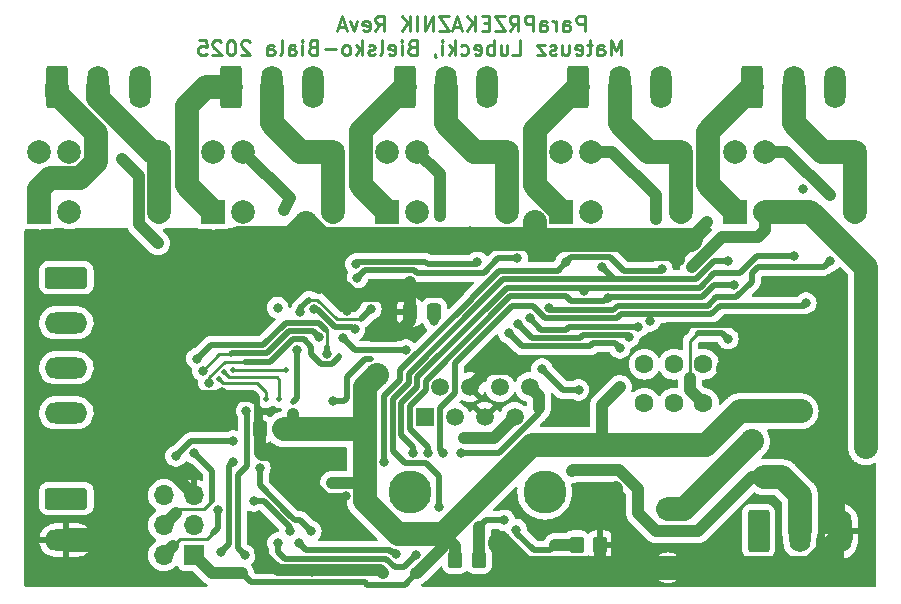
<source format=gbr>
%TF.GenerationSoftware,KiCad,Pcbnew,7.0.11+dfsg-1build4*%
%TF.CreationDate,2025-07-11T21:35:19+02:00*%
%TF.ProjectId,ParaPRZEKAZNIK,50617261-5052-45a4-954b-415a4e494b2e,rev?*%
%TF.SameCoordinates,Original*%
%TF.FileFunction,Copper,L2,Bot*%
%TF.FilePolarity,Positive*%
%FSLAX46Y46*%
G04 Gerber Fmt 4.6, Leading zero omitted, Abs format (unit mm)*
G04 Created by KiCad (PCBNEW 7.0.11+dfsg-1build4) date 2025-07-11 21:35:19*
%MOMM*%
%LPD*%
G01*
G04 APERTURE LIST*
G04 Aperture macros list*
%AMRoundRect*
0 Rectangle with rounded corners*
0 $1 Rounding radius*
0 $2 $3 $4 $5 $6 $7 $8 $9 X,Y pos of 4 corners*
0 Add a 4 corners polygon primitive as box body*
4,1,4,$2,$3,$4,$5,$6,$7,$8,$9,$2,$3,0*
0 Add four circle primitives for the rounded corners*
1,1,$1+$1,$2,$3*
1,1,$1+$1,$4,$5*
1,1,$1+$1,$6,$7*
1,1,$1+$1,$8,$9*
0 Add four rect primitives between the rounded corners*
20,1,$1+$1,$2,$3,$4,$5,0*
20,1,$1+$1,$4,$5,$6,$7,0*
20,1,$1+$1,$6,$7,$8,$9,0*
20,1,$1+$1,$8,$9,$2,$3,0*%
G04 Aperture macros list end*
%ADD10C,0.254000*%
%TA.AperFunction,NonConductor*%
%ADD11C,0.254000*%
%TD*%
%TA.AperFunction,ComponentPad*%
%ADD12RoundRect,0.250000X-1.550000X0.650000X-1.550000X-0.650000X1.550000X-0.650000X1.550000X0.650000X0*%
%TD*%
%TA.AperFunction,ComponentPad*%
%ADD13O,3.600000X1.800000*%
%TD*%
%TA.AperFunction,ComponentPad*%
%ADD14R,2.000000X2.000000*%
%TD*%
%TA.AperFunction,ComponentPad*%
%ADD15C,2.000000*%
%TD*%
%TA.AperFunction,ComponentPad*%
%ADD16RoundRect,0.250000X-0.650000X-1.550000X0.650000X-1.550000X0.650000X1.550000X-0.650000X1.550000X0*%
%TD*%
%TA.AperFunction,ComponentPad*%
%ADD17O,1.800000X3.600000*%
%TD*%
%TA.AperFunction,ComponentPad*%
%ADD18C,1.600000*%
%TD*%
%TA.AperFunction,WasherPad*%
%ADD19C,3.650000*%
%TD*%
%TA.AperFunction,ComponentPad*%
%ADD20R,1.500000X1.500000*%
%TD*%
%TA.AperFunction,ComponentPad*%
%ADD21C,1.500000*%
%TD*%
%TA.AperFunction,ComponentPad*%
%ADD22R,1.700000X1.700000*%
%TD*%
%TA.AperFunction,ComponentPad*%
%ADD23O,1.700000X1.700000*%
%TD*%
%TA.AperFunction,ComponentPad*%
%ADD24R,1.600000X1.600000*%
%TD*%
%TA.AperFunction,SMDPad,CuDef*%
%ADD25RoundRect,0.250000X0.350000X0.450000X-0.350000X0.450000X-0.350000X-0.450000X0.350000X-0.450000X0*%
%TD*%
%TA.AperFunction,SMDPad,CuDef*%
%ADD26RoundRect,0.250000X-0.337500X-0.475000X0.337500X-0.475000X0.337500X0.475000X-0.337500X0.475000X0*%
%TD*%
%TA.AperFunction,SMDPad,CuDef*%
%ADD27RoundRect,0.250000X0.337500X0.475000X-0.337500X0.475000X-0.337500X-0.475000X0.337500X-0.475000X0*%
%TD*%
%TA.AperFunction,ViaPad*%
%ADD28C,0.812800*%
%TD*%
%TA.AperFunction,ViaPad*%
%ADD29C,2.032000*%
%TD*%
%TA.AperFunction,ViaPad*%
%ADD30C,0.508000*%
%TD*%
%TA.AperFunction,ViaPad*%
%ADD31C,1.524000*%
%TD*%
%TA.AperFunction,Conductor*%
%ADD32C,2.032000*%
%TD*%
%TA.AperFunction,Conductor*%
%ADD33C,1.016000*%
%TD*%
%TA.AperFunction,Conductor*%
%ADD34C,0.508000*%
%TD*%
%TA.AperFunction,Conductor*%
%ADD35C,0.254000*%
%TD*%
G04 APERTURE END LIST*
D10*
D11*
X79302428Y-32330668D02*
X79302428Y-31060668D01*
X79302428Y-31060668D02*
X78818618Y-31060668D01*
X78818618Y-31060668D02*
X78697666Y-31121144D01*
X78697666Y-31121144D02*
X78637189Y-31181620D01*
X78637189Y-31181620D02*
X78576713Y-31302572D01*
X78576713Y-31302572D02*
X78576713Y-31484001D01*
X78576713Y-31484001D02*
X78637189Y-31604953D01*
X78637189Y-31604953D02*
X78697666Y-31665430D01*
X78697666Y-31665430D02*
X78818618Y-31725906D01*
X78818618Y-31725906D02*
X79302428Y-31725906D01*
X77488142Y-32330668D02*
X77488142Y-31665430D01*
X77488142Y-31665430D02*
X77548618Y-31544477D01*
X77548618Y-31544477D02*
X77669570Y-31484001D01*
X77669570Y-31484001D02*
X77911475Y-31484001D01*
X77911475Y-31484001D02*
X78032428Y-31544477D01*
X77488142Y-32270192D02*
X77609094Y-32330668D01*
X77609094Y-32330668D02*
X77911475Y-32330668D01*
X77911475Y-32330668D02*
X78032428Y-32270192D01*
X78032428Y-32270192D02*
X78092904Y-32149239D01*
X78092904Y-32149239D02*
X78092904Y-32028287D01*
X78092904Y-32028287D02*
X78032428Y-31907334D01*
X78032428Y-31907334D02*
X77911475Y-31846858D01*
X77911475Y-31846858D02*
X77609094Y-31846858D01*
X77609094Y-31846858D02*
X77488142Y-31786382D01*
X76883380Y-32330668D02*
X76883380Y-31484001D01*
X76883380Y-31725906D02*
X76822903Y-31604953D01*
X76822903Y-31604953D02*
X76762427Y-31544477D01*
X76762427Y-31544477D02*
X76641475Y-31484001D01*
X76641475Y-31484001D02*
X76520522Y-31484001D01*
X75552904Y-32330668D02*
X75552904Y-31665430D01*
X75552904Y-31665430D02*
X75613380Y-31544477D01*
X75613380Y-31544477D02*
X75734332Y-31484001D01*
X75734332Y-31484001D02*
X75976237Y-31484001D01*
X75976237Y-31484001D02*
X76097190Y-31544477D01*
X75552904Y-32270192D02*
X75673856Y-32330668D01*
X75673856Y-32330668D02*
X75976237Y-32330668D01*
X75976237Y-32330668D02*
X76097190Y-32270192D01*
X76097190Y-32270192D02*
X76157666Y-32149239D01*
X76157666Y-32149239D02*
X76157666Y-32028287D01*
X76157666Y-32028287D02*
X76097190Y-31907334D01*
X76097190Y-31907334D02*
X75976237Y-31846858D01*
X75976237Y-31846858D02*
X75673856Y-31846858D01*
X75673856Y-31846858D02*
X75552904Y-31786382D01*
X74948142Y-32330668D02*
X74948142Y-31060668D01*
X74948142Y-31060668D02*
X74464332Y-31060668D01*
X74464332Y-31060668D02*
X74343380Y-31121144D01*
X74343380Y-31121144D02*
X74282903Y-31181620D01*
X74282903Y-31181620D02*
X74222427Y-31302572D01*
X74222427Y-31302572D02*
X74222427Y-31484001D01*
X74222427Y-31484001D02*
X74282903Y-31604953D01*
X74282903Y-31604953D02*
X74343380Y-31665430D01*
X74343380Y-31665430D02*
X74464332Y-31725906D01*
X74464332Y-31725906D02*
X74948142Y-31725906D01*
X72952427Y-32330668D02*
X73375761Y-31725906D01*
X73678142Y-32330668D02*
X73678142Y-31060668D01*
X73678142Y-31060668D02*
X73194332Y-31060668D01*
X73194332Y-31060668D02*
X73073380Y-31121144D01*
X73073380Y-31121144D02*
X73012903Y-31181620D01*
X73012903Y-31181620D02*
X72952427Y-31302572D01*
X72952427Y-31302572D02*
X72952427Y-31484001D01*
X72952427Y-31484001D02*
X73012903Y-31604953D01*
X73012903Y-31604953D02*
X73073380Y-31665430D01*
X73073380Y-31665430D02*
X73194332Y-31725906D01*
X73194332Y-31725906D02*
X73678142Y-31725906D01*
X72529094Y-31060668D02*
X71682427Y-31060668D01*
X71682427Y-31060668D02*
X72529094Y-32330668D01*
X72529094Y-32330668D02*
X71682427Y-32330668D01*
X71198618Y-31665430D02*
X70775284Y-31665430D01*
X70593856Y-32330668D02*
X71198618Y-32330668D01*
X71198618Y-32330668D02*
X71198618Y-31060668D01*
X71198618Y-31060668D02*
X70593856Y-31060668D01*
X70049570Y-32330668D02*
X70049570Y-31060668D01*
X69323855Y-32330668D02*
X69868141Y-31604953D01*
X69323855Y-31060668D02*
X70049570Y-31786382D01*
X68840046Y-31967811D02*
X68235284Y-31967811D01*
X68960998Y-32330668D02*
X68537665Y-31060668D01*
X68537665Y-31060668D02*
X68114331Y-32330668D01*
X67811951Y-31060668D02*
X66965284Y-31060668D01*
X66965284Y-31060668D02*
X67811951Y-32330668D01*
X67811951Y-32330668D02*
X66965284Y-32330668D01*
X66481475Y-32330668D02*
X66481475Y-31060668D01*
X66481475Y-31060668D02*
X65755760Y-32330668D01*
X65755760Y-32330668D02*
X65755760Y-31060668D01*
X65150999Y-32330668D02*
X65150999Y-31060668D01*
X64546237Y-32330668D02*
X64546237Y-31060668D01*
X63820522Y-32330668D02*
X64364808Y-31604953D01*
X63820522Y-31060668D02*
X64546237Y-31786382D01*
X61582903Y-32330668D02*
X62006237Y-31725906D01*
X62308618Y-32330668D02*
X62308618Y-31060668D01*
X62308618Y-31060668D02*
X61824808Y-31060668D01*
X61824808Y-31060668D02*
X61703856Y-31121144D01*
X61703856Y-31121144D02*
X61643379Y-31181620D01*
X61643379Y-31181620D02*
X61582903Y-31302572D01*
X61582903Y-31302572D02*
X61582903Y-31484001D01*
X61582903Y-31484001D02*
X61643379Y-31604953D01*
X61643379Y-31604953D02*
X61703856Y-31665430D01*
X61703856Y-31665430D02*
X61824808Y-31725906D01*
X61824808Y-31725906D02*
X62308618Y-31725906D01*
X60554808Y-32270192D02*
X60675760Y-32330668D01*
X60675760Y-32330668D02*
X60917665Y-32330668D01*
X60917665Y-32330668D02*
X61038618Y-32270192D01*
X61038618Y-32270192D02*
X61099094Y-32149239D01*
X61099094Y-32149239D02*
X61099094Y-31665430D01*
X61099094Y-31665430D02*
X61038618Y-31544477D01*
X61038618Y-31544477D02*
X60917665Y-31484001D01*
X60917665Y-31484001D02*
X60675760Y-31484001D01*
X60675760Y-31484001D02*
X60554808Y-31544477D01*
X60554808Y-31544477D02*
X60494332Y-31665430D01*
X60494332Y-31665430D02*
X60494332Y-31786382D01*
X60494332Y-31786382D02*
X61099094Y-31907334D01*
X60070999Y-31484001D02*
X59768618Y-32330668D01*
X59768618Y-32330668D02*
X59466237Y-31484001D01*
X59042904Y-31967811D02*
X58438142Y-31967811D01*
X59163856Y-32330668D02*
X58740523Y-31060668D01*
X58740523Y-31060668D02*
X58317189Y-32330668D01*
X82386714Y-34375368D02*
X82386714Y-33105368D01*
X82386714Y-33105368D02*
X81963380Y-34012511D01*
X81963380Y-34012511D02*
X81540047Y-33105368D01*
X81540047Y-33105368D02*
X81540047Y-34375368D01*
X80390999Y-34375368D02*
X80390999Y-33710130D01*
X80390999Y-33710130D02*
X80451475Y-33589177D01*
X80451475Y-33589177D02*
X80572427Y-33528701D01*
X80572427Y-33528701D02*
X80814332Y-33528701D01*
X80814332Y-33528701D02*
X80935285Y-33589177D01*
X80390999Y-34314892D02*
X80511951Y-34375368D01*
X80511951Y-34375368D02*
X80814332Y-34375368D01*
X80814332Y-34375368D02*
X80935285Y-34314892D01*
X80935285Y-34314892D02*
X80995761Y-34193939D01*
X80995761Y-34193939D02*
X80995761Y-34072987D01*
X80995761Y-34072987D02*
X80935285Y-33952034D01*
X80935285Y-33952034D02*
X80814332Y-33891558D01*
X80814332Y-33891558D02*
X80511951Y-33891558D01*
X80511951Y-33891558D02*
X80390999Y-33831082D01*
X79967665Y-33528701D02*
X79483856Y-33528701D01*
X79786237Y-33105368D02*
X79786237Y-34193939D01*
X79786237Y-34193939D02*
X79725760Y-34314892D01*
X79725760Y-34314892D02*
X79604808Y-34375368D01*
X79604808Y-34375368D02*
X79483856Y-34375368D01*
X78576713Y-34314892D02*
X78697665Y-34375368D01*
X78697665Y-34375368D02*
X78939570Y-34375368D01*
X78939570Y-34375368D02*
X79060523Y-34314892D01*
X79060523Y-34314892D02*
X79120999Y-34193939D01*
X79120999Y-34193939D02*
X79120999Y-33710130D01*
X79120999Y-33710130D02*
X79060523Y-33589177D01*
X79060523Y-33589177D02*
X78939570Y-33528701D01*
X78939570Y-33528701D02*
X78697665Y-33528701D01*
X78697665Y-33528701D02*
X78576713Y-33589177D01*
X78576713Y-33589177D02*
X78516237Y-33710130D01*
X78516237Y-33710130D02*
X78516237Y-33831082D01*
X78516237Y-33831082D02*
X79120999Y-33952034D01*
X77427666Y-33528701D02*
X77427666Y-34375368D01*
X77971952Y-33528701D02*
X77971952Y-34193939D01*
X77971952Y-34193939D02*
X77911475Y-34314892D01*
X77911475Y-34314892D02*
X77790523Y-34375368D01*
X77790523Y-34375368D02*
X77609094Y-34375368D01*
X77609094Y-34375368D02*
X77488142Y-34314892D01*
X77488142Y-34314892D02*
X77427666Y-34254415D01*
X76883380Y-34314892D02*
X76762427Y-34375368D01*
X76762427Y-34375368D02*
X76520523Y-34375368D01*
X76520523Y-34375368D02*
X76399570Y-34314892D01*
X76399570Y-34314892D02*
X76339094Y-34193939D01*
X76339094Y-34193939D02*
X76339094Y-34133463D01*
X76339094Y-34133463D02*
X76399570Y-34012511D01*
X76399570Y-34012511D02*
X76520523Y-33952034D01*
X76520523Y-33952034D02*
X76701951Y-33952034D01*
X76701951Y-33952034D02*
X76822904Y-33891558D01*
X76822904Y-33891558D02*
X76883380Y-33770606D01*
X76883380Y-33770606D02*
X76883380Y-33710130D01*
X76883380Y-33710130D02*
X76822904Y-33589177D01*
X76822904Y-33589177D02*
X76701951Y-33528701D01*
X76701951Y-33528701D02*
X76520523Y-33528701D01*
X76520523Y-33528701D02*
X76399570Y-33589177D01*
X75915761Y-33528701D02*
X75250523Y-33528701D01*
X75250523Y-33528701D02*
X75915761Y-34375368D01*
X75915761Y-34375368D02*
X75250523Y-34375368D01*
X73194333Y-34375368D02*
X73799095Y-34375368D01*
X73799095Y-34375368D02*
X73799095Y-33105368D01*
X72226714Y-33528701D02*
X72226714Y-34375368D01*
X72771000Y-33528701D02*
X72771000Y-34193939D01*
X72771000Y-34193939D02*
X72710523Y-34314892D01*
X72710523Y-34314892D02*
X72589571Y-34375368D01*
X72589571Y-34375368D02*
X72408142Y-34375368D01*
X72408142Y-34375368D02*
X72287190Y-34314892D01*
X72287190Y-34314892D02*
X72226714Y-34254415D01*
X71621952Y-34375368D02*
X71621952Y-33105368D01*
X71621952Y-33589177D02*
X71500999Y-33528701D01*
X71500999Y-33528701D02*
X71259094Y-33528701D01*
X71259094Y-33528701D02*
X71138142Y-33589177D01*
X71138142Y-33589177D02*
X71077666Y-33649653D01*
X71077666Y-33649653D02*
X71017190Y-33770606D01*
X71017190Y-33770606D02*
X71017190Y-34133463D01*
X71017190Y-34133463D02*
X71077666Y-34254415D01*
X71077666Y-34254415D02*
X71138142Y-34314892D01*
X71138142Y-34314892D02*
X71259094Y-34375368D01*
X71259094Y-34375368D02*
X71500999Y-34375368D01*
X71500999Y-34375368D02*
X71621952Y-34314892D01*
X69989094Y-34314892D02*
X70110046Y-34375368D01*
X70110046Y-34375368D02*
X70351951Y-34375368D01*
X70351951Y-34375368D02*
X70472904Y-34314892D01*
X70472904Y-34314892D02*
X70533380Y-34193939D01*
X70533380Y-34193939D02*
X70533380Y-33710130D01*
X70533380Y-33710130D02*
X70472904Y-33589177D01*
X70472904Y-33589177D02*
X70351951Y-33528701D01*
X70351951Y-33528701D02*
X70110046Y-33528701D01*
X70110046Y-33528701D02*
X69989094Y-33589177D01*
X69989094Y-33589177D02*
X69928618Y-33710130D01*
X69928618Y-33710130D02*
X69928618Y-33831082D01*
X69928618Y-33831082D02*
X70533380Y-33952034D01*
X68840047Y-34314892D02*
X68960999Y-34375368D01*
X68960999Y-34375368D02*
X69202904Y-34375368D01*
X69202904Y-34375368D02*
X69323856Y-34314892D01*
X69323856Y-34314892D02*
X69384333Y-34254415D01*
X69384333Y-34254415D02*
X69444809Y-34133463D01*
X69444809Y-34133463D02*
X69444809Y-33770606D01*
X69444809Y-33770606D02*
X69384333Y-33649653D01*
X69384333Y-33649653D02*
X69323856Y-33589177D01*
X69323856Y-33589177D02*
X69202904Y-33528701D01*
X69202904Y-33528701D02*
X68960999Y-33528701D01*
X68960999Y-33528701D02*
X68840047Y-33589177D01*
X68295762Y-34375368D02*
X68295762Y-33105368D01*
X68174809Y-33891558D02*
X67811952Y-34375368D01*
X67811952Y-33528701D02*
X68295762Y-34012511D01*
X67267667Y-34375368D02*
X67267667Y-33528701D01*
X67267667Y-33105368D02*
X67328143Y-33165844D01*
X67328143Y-33165844D02*
X67267667Y-33226320D01*
X67267667Y-33226320D02*
X67207190Y-33165844D01*
X67207190Y-33165844D02*
X67267667Y-33105368D01*
X67267667Y-33105368D02*
X67267667Y-33226320D01*
X66602428Y-34314892D02*
X66602428Y-34375368D01*
X66602428Y-34375368D02*
X66662905Y-34496320D01*
X66662905Y-34496320D02*
X66723381Y-34556796D01*
X64667190Y-33710130D02*
X64485762Y-33770606D01*
X64485762Y-33770606D02*
X64425285Y-33831082D01*
X64425285Y-33831082D02*
X64364809Y-33952034D01*
X64364809Y-33952034D02*
X64364809Y-34133463D01*
X64364809Y-34133463D02*
X64425285Y-34254415D01*
X64425285Y-34254415D02*
X64485762Y-34314892D01*
X64485762Y-34314892D02*
X64606714Y-34375368D01*
X64606714Y-34375368D02*
X65090524Y-34375368D01*
X65090524Y-34375368D02*
X65090524Y-33105368D01*
X65090524Y-33105368D02*
X64667190Y-33105368D01*
X64667190Y-33105368D02*
X64546238Y-33165844D01*
X64546238Y-33165844D02*
X64485762Y-33226320D01*
X64485762Y-33226320D02*
X64425285Y-33347272D01*
X64425285Y-33347272D02*
X64425285Y-33468225D01*
X64425285Y-33468225D02*
X64485762Y-33589177D01*
X64485762Y-33589177D02*
X64546238Y-33649653D01*
X64546238Y-33649653D02*
X64667190Y-33710130D01*
X64667190Y-33710130D02*
X65090524Y-33710130D01*
X63820524Y-34375368D02*
X63820524Y-33528701D01*
X63820524Y-33105368D02*
X63881000Y-33165844D01*
X63881000Y-33165844D02*
X63820524Y-33226320D01*
X63820524Y-33226320D02*
X63760047Y-33165844D01*
X63760047Y-33165844D02*
X63820524Y-33105368D01*
X63820524Y-33105368D02*
X63820524Y-33226320D01*
X62731952Y-34314892D02*
X62852904Y-34375368D01*
X62852904Y-34375368D02*
X63094809Y-34375368D01*
X63094809Y-34375368D02*
X63215762Y-34314892D01*
X63215762Y-34314892D02*
X63276238Y-34193939D01*
X63276238Y-34193939D02*
X63276238Y-33710130D01*
X63276238Y-33710130D02*
X63215762Y-33589177D01*
X63215762Y-33589177D02*
X63094809Y-33528701D01*
X63094809Y-33528701D02*
X62852904Y-33528701D01*
X62852904Y-33528701D02*
X62731952Y-33589177D01*
X62731952Y-33589177D02*
X62671476Y-33710130D01*
X62671476Y-33710130D02*
X62671476Y-33831082D01*
X62671476Y-33831082D02*
X63276238Y-33952034D01*
X61945762Y-34375368D02*
X62066714Y-34314892D01*
X62066714Y-34314892D02*
X62127191Y-34193939D01*
X62127191Y-34193939D02*
X62127191Y-33105368D01*
X61522429Y-34314892D02*
X61401476Y-34375368D01*
X61401476Y-34375368D02*
X61159572Y-34375368D01*
X61159572Y-34375368D02*
X61038619Y-34314892D01*
X61038619Y-34314892D02*
X60978143Y-34193939D01*
X60978143Y-34193939D02*
X60978143Y-34133463D01*
X60978143Y-34133463D02*
X61038619Y-34012511D01*
X61038619Y-34012511D02*
X61159572Y-33952034D01*
X61159572Y-33952034D02*
X61341000Y-33952034D01*
X61341000Y-33952034D02*
X61461953Y-33891558D01*
X61461953Y-33891558D02*
X61522429Y-33770606D01*
X61522429Y-33770606D02*
X61522429Y-33710130D01*
X61522429Y-33710130D02*
X61461953Y-33589177D01*
X61461953Y-33589177D02*
X61341000Y-33528701D01*
X61341000Y-33528701D02*
X61159572Y-33528701D01*
X61159572Y-33528701D02*
X61038619Y-33589177D01*
X60433858Y-34375368D02*
X60433858Y-33105368D01*
X60312905Y-33891558D02*
X59950048Y-34375368D01*
X59950048Y-33528701D02*
X60433858Y-34012511D01*
X59224334Y-34375368D02*
X59345286Y-34314892D01*
X59345286Y-34314892D02*
X59405763Y-34254415D01*
X59405763Y-34254415D02*
X59466239Y-34133463D01*
X59466239Y-34133463D02*
X59466239Y-33770606D01*
X59466239Y-33770606D02*
X59405763Y-33649653D01*
X59405763Y-33649653D02*
X59345286Y-33589177D01*
X59345286Y-33589177D02*
X59224334Y-33528701D01*
X59224334Y-33528701D02*
X59042905Y-33528701D01*
X59042905Y-33528701D02*
X58921953Y-33589177D01*
X58921953Y-33589177D02*
X58861477Y-33649653D01*
X58861477Y-33649653D02*
X58801001Y-33770606D01*
X58801001Y-33770606D02*
X58801001Y-34133463D01*
X58801001Y-34133463D02*
X58861477Y-34254415D01*
X58861477Y-34254415D02*
X58921953Y-34314892D01*
X58921953Y-34314892D02*
X59042905Y-34375368D01*
X59042905Y-34375368D02*
X59224334Y-34375368D01*
X58256715Y-33891558D02*
X57289096Y-33891558D01*
X56261000Y-33710130D02*
X56079572Y-33770606D01*
X56079572Y-33770606D02*
X56019095Y-33831082D01*
X56019095Y-33831082D02*
X55958619Y-33952034D01*
X55958619Y-33952034D02*
X55958619Y-34133463D01*
X55958619Y-34133463D02*
X56019095Y-34254415D01*
X56019095Y-34254415D02*
X56079572Y-34314892D01*
X56079572Y-34314892D02*
X56200524Y-34375368D01*
X56200524Y-34375368D02*
X56684334Y-34375368D01*
X56684334Y-34375368D02*
X56684334Y-33105368D01*
X56684334Y-33105368D02*
X56261000Y-33105368D01*
X56261000Y-33105368D02*
X56140048Y-33165844D01*
X56140048Y-33165844D02*
X56079572Y-33226320D01*
X56079572Y-33226320D02*
X56019095Y-33347272D01*
X56019095Y-33347272D02*
X56019095Y-33468225D01*
X56019095Y-33468225D02*
X56079572Y-33589177D01*
X56079572Y-33589177D02*
X56140048Y-33649653D01*
X56140048Y-33649653D02*
X56261000Y-33710130D01*
X56261000Y-33710130D02*
X56684334Y-33710130D01*
X55414334Y-34375368D02*
X55414334Y-33528701D01*
X55414334Y-33105368D02*
X55474810Y-33165844D01*
X55474810Y-33165844D02*
X55414334Y-33226320D01*
X55414334Y-33226320D02*
X55353857Y-33165844D01*
X55353857Y-33165844D02*
X55414334Y-33105368D01*
X55414334Y-33105368D02*
X55414334Y-33226320D01*
X54265286Y-34375368D02*
X54265286Y-33710130D01*
X54265286Y-33710130D02*
X54325762Y-33589177D01*
X54325762Y-33589177D02*
X54446714Y-33528701D01*
X54446714Y-33528701D02*
X54688619Y-33528701D01*
X54688619Y-33528701D02*
X54809572Y-33589177D01*
X54265286Y-34314892D02*
X54386238Y-34375368D01*
X54386238Y-34375368D02*
X54688619Y-34375368D01*
X54688619Y-34375368D02*
X54809572Y-34314892D01*
X54809572Y-34314892D02*
X54870048Y-34193939D01*
X54870048Y-34193939D02*
X54870048Y-34072987D01*
X54870048Y-34072987D02*
X54809572Y-33952034D01*
X54809572Y-33952034D02*
X54688619Y-33891558D01*
X54688619Y-33891558D02*
X54386238Y-33891558D01*
X54386238Y-33891558D02*
X54265286Y-33831082D01*
X53479095Y-34375368D02*
X53600047Y-34314892D01*
X53600047Y-34314892D02*
X53660524Y-34193939D01*
X53660524Y-34193939D02*
X53660524Y-33105368D01*
X52451000Y-34375368D02*
X52451000Y-33710130D01*
X52451000Y-33710130D02*
X52511476Y-33589177D01*
X52511476Y-33589177D02*
X52632428Y-33528701D01*
X52632428Y-33528701D02*
X52874333Y-33528701D01*
X52874333Y-33528701D02*
X52995286Y-33589177D01*
X52451000Y-34314892D02*
X52571952Y-34375368D01*
X52571952Y-34375368D02*
X52874333Y-34375368D01*
X52874333Y-34375368D02*
X52995286Y-34314892D01*
X52995286Y-34314892D02*
X53055762Y-34193939D01*
X53055762Y-34193939D02*
X53055762Y-34072987D01*
X53055762Y-34072987D02*
X52995286Y-33952034D01*
X52995286Y-33952034D02*
X52874333Y-33891558D01*
X52874333Y-33891558D02*
X52571952Y-33891558D01*
X52571952Y-33891558D02*
X52451000Y-33831082D01*
X50939095Y-33226320D02*
X50878619Y-33165844D01*
X50878619Y-33165844D02*
X50757666Y-33105368D01*
X50757666Y-33105368D02*
X50455285Y-33105368D01*
X50455285Y-33105368D02*
X50334333Y-33165844D01*
X50334333Y-33165844D02*
X50273857Y-33226320D01*
X50273857Y-33226320D02*
X50213380Y-33347272D01*
X50213380Y-33347272D02*
X50213380Y-33468225D01*
X50213380Y-33468225D02*
X50273857Y-33649653D01*
X50273857Y-33649653D02*
X50999571Y-34375368D01*
X50999571Y-34375368D02*
X50213380Y-34375368D01*
X49427190Y-33105368D02*
X49306237Y-33105368D01*
X49306237Y-33105368D02*
X49185285Y-33165844D01*
X49185285Y-33165844D02*
X49124809Y-33226320D01*
X49124809Y-33226320D02*
X49064333Y-33347272D01*
X49064333Y-33347272D02*
X49003856Y-33589177D01*
X49003856Y-33589177D02*
X49003856Y-33891558D01*
X49003856Y-33891558D02*
X49064333Y-34133463D01*
X49064333Y-34133463D02*
X49124809Y-34254415D01*
X49124809Y-34254415D02*
X49185285Y-34314892D01*
X49185285Y-34314892D02*
X49306237Y-34375368D01*
X49306237Y-34375368D02*
X49427190Y-34375368D01*
X49427190Y-34375368D02*
X49548142Y-34314892D01*
X49548142Y-34314892D02*
X49608618Y-34254415D01*
X49608618Y-34254415D02*
X49669095Y-34133463D01*
X49669095Y-34133463D02*
X49729571Y-33891558D01*
X49729571Y-33891558D02*
X49729571Y-33589177D01*
X49729571Y-33589177D02*
X49669095Y-33347272D01*
X49669095Y-33347272D02*
X49608618Y-33226320D01*
X49608618Y-33226320D02*
X49548142Y-33165844D01*
X49548142Y-33165844D02*
X49427190Y-33105368D01*
X48520047Y-33226320D02*
X48459571Y-33165844D01*
X48459571Y-33165844D02*
X48338618Y-33105368D01*
X48338618Y-33105368D02*
X48036237Y-33105368D01*
X48036237Y-33105368D02*
X47915285Y-33165844D01*
X47915285Y-33165844D02*
X47854809Y-33226320D01*
X47854809Y-33226320D02*
X47794332Y-33347272D01*
X47794332Y-33347272D02*
X47794332Y-33468225D01*
X47794332Y-33468225D02*
X47854809Y-33649653D01*
X47854809Y-33649653D02*
X48580523Y-34375368D01*
X48580523Y-34375368D02*
X47794332Y-34375368D01*
X46645285Y-33105368D02*
X47250047Y-33105368D01*
X47250047Y-33105368D02*
X47310523Y-33710130D01*
X47310523Y-33710130D02*
X47250047Y-33649653D01*
X47250047Y-33649653D02*
X47129094Y-33589177D01*
X47129094Y-33589177D02*
X46826713Y-33589177D01*
X46826713Y-33589177D02*
X46705761Y-33649653D01*
X46705761Y-33649653D02*
X46645285Y-33710130D01*
X46645285Y-33710130D02*
X46584808Y-33831082D01*
X46584808Y-33831082D02*
X46584808Y-34133463D01*
X46584808Y-34133463D02*
X46645285Y-34254415D01*
X46645285Y-34254415D02*
X46705761Y-34314892D01*
X46705761Y-34314892D02*
X46826713Y-34375368D01*
X46826713Y-34375368D02*
X47129094Y-34375368D01*
X47129094Y-34375368D02*
X47250047Y-34314892D01*
X47250047Y-34314892D02*
X47310523Y-34254415D01*
D12*
%TO.P,J1,1,Pin_1*%
%TO.N,Net-(J1-Pin_1)*%
X35425500Y-53230500D03*
D13*
%TO.P,J1,2,Pin_2*%
%TO.N,Net-(J1-Pin_2)*%
X35425500Y-57040500D03*
%TO.P,J1,3,Pin_3*%
%TO.N,Net-(J1-Pin_3)*%
X35425500Y-60850500D03*
%TO.P,J1,4,Pin_4*%
%TO.N,Net-(J1-Pin_4)*%
X35425500Y-64660500D03*
%TD*%
D14*
%TO.P,K3,1*%
%TO.N,Net-(J8-Pin_1)*%
X62606500Y-47619500D03*
D15*
%TO.P,K3,2*%
%TO.N,+12V*%
X65146500Y-47619500D03*
%TO.P,K3,5*%
%TO.N,Net-(J8-Pin_2)*%
X72766500Y-47619500D03*
%TO.P,K3,6*%
X72766500Y-42539500D03*
%TO.P,K3,9*%
%TO.N,Net-(D12-A)*%
X65146500Y-42539500D03*
%TO.P,K3,10*%
%TO.N,Net-(J8-Pin_3)*%
X62606500Y-42539500D03*
%TD*%
D16*
%TO.P,J6,1,Pin_1*%
%TO.N,Net-(J6-Pin_1)*%
X34617500Y-37086000D03*
D17*
%TO.P,J6,2,Pin_2*%
%TO.N,Net-(J6-Pin_2)*%
X38117500Y-37086000D03*
%TO.P,J6,3,Pin_3*%
%TO.N,Net-(J6-Pin_3)*%
X41617500Y-37086000D03*
%TD*%
D18*
%TO.P,SW1,1,A*%
%TO.N,/ACTIVE_LO*%
X84368000Y-60543000D03*
%TO.P,SW1,2,B*%
%TO.N,Net-(SW1A-B)*%
X86868000Y-60543000D03*
%TO.P,SW1,3,C*%
%TO.N,ACTIVE_HI*%
X89368000Y-60543000D03*
%TO.P,SW1,4,A*%
%TO.N,/ACTIVE_LO*%
X84368000Y-63843000D03*
%TO.P,SW1,5,B*%
%TO.N,Net-(D3-A1)*%
X86868000Y-63843000D03*
%TO.P,SW1,6,C*%
%TO.N,Net-(SW1B-C)*%
X89368000Y-63843000D03*
%TD*%
D16*
%TO.P,J8,1,Pin_1*%
%TO.N,Net-(J8-Pin_1)*%
X64058750Y-37086000D03*
D17*
%TO.P,J8,2,Pin_2*%
%TO.N,Net-(J8-Pin_2)*%
X67558750Y-37086000D03*
%TO.P,J8,3,Pin_3*%
%TO.N,Net-(J8-Pin_3)*%
X71058750Y-37086000D03*
%TD*%
D19*
%TO.P,J2,*%
%TO.N,*%
X64506500Y-71366000D03*
X75936500Y-71366000D03*
D20*
%TO.P,J2,1*%
%TO.N,unconnected-(J2-Pad1)*%
X65776500Y-65016000D03*
D21*
%TO.P,J2,2*%
%TO.N,unconnected-(J2-Pad2)*%
X67046500Y-62476000D03*
%TO.P,J2,3*%
%TO.N,/RS232_TX*%
X68316500Y-65016000D03*
%TO.P,J2,4*%
%TO.N,GND*%
X69586500Y-62476000D03*
%TO.P,J2,5*%
X70856500Y-65016000D03*
%TO.P,J2,6*%
%TO.N,/RS232_RX*%
X72126500Y-62476000D03*
%TO.P,J2,7*%
%TO.N,485A*%
X73396500Y-65016000D03*
%TO.P,J2,8*%
%TO.N,485B*%
X74666500Y-62476000D03*
%TD*%
D14*
%TO.P,K2,1*%
%TO.N,Net-(J7-Pin_1)*%
X47874500Y-47619500D03*
D15*
%TO.P,K2,2*%
%TO.N,+12V*%
X50414500Y-47619500D03*
%TO.P,K2,5*%
%TO.N,Net-(J7-Pin_2)*%
X58034500Y-47619500D03*
%TO.P,K2,6*%
X58034500Y-42539500D03*
%TO.P,K2,9*%
%TO.N,Net-(D11-A)*%
X50414500Y-42539500D03*
%TO.P,K2,10*%
%TO.N,Net-(J7-Pin_3)*%
X47874500Y-42539500D03*
%TD*%
D14*
%TO.P,K1,1*%
%TO.N,Net-(J6-Pin_1)*%
X33142500Y-47619500D03*
D15*
%TO.P,K1,2*%
%TO.N,+12V*%
X35682500Y-47619500D03*
%TO.P,K1,5*%
%TO.N,Net-(J6-Pin_2)*%
X43302500Y-47619500D03*
%TO.P,K1,6*%
X43302500Y-42539500D03*
%TO.P,K1,9*%
%TO.N,Net-(D10-A)*%
X35682500Y-42539500D03*
%TO.P,K1,10*%
%TO.N,Net-(J6-Pin_3)*%
X33142500Y-42539500D03*
%TD*%
D16*
%TO.P,J4,1,Pin_1*%
%TO.N,Net-(D1-A)*%
X94036000Y-74676000D03*
D17*
%TO.P,J4,2,Pin_2*%
%TO.N,/CONTROL_SIG*%
X97536000Y-74676000D03*
%TO.P,J4,3,Pin_3*%
%TO.N,GND*%
X101036000Y-74676000D03*
%TD*%
D14*
%TO.P,K4,1*%
%TO.N,Net-(J9-Pin_1)*%
X77338500Y-47619500D03*
D15*
%TO.P,K4,2*%
%TO.N,+12V*%
X79878500Y-47619500D03*
%TO.P,K4,5*%
%TO.N,Net-(J9-Pin_2)*%
X87498500Y-47619500D03*
%TO.P,K4,6*%
X87498500Y-42539500D03*
%TO.P,K4,9*%
%TO.N,Net-(D13-A)*%
X79878500Y-42539500D03*
%TO.P,K4,10*%
%TO.N,Net-(J9-Pin_3)*%
X77338500Y-42539500D03*
%TD*%
D12*
%TO.P,J3,1,Pin_1*%
%TO.N,Net-(J3-Pin_1)*%
X35425500Y-71927500D03*
D13*
%TO.P,J3,2,Pin_2*%
%TO.N,GND*%
X35425500Y-75427500D03*
%TD*%
D14*
%TO.P,K5,1*%
%TO.N,Net-(J10-Pin_1)*%
X92070500Y-47619500D03*
D15*
%TO.P,K5,2*%
%TO.N,+12V*%
X94610500Y-47619500D03*
%TO.P,K5,5*%
%TO.N,Net-(J10-Pin_2)*%
X102230500Y-47619500D03*
%TO.P,K5,6*%
X102230500Y-42539500D03*
%TO.P,K5,9*%
%TO.N,Net-(D14-A)*%
X94610500Y-42539500D03*
%TO.P,K5,10*%
%TO.N,Net-(J10-Pin_3)*%
X92070500Y-42539500D03*
%TD*%
D16*
%TO.P,J10,1,Pin_1*%
%TO.N,Net-(J10-Pin_1)*%
X93500000Y-37086000D03*
D17*
%TO.P,J10,2,Pin_2*%
%TO.N,Net-(J10-Pin_2)*%
X97000000Y-37086000D03*
%TO.P,J10,3,Pin_3*%
%TO.N,Net-(J10-Pin_3)*%
X100500000Y-37086000D03*
%TD*%
D22*
%TO.P,J5,1,Pin_1*%
%TO.N,+3V3*%
X46228000Y-76708000D03*
D23*
%TO.P,J5,2,Pin_2*%
%TO.N,SWCLK*%
X43688000Y-76708000D03*
%TO.P,J5,3,Pin_3*%
%TO.N,BOOT0*%
X46228000Y-74168000D03*
%TO.P,J5,4,Pin_4*%
%TO.N,SWDIO*%
X43688000Y-74168000D03*
%TO.P,J5,5,Pin_5*%
%TO.N,GND*%
X46228000Y-71628000D03*
%TO.P,J5,6,Pin_6*%
%TO.N,RESET*%
X43688000Y-71628000D03*
%TD*%
D16*
%TO.P,J9,1,Pin_1*%
%TO.N,Net-(J9-Pin_1)*%
X78779375Y-37086000D03*
D17*
%TO.P,J9,2,Pin_2*%
%TO.N,Net-(J9-Pin_2)*%
X82279375Y-37086000D03*
%TO.P,J9,3,Pin_3*%
%TO.N,Net-(J9-Pin_3)*%
X85779375Y-37086000D03*
%TD*%
D24*
%TO.P,C14,1*%
%TO.N,+12V*%
X86360000Y-72781349D03*
D18*
%TO.P,C14,2*%
%TO.N,GND*%
X86360000Y-77781349D03*
%TD*%
D16*
%TO.P,J7,1,Pin_1*%
%TO.N,Net-(J7-Pin_1)*%
X49338125Y-37086000D03*
D17*
%TO.P,J7,2,Pin_2*%
%TO.N,Net-(J7-Pin_2)*%
X52838125Y-37086000D03*
%TO.P,J7,3,Pin_3*%
%TO.N,Net-(J7-Pin_3)*%
X56338125Y-37086000D03*
%TD*%
D25*
%TO.P,R16,1*%
%TO.N,GND*%
X80629000Y-75819000D03*
%TO.P,R16,2*%
%TO.N,485B*%
X78629000Y-75819000D03*
%TD*%
D26*
%TO.P,C10,1*%
%TO.N,GND*%
X51794500Y-66040000D03*
%TO.P,C10,2*%
%TO.N,+3V3*%
X53869500Y-66040000D03*
%TD*%
D27*
%TO.P,C3,1*%
%TO.N,Net-(U3-VS-)*%
X66569500Y-56134000D03*
%TO.P,C3,2*%
%TO.N,GND*%
X64494500Y-56134000D03*
%TD*%
D25*
%TO.P,R15,1*%
%TO.N,485A*%
X70342000Y-77089000D03*
%TO.P,R15,2*%
%TO.N,+3V3*%
X68342000Y-77089000D03*
%TD*%
D28*
%TO.N,GND*%
X45847000Y-56007000D03*
X89662000Y-48514000D03*
D29*
X91440000Y-60960000D03*
D28*
X64494500Y-53572500D03*
X59182000Y-56007000D03*
X83820000Y-51308000D03*
D29*
X39116000Y-67564000D03*
D28*
X82013737Y-70894263D03*
X85852000Y-57658000D03*
X69596000Y-49276000D03*
X59069623Y-71729600D03*
X39370000Y-58928000D03*
X62230000Y-78232000D03*
X42164000Y-70612000D03*
D30*
X56244496Y-78312178D03*
D29*
X55704717Y-48576974D03*
D28*
X87275896Y-51715895D03*
D31*
X39370000Y-54864000D03*
D29*
X72136000Y-75692000D03*
X100343063Y-53858478D03*
D28*
X97790000Y-45720000D03*
X51816000Y-74168000D03*
X55118000Y-69342000D03*
D30*
X61322471Y-58117786D03*
D28*
X48641000Y-62865000D03*
X39370000Y-62992000D03*
X92964000Y-57404000D03*
D29*
X75095623Y-48537675D03*
D28*
X49276000Y-50546000D03*
X72898000Y-60960000D03*
X56186594Y-53119064D03*
X64262000Y-49377600D03*
%TO.N,Net-(U3-VS-)*%
X66569500Y-56896000D03*
D30*
%TO.N,MICRO_CTRL*%
X54610000Y-63754000D03*
D28*
X50546000Y-76708000D03*
X50673000Y-64516000D03*
X54991000Y-59309000D03*
D29*
%TO.N,+3V3*%
X61722000Y-61468000D03*
D28*
X57912000Y-70612000D03*
X53318500Y-55753000D03*
D29*
X97589000Y-64517000D03*
D28*
X59822050Y-57588766D03*
X82296000Y-62484000D03*
X56388000Y-55880000D03*
X54610000Y-64770000D03*
D29*
%TO.N,+12V*%
X93472000Y-67056000D03*
D28*
X88392000Y-52324000D03*
D29*
X103124000Y-67564000D03*
D28*
%TO.N,Net-(SW1B-C)*%
X91440000Y-58375200D03*
%TO.N,/R1*%
X84836000Y-56896000D03*
X67310000Y-68072000D03*
X98044000Y-55372000D03*
X65024000Y-76708000D03*
X53340000Y-75692000D03*
%TO.N,/R2*%
X63315452Y-76589864D03*
X91948000Y-53848000D03*
X81280000Y-54914800D03*
X55118000Y-75692000D03*
X66040000Y-68072000D03*
%TO.N,/R3*%
X66954400Y-72644000D03*
X91440000Y-51816000D03*
X80772000Y-52324000D03*
%TO.N,/R4*%
X97028000Y-51385200D03*
X64770000Y-68072000D03*
X79248000Y-54356000D03*
%TO.N,/R5*%
X77736806Y-51906603D03*
X85852000Y-52476400D03*
X62331600Y-68834000D03*
%TO.N,Net-(D10-A)*%
X40132000Y-43180000D03*
X43180000Y-50292000D03*
%TO.N,Net-(D11-A)*%
X53848000Y-47498000D03*
%TO.N,Net-(D12-A)*%
X67056000Y-48006000D03*
%TO.N,Net-(D13-A)*%
X85344000Y-48260000D03*
%TO.N,Net-(D14-A)*%
X100076000Y-46228000D03*
%TO.N,/CONTROL_SIG*%
X78232000Y-69596000D03*
%TO.N,BOOT0*%
X49530000Y-68834000D03*
X48514000Y-76454000D03*
%TO.N,SWDIO*%
X46228000Y-68072000D03*
%TO.N,SWCLK*%
X48260000Y-72898000D03*
%TO.N,RESET*%
X49530000Y-67056000D03*
X44704000Y-68326000D03*
%TO.N,Net-(Q1-B)*%
X75692000Y-60960000D03*
X78790800Y-62738000D03*
%TO.N,/BASE_R1*%
X60071000Y-53213000D03*
X73609200Y-51562000D03*
X83820000Y-57404000D03*
X74676000Y-56642000D03*
%TO.N,/BASE_R2*%
X70231000Y-51929632D03*
X73660000Y-57150000D03*
X83058000Y-58216800D03*
X59944000Y-52070000D03*
%TO.N,/BASE_R3*%
X82296000Y-59182000D03*
X72898000Y-57912000D03*
%TO.N,/BASE_R5*%
X100076000Y-51816000D03*
X76301600Y-55778400D03*
%TO.N,/USART1_DE*%
X46482000Y-60071000D03*
X57531000Y-59690000D03*
%TO.N,/USART1_TX*%
X47498000Y-62103000D03*
D30*
X58549543Y-59810811D03*
D28*
%TO.N,/UC_R2*%
X51308000Y-72136000D03*
X54356000Y-74676000D03*
%TO.N,/UC_R3*%
X56134000Y-74676000D03*
X51816000Y-69342000D03*
D30*
%TO.N,/SPI_MOSI*%
X52318267Y-63509737D03*
X48341278Y-61782962D03*
%TO.N,/SPI_CLK*%
X53467000Y-63500000D03*
X48768000Y-61214000D03*
%TO.N,/SPI_CS*%
X54062143Y-61047143D03*
X49506460Y-61047143D03*
D28*
%TO.N,/USART1_RX*%
X56789628Y-58236445D03*
X46990000Y-61087000D03*
%TO.N,USART2_RX*%
X55245000Y-56134000D03*
X61214000Y-55880000D03*
D30*
%TO.N,USART2_TX*%
X61214000Y-60071000D03*
D28*
X58026145Y-63639855D03*
%TO.N,485A*%
X58877355Y-58343645D03*
X64179766Y-59353766D03*
X72506023Y-73763077D03*
X69088000Y-66802000D03*
%TO.N,485B*%
X68834000Y-68072000D03*
X73533000Y-74549000D03*
%TD*%
D32*
%TO.N,GND*%
X39370000Y-58928000D02*
X39370000Y-62992000D01*
D33*
X64494500Y-53572500D02*
X64494500Y-54864000D01*
X87275896Y-51715895D02*
X86868001Y-51308000D01*
D34*
X92964000Y-57404000D02*
X92760800Y-57200800D01*
D33*
X56839474Y-54102000D02*
X56839474Y-54045474D01*
D32*
X44958000Y-54864000D02*
X39370000Y-54864000D01*
X98494651Y-77781349D02*
X86360000Y-77781349D01*
X39370000Y-67310000D02*
X39116000Y-67564000D01*
D33*
X51759474Y-74168000D02*
X51816000Y-74168000D01*
D32*
X80772000Y-77781349D02*
X74225349Y-77781349D01*
D33*
X56388000Y-77978000D02*
X61976000Y-77978000D01*
X51816000Y-76454000D02*
X52705000Y-77343000D01*
D34*
X59069623Y-71729600D02*
X57505600Y-71729600D01*
D32*
X75095623Y-48537675D02*
X75095623Y-49815023D01*
X54442991Y-49838700D02*
X49983300Y-49838700D01*
D33*
X72898000Y-60960000D02*
X71102500Y-60960000D01*
D32*
X101036000Y-74676000D02*
X101036000Y-75240000D01*
D33*
X51794500Y-68050500D02*
X51968400Y-68224400D01*
D34*
X92964000Y-57404000D02*
X92964000Y-60960000D01*
D33*
X44196000Y-69596000D02*
X42164000Y-69596000D01*
X80629000Y-77638349D02*
X80772000Y-77781349D01*
D32*
X55704717Y-48576974D02*
X54442991Y-49838700D01*
D34*
X51587400Y-63652400D02*
X51308000Y-63373000D01*
D33*
X88286170Y-49889830D02*
X89662000Y-48514000D01*
D32*
X39370000Y-62992000D02*
X39370000Y-67310000D01*
X55704717Y-48576974D02*
X55704717Y-52637187D01*
D33*
X42164000Y-70612000D02*
X42164000Y-69596000D01*
X51794500Y-66040000D02*
X51794500Y-68050500D01*
D32*
X74225349Y-77781349D02*
X72136000Y-75692000D01*
X82042000Y-77781349D02*
X80772000Y-77781349D01*
X75267800Y-49987200D02*
X85344000Y-49987200D01*
X35425500Y-75427500D02*
X38364500Y-75427500D01*
D33*
X88286170Y-49987200D02*
X88286170Y-49889830D01*
X39370000Y-62992000D02*
X39598600Y-63220600D01*
D32*
X49983300Y-49838700D02*
X49276000Y-50546000D01*
X39116000Y-74676000D02*
X39116000Y-69596000D01*
X75095623Y-49815023D02*
X75267800Y-49987200D01*
X39116000Y-69596000D02*
X39116000Y-67564000D01*
D33*
X85598000Y-51308000D02*
X85598000Y-50241200D01*
D32*
X83820000Y-77781349D02*
X86360000Y-77781349D01*
D34*
X83369349Y-77781349D02*
X83820000Y-77781349D01*
D32*
X97536000Y-60960000D02*
X100343063Y-58152937D01*
D33*
X54000400Y-68224400D02*
X51968400Y-68224400D01*
X61976000Y-77978000D02*
X62230000Y-78232000D01*
D32*
X57064143Y-49936400D02*
X55704717Y-48576974D01*
X100343063Y-73983063D02*
X101036000Y-74676000D01*
X49276000Y-50546000D02*
X44958000Y-54864000D01*
X100343063Y-58152937D02*
X100343063Y-73983063D01*
D33*
X71102500Y-60960000D02*
X69586500Y-62476000D01*
D32*
X75267800Y-49987200D02*
X75217000Y-49936400D01*
D34*
X51308000Y-63373000D02*
X51054000Y-63119000D01*
D33*
X42164000Y-69596000D02*
X39116000Y-69596000D01*
D34*
X51794500Y-66040000D02*
X51794500Y-65299500D01*
D33*
X82042000Y-77781349D02*
X82042000Y-71066210D01*
X55704717Y-48576974D02*
X55704717Y-48689283D01*
D34*
X85344000Y-77781349D02*
X86360000Y-77781349D01*
D33*
X85598000Y-51308000D02*
X83820000Y-51308000D01*
X59944000Y-54864000D02*
X60045600Y-54762400D01*
D34*
X86309200Y-57200800D02*
X85852000Y-57658000D01*
X51587400Y-63652400D02*
X51587400Y-65832900D01*
X44958000Y-54864000D02*
X44958000Y-55118000D01*
D33*
X60045600Y-54762400D02*
X64392900Y-54762400D01*
D34*
X59182000Y-55626000D02*
X59944000Y-54864000D01*
X59182000Y-56007000D02*
X59182000Y-55626000D01*
D33*
X63272714Y-58117786D02*
X61322471Y-58117786D01*
X80629000Y-75819000D02*
X80629000Y-77638349D01*
X51155600Y-63220600D02*
X51308000Y-63373000D01*
X82042000Y-71066210D02*
X81941895Y-70966105D01*
D32*
X38364500Y-75427500D02*
X39116000Y-74676000D01*
D33*
X64392900Y-54762400D02*
X64494500Y-54864000D01*
X64494500Y-54864000D02*
X64494500Y-56896000D01*
X39598600Y-63220600D02*
X51155600Y-63220600D01*
D34*
X57505600Y-71729600D02*
X55118000Y-69342000D01*
D32*
X85344000Y-77781349D02*
X82042000Y-77781349D01*
D33*
X51816000Y-74168000D02*
X51816000Y-76454000D01*
X64494500Y-56896000D02*
X63272714Y-58117786D01*
X46228000Y-71628000D02*
X44196000Y-69596000D01*
D32*
X100343063Y-58152937D02*
X100343063Y-56388000D01*
X85344000Y-49987200D02*
X88286170Y-49987200D01*
X92964000Y-60960000D02*
X97536000Y-60960000D01*
D33*
X59125474Y-54045474D02*
X59944000Y-54864000D01*
D32*
X75217000Y-49936400D02*
X57064143Y-49936400D01*
D34*
X44958000Y-55118000D02*
X45847000Y-56007000D01*
D32*
X91440000Y-60960000D02*
X92964000Y-60960000D01*
X55704717Y-52637187D02*
X56186594Y-53119064D01*
D33*
X55118000Y-69342000D02*
X54000400Y-68224400D01*
D32*
X101036000Y-75240000D02*
X98494651Y-77781349D01*
D33*
X86868001Y-51308000D02*
X85598000Y-51308000D01*
D32*
X100343063Y-56388000D02*
X100343063Y-53858478D01*
D34*
X92760800Y-57200800D02*
X86309200Y-57200800D01*
X51587400Y-65832900D02*
X51794500Y-66040000D01*
D33*
X56839474Y-54045474D02*
X59125474Y-54045474D01*
X53340000Y-77978000D02*
X56388000Y-77978000D01*
D32*
X39370000Y-54864000D02*
X39370000Y-58928000D01*
D33*
X85598000Y-50241200D02*
X85344000Y-49987200D01*
X56839474Y-54045474D02*
X56388000Y-53594000D01*
X52705000Y-77343000D02*
X53340000Y-77978000D01*
D34*
%TO.N,MICRO_CTRL*%
X49936400Y-76098400D02*
X50546000Y-76708000D01*
X50749800Y-69138200D02*
X49936400Y-69951600D01*
X50749800Y-65074200D02*
X50749800Y-69138200D01*
X54610000Y-63754000D02*
X54991000Y-63373000D01*
X50673000Y-64516000D02*
X50749800Y-65074200D01*
X49936400Y-69951600D02*
X49936400Y-76098400D01*
X54991000Y-63373000D02*
X54991000Y-59309000D01*
D33*
%TO.N,+3V3*%
X47752000Y-78232000D02*
X50292000Y-78232000D01*
X46228000Y-76708000D02*
X47752000Y-78232000D01*
X80772000Y-67360800D02*
X80772000Y-64008000D01*
D34*
X58143698Y-57363412D02*
X59596696Y-57363412D01*
D32*
X63500000Y-74930000D02*
X60706000Y-72136000D01*
X53869500Y-66040000D02*
X60452000Y-66040000D01*
D34*
X64058800Y-79197200D02*
X65024000Y-78232000D01*
X56660286Y-55880000D02*
X58143698Y-57363412D01*
D32*
X92455000Y-64517000D02*
X97589000Y-64517000D01*
D34*
X60850444Y-79197200D02*
X64058800Y-79197200D01*
D32*
X60706000Y-68326000D02*
X60706000Y-66294000D01*
X60706000Y-72136000D02*
X60706000Y-70612000D01*
X74879200Y-67360800D02*
X67310000Y-74930000D01*
X80772000Y-67360800D02*
X74879200Y-67360800D01*
X80772000Y-67360800D02*
X89611200Y-67360800D01*
D33*
X65024000Y-78232000D02*
X65080526Y-78232000D01*
D34*
X50292000Y-78232000D02*
X51083378Y-79023378D01*
D33*
X80772000Y-64008000D02*
X82296000Y-62484000D01*
X54610000Y-65299500D02*
X53869500Y-66040000D01*
X57912000Y-70612000D02*
X60706000Y-70612000D01*
X65080526Y-78232000D02*
X67310000Y-76002526D01*
X67310000Y-76002526D02*
X67310000Y-74930000D01*
D32*
X60706000Y-62484000D02*
X61722000Y-61468000D01*
X67310000Y-74930000D02*
X63500000Y-74930000D01*
D34*
X60676622Y-79023378D02*
X60850444Y-79197200D01*
D32*
X60706000Y-70612000D02*
X60706000Y-68326000D01*
X60706000Y-66294000D02*
X60706000Y-62484000D01*
D34*
X59596696Y-57363412D02*
X59822050Y-57588766D01*
D33*
X68342000Y-75962000D02*
X67310000Y-74930000D01*
D34*
X51083378Y-79023378D02*
X60676622Y-79023378D01*
D32*
X60452000Y-66040000D02*
X60706000Y-66294000D01*
D33*
X68342000Y-77089000D02*
X68342000Y-75962000D01*
D32*
X89611200Y-67360800D02*
X92455000Y-64517000D01*
D34*
X56388000Y-55880000D02*
X56660286Y-55880000D01*
D33*
X54610000Y-64770000D02*
X54610000Y-65299500D01*
%TO.N,+12V*%
X94610500Y-49153500D02*
X93980000Y-49784000D01*
D32*
X98419500Y-47619500D02*
X103124000Y-52324000D01*
D33*
X90932000Y-49784000D02*
X93980000Y-49784000D01*
X94610500Y-47619500D02*
X94610500Y-49153500D01*
D32*
X94610500Y-47619500D02*
X98419500Y-47619500D01*
D33*
X88392000Y-52324000D02*
X90932000Y-49784000D01*
D32*
X103124000Y-52324000D02*
X103124000Y-67564000D01*
X86360000Y-72781349D02*
X87746651Y-72781349D01*
X87746651Y-72781349D02*
X93472000Y-67056000D01*
D35*
%TO.N,Net-(SW1B-C)*%
X88392000Y-61851000D02*
X88237800Y-61696800D01*
X88237800Y-58574200D02*
X88900000Y-57912000D01*
X88237800Y-61696800D02*
X88237800Y-58574200D01*
D34*
X90976800Y-57912000D02*
X88900000Y-57912000D01*
D33*
X89368000Y-63843000D02*
X88237800Y-62712800D01*
D34*
X91440000Y-58375200D02*
X90976800Y-57912000D01*
D33*
X88237800Y-62712800D02*
X88237800Y-61696800D01*
D34*
%TO.N,/R1*%
X75943885Y-56642000D02*
X74930000Y-55628115D01*
X82042000Y-56642000D02*
X75943885Y-56642000D01*
X67056000Y-67818000D02*
X67310000Y-68072000D01*
X84836000Y-56896000D02*
X84836000Y-56286400D01*
X53340000Y-75692000D02*
X53340000Y-76454000D01*
X68326000Y-62992000D02*
X67056000Y-64262000D01*
X53898800Y-77012800D02*
X62517073Y-77012800D01*
X74930000Y-55628115D02*
X73149885Y-55628115D01*
X63228273Y-77724000D02*
X64008000Y-77724000D01*
X82397600Y-56286400D02*
X82042000Y-56642000D01*
X90728800Y-55575200D02*
X90017600Y-56286400D01*
X84836000Y-56286400D02*
X82397600Y-56286400D01*
X64008000Y-77724000D02*
X65024000Y-76708000D01*
X68326000Y-60452000D02*
X68326000Y-62992000D01*
X97840800Y-55575200D02*
X90728800Y-55575200D01*
X67056000Y-64262000D02*
X67056000Y-67818000D01*
X98044000Y-55372000D02*
X97840800Y-55575200D01*
X90017600Y-56286400D02*
X84836000Y-56286400D01*
X62517073Y-77012800D02*
X63228273Y-77724000D01*
X73149885Y-55628115D02*
X68326000Y-60452000D01*
X53340000Y-76454000D02*
X53898800Y-77012800D01*
%TO.N,/R2*%
X73009812Y-54762400D02*
X77724000Y-54762400D01*
X55727600Y-76301600D02*
X62788180Y-76301600D01*
X78181200Y-55219600D02*
X80975200Y-55219600D01*
X80975200Y-55219600D02*
X81280000Y-54914800D01*
X65839300Y-61932912D02*
X73009812Y-54762400D01*
X62889780Y-76403200D02*
X63128788Y-76403200D01*
X64516000Y-66040000D02*
X66040000Y-67564000D01*
X90244574Y-53848000D02*
X89228574Y-54864000D01*
X66040000Y-67564000D02*
X66040000Y-68072000D01*
X77724000Y-54762400D02*
X78181200Y-55219600D01*
X55118000Y-75692000D02*
X55727600Y-76301600D01*
X64516000Y-64061300D02*
X65839300Y-62738000D01*
X65839300Y-62738000D02*
X65839300Y-61932912D01*
X81330800Y-54864000D02*
X81280000Y-54914800D01*
X63128788Y-76403200D02*
X63315452Y-76589864D01*
X91948000Y-53848000D02*
X90244574Y-53848000D01*
X64516000Y-66040000D02*
X64516000Y-64061300D01*
X62788180Y-76301600D02*
X62889780Y-76403200D01*
X89228574Y-54864000D02*
X85344000Y-54864000D01*
X85344000Y-54864000D02*
X81330800Y-54864000D01*
%TO.N,/R3*%
X63042800Y-63522923D02*
X63042800Y-67868800D01*
X81788000Y-53340000D02*
X80772000Y-52324000D01*
X64416900Y-61343736D02*
X64416900Y-62148824D01*
X64416900Y-62148824D02*
X63042800Y-63522923D01*
X66954400Y-70002400D02*
X66954400Y-72644000D01*
X65887600Y-68935600D02*
X66954400Y-70002400D01*
X64109600Y-68935600D02*
X65887600Y-68935600D01*
X72390000Y-53340000D02*
X70612000Y-55118000D01*
X87884000Y-53340000D02*
X81788000Y-53340000D01*
X81788000Y-53340000D02*
X72390000Y-53340000D01*
X91440000Y-51816000D02*
X90264998Y-51816000D01*
X63246000Y-68072000D02*
X64109600Y-68935600D01*
X90264998Y-51816000D02*
X88740998Y-53340000D01*
X70612000Y-55118000D02*
X70612000Y-55148636D01*
X63042800Y-67868800D02*
X63246000Y-68072000D01*
X70612000Y-55148636D02*
X64416900Y-61343736D01*
X88740998Y-53340000D02*
X87884000Y-53340000D01*
%TO.N,/R4*%
X65128100Y-61638324D02*
X72715224Y-54051200D01*
X79552800Y-54051200D02*
X79248000Y-54356000D01*
X90254786Y-52832000D02*
X89035586Y-54051200D01*
X72715224Y-54051200D02*
X79552800Y-54051200D01*
X93902800Y-51385200D02*
X92456000Y-52832000D01*
X65128100Y-62443412D02*
X65128100Y-61638324D01*
X97028000Y-51385200D02*
X93902800Y-51385200D01*
X64770000Y-67564000D02*
X64770000Y-68072000D01*
X82804000Y-54051200D02*
X79552800Y-54051200D01*
X63754000Y-66548000D02*
X63754000Y-63817512D01*
X89035586Y-54051200D02*
X82804000Y-54051200D01*
X92456000Y-52832000D02*
X90254786Y-52832000D01*
X63754000Y-63817512D02*
X65128100Y-62443412D01*
X63754000Y-66548000D02*
X64770000Y-67564000D01*
%TO.N,/R5*%
X69743424Y-54970576D02*
X69743424Y-55011424D01*
X77014609Y-52628800D02*
X72085200Y-52628800D01*
X63705700Y-61049148D02*
X63705700Y-61854235D01*
X62331600Y-66395600D02*
X62331600Y-68834000D01*
X69743424Y-55011424D02*
X63705700Y-61049148D01*
X85852000Y-52476400D02*
X85699600Y-52628800D01*
X78183009Y-51460400D02*
X77736806Y-51906603D01*
X77736806Y-51906603D02*
X77014609Y-52628800D01*
X81432400Y-51460400D02*
X78183009Y-51460400D01*
X85699600Y-52628800D02*
X82600800Y-52628800D01*
X81788000Y-51816000D02*
X81432400Y-51460400D01*
X82600800Y-52628800D02*
X81788000Y-51816000D01*
X63705700Y-61854235D02*
X62331600Y-63228334D01*
X72085200Y-52628800D02*
X69743424Y-54970576D01*
X62331600Y-63228334D02*
X62331600Y-66395600D01*
D33*
%TO.N,Net-(D10-A)*%
X40132000Y-43180000D02*
X41575300Y-44623300D01*
X41575300Y-44623300D02*
X41575300Y-48687300D01*
X41575300Y-48687300D02*
X43180000Y-50292000D01*
%TO.N,Net-(D11-A)*%
X54356000Y-46481000D02*
X50414500Y-42539500D01*
X53848000Y-47498000D02*
X54356000Y-46481000D01*
%TO.N,Net-(D12-A)*%
X67056000Y-48006000D02*
X67056000Y-44449000D01*
X67056000Y-44449000D02*
X65146500Y-42539500D01*
%TO.N,Net-(D13-A)*%
X85344000Y-46228000D02*
X85344000Y-48260000D01*
X79878500Y-42539500D02*
X81655500Y-42539500D01*
X81655500Y-42539500D02*
X85344000Y-46228000D01*
%TO.N,Net-(D14-A)*%
X94610500Y-42539500D02*
X96387500Y-42539500D01*
X96387500Y-42539500D02*
X100076000Y-46228000D01*
%TO.N,/CONTROL_SIG*%
X85344000Y-74676000D02*
X83820000Y-73152000D01*
X83820000Y-71120000D02*
X82194400Y-69494400D01*
X93472000Y-70104000D02*
X94488000Y-70104000D01*
X88900000Y-74676000D02*
X93472000Y-70104000D01*
D32*
X97536000Y-71628000D02*
X96012000Y-70104000D01*
D33*
X85344000Y-74676000D02*
X88900000Y-74676000D01*
X81280000Y-69494400D02*
X78333600Y-69494400D01*
X82194400Y-69494400D02*
X81280000Y-69494400D01*
D32*
X97536000Y-74676000D02*
X97536000Y-71628000D01*
D33*
X83820000Y-73152000D02*
X83820000Y-71120000D01*
X78333600Y-69494400D02*
X78232000Y-69596000D01*
D32*
X96012000Y-70104000D02*
X94488000Y-70104000D01*
D34*
%TO.N,BOOT0*%
X49225200Y-69138800D02*
X49225200Y-71882000D01*
X49225200Y-75742800D02*
X48514000Y-76454000D01*
X49225200Y-71882000D02*
X49225200Y-75742800D01*
X49530000Y-68834000D02*
X49225200Y-69138800D01*
%TO.N,SWDIO*%
X46228000Y-68072000D02*
X47752000Y-69596000D01*
D35*
X47079800Y-72808200D02*
X47752000Y-72136000D01*
D34*
X47752000Y-69596000D02*
X47752000Y-72136000D01*
D33*
X43688000Y-74168000D02*
X44704000Y-73152000D01*
D35*
X44704000Y-73152000D02*
X45047800Y-72808200D01*
X45047800Y-72808200D02*
X47079800Y-72808200D01*
D34*
%TO.N,SWCLK*%
X48260000Y-72898000D02*
X48260000Y-74422000D01*
D33*
X43688000Y-76708000D02*
X44450000Y-75946000D01*
D35*
X45047800Y-75348200D02*
X47333800Y-75348200D01*
X47333800Y-75348200D02*
X47879000Y-74803000D01*
D34*
X48260000Y-74422000D02*
X47879000Y-74803000D01*
D35*
X44450000Y-75946000D02*
X45047800Y-75348200D01*
D34*
%TO.N,RESET*%
X49530000Y-67056000D02*
X45974000Y-67056000D01*
X44958000Y-68072000D02*
X44704000Y-68326000D01*
X45974000Y-67056000D02*
X44958000Y-68072000D01*
D32*
%TO.N,Net-(J6-Pin_1)*%
X33142500Y-47619500D02*
X33142500Y-45677923D01*
X37901700Y-43458723D02*
X37901700Y-40949700D01*
X34061723Y-44758700D02*
X36601723Y-44758700D01*
X36601723Y-44758700D02*
X37901700Y-43458723D01*
X34617500Y-37665500D02*
X34617500Y-37086000D01*
X37901700Y-40949700D02*
X34617500Y-37665500D01*
X33142500Y-45677923D02*
X34061723Y-44758700D01*
%TO.N,Net-(J6-Pin_2)*%
X38117500Y-38004450D02*
X42652550Y-42539500D01*
X42652550Y-42539500D02*
X43302500Y-42539500D01*
X43302500Y-47619500D02*
X43302500Y-42539500D01*
X38117500Y-37086000D02*
X38117500Y-38004450D01*
%TO.N,Net-(J7-Pin_1)*%
X47874500Y-47619500D02*
X45655300Y-45400300D01*
X47244000Y-37084000D02*
X47246000Y-37086000D01*
X45655300Y-45400300D02*
X45655300Y-38672700D01*
X45655300Y-38672700D02*
X47244000Y-37084000D01*
X47246000Y-37086000D02*
X49338125Y-37086000D01*
%TO.N,Net-(J7-Pin_2)*%
X52838125Y-37086000D02*
X52838125Y-40138125D01*
X55239500Y-42539500D02*
X58034500Y-42539500D01*
X52838125Y-40138125D02*
X55239500Y-42539500D01*
X58034500Y-47619500D02*
X58034500Y-42539500D01*
%TO.N,Net-(J8-Pin_1)*%
X64058750Y-37086000D02*
X60387300Y-40757450D01*
X60387300Y-40757450D02*
X60387300Y-45400300D01*
X60387300Y-45400300D02*
X62606500Y-47619500D01*
%TO.N,Net-(J8-Pin_2)*%
X67558750Y-37086000D02*
X67558750Y-40126750D01*
X72766500Y-42539500D02*
X72766500Y-47619500D01*
X69971500Y-42539500D02*
X67558750Y-40126750D01*
X72766500Y-42539500D02*
X69971500Y-42539500D01*
%TO.N,Net-(J9-Pin_1)*%
X75119300Y-40746075D02*
X75119300Y-45400300D01*
X75119300Y-45400300D02*
X77338500Y-47619500D01*
X78779375Y-37086000D02*
X75119300Y-40746075D01*
%TO.N,Net-(J9-Pin_2)*%
X82279375Y-40115375D02*
X84703500Y-42539500D01*
X84703500Y-42539500D02*
X87498500Y-42539500D01*
X87498500Y-47619500D02*
X87498500Y-42539500D01*
X82279375Y-37086000D02*
X82279375Y-40115375D01*
%TO.N,Net-(J10-Pin_1)*%
X89733700Y-40852300D02*
X89733700Y-45282700D01*
X93500000Y-37086000D02*
X89733700Y-40852300D01*
X89733700Y-45282700D02*
X92070500Y-47619500D01*
%TO.N,Net-(J10-Pin_2)*%
X97000000Y-37086000D02*
X97000000Y-40104000D01*
X97000000Y-40104000D02*
X99435500Y-42539500D01*
X102230500Y-47619500D02*
X102230500Y-42539500D01*
X99435500Y-42539500D02*
X102230500Y-42539500D01*
D34*
%TO.N,Net-(Q1-B)*%
X75692000Y-60960000D02*
X77470000Y-62738000D01*
X77470000Y-62738000D02*
X78790800Y-62738000D01*
%TO.N,/BASE_R1*%
X60706000Y-52578000D02*
X60071000Y-53213000D01*
X75641200Y-57607200D02*
X74676000Y-56642000D01*
X77724000Y-57607200D02*
X75692000Y-57607200D01*
X77978000Y-57353200D02*
X77724000Y-57607200D01*
X72009000Y-51562000D02*
X70777768Y-52793232D01*
X83820000Y-57404000D02*
X83769200Y-57353200D01*
X83769200Y-57353200D02*
X77978000Y-57353200D01*
X64864999Y-52578000D02*
X62738000Y-52578000D01*
X62738000Y-52578000D02*
X60706000Y-52578000D01*
X70777768Y-52793232D02*
X65080231Y-52793232D01*
X65080231Y-52793232D02*
X64864999Y-52578000D01*
X73609200Y-51562000D02*
X72009000Y-51562000D01*
X75692000Y-57607200D02*
X75641200Y-57607200D01*
%TO.N,/BASE_R2*%
X73660000Y-57150000D02*
X74828400Y-58318400D01*
X65824768Y-51866800D02*
X60147200Y-51866800D01*
X83058000Y-58216800D02*
X82905600Y-58064400D01*
X70078600Y-52082032D02*
X66040000Y-52082032D01*
X79146400Y-58064400D02*
X78892400Y-58318400D01*
X66040000Y-52082032D02*
X65824768Y-51866800D01*
X82905600Y-58064400D02*
X79146400Y-58064400D01*
X70231000Y-51929632D02*
X70078600Y-52082032D01*
X60147200Y-51866800D02*
X59944000Y-52070000D01*
X74828400Y-58318400D02*
X75184000Y-58318400D01*
X78892400Y-58318400D02*
X75184000Y-58318400D01*
%TO.N,/BASE_R3*%
X79756000Y-59029600D02*
X80010000Y-58775600D01*
X74015600Y-59029600D02*
X79756000Y-59029600D01*
X80010000Y-58775600D02*
X81889600Y-58775600D01*
X72898000Y-57912000D02*
X74015600Y-59029600D01*
X81889600Y-58775600D02*
X82296000Y-59182000D01*
%TO.N,/BASE_R5*%
X93472000Y-53545315D02*
X93472000Y-52832000D01*
X99568000Y-52324000D02*
X100076000Y-51816000D01*
X90424000Y-54864000D02*
X92153315Y-54864000D01*
X93472000Y-52832000D02*
X93980000Y-52324000D01*
X76250800Y-55930800D02*
X81737200Y-55930800D01*
X89712800Y-55575200D02*
X90424000Y-54864000D01*
X92153315Y-54864000D02*
X93472000Y-53545315D01*
X81737200Y-55930800D02*
X82092800Y-55575200D01*
X93980000Y-52324000D02*
X99568000Y-52324000D01*
X76301600Y-55778400D02*
X76250800Y-55930800D01*
X82092800Y-55575200D02*
X89712800Y-55575200D01*
%TO.N,/USART1_DE*%
X47650400Y-58902600D02*
X52115824Y-58902600D01*
X57531000Y-59690000D02*
X57531000Y-59055000D01*
D35*
X57531000Y-57756502D02*
X57432498Y-57658000D01*
D34*
X52115824Y-58902600D02*
X53995424Y-57023000D01*
X53995424Y-57023000D02*
X56797498Y-57023000D01*
D35*
X57531000Y-59055000D02*
X57531000Y-57756502D01*
D34*
X56797498Y-57023000D02*
X57432498Y-57658000D01*
X46482000Y-60071000D02*
X47650400Y-58902600D01*
%TO.N,/USART1_TX*%
X55524400Y-58445400D02*
X56134000Y-59055000D01*
D35*
X50546000Y-60325000D02*
X50673000Y-60325000D01*
D34*
X56134000Y-59664290D02*
X57023310Y-60553600D01*
D35*
X47498000Y-61657816D02*
X48830816Y-60325000D01*
D34*
X58549543Y-59941457D02*
X58549543Y-59810811D01*
D35*
X47498000Y-62103000D02*
X47498000Y-61657816D01*
D34*
X54584600Y-58445400D02*
X55524400Y-58445400D01*
X57023310Y-60553600D02*
X57937400Y-60553600D01*
D35*
X48830816Y-60325000D02*
X50546000Y-60325000D01*
D34*
X52705000Y-60325000D02*
X54584600Y-58445400D01*
X57937400Y-60553600D02*
X58549543Y-59941457D01*
X50546000Y-60325000D02*
X52705000Y-60325000D01*
X56134000Y-59055000D02*
X56134000Y-59664290D01*
%TO.N,/UC_R2*%
X52164999Y-72136000D02*
X51308000Y-72136000D01*
X54356000Y-74676000D02*
X54356000Y-74327001D01*
X54356000Y-74327001D02*
X52164999Y-72136000D01*
%TO.N,/UC_R3*%
X51816000Y-70781213D02*
X54398394Y-73363607D01*
X54779394Y-73744607D02*
X55202607Y-73744607D01*
X51816000Y-69342000D02*
X51816000Y-70781213D01*
X54398394Y-73363607D02*
X54779394Y-73744607D01*
X55202607Y-73744607D02*
X56134000Y-74676000D01*
D35*
%TO.N,/SPI_MOSI*%
X48661316Y-62103000D02*
X50292000Y-62103000D01*
X51562000Y-62103000D02*
X52324000Y-62865000D01*
X50292000Y-62103000D02*
X51562000Y-62103000D01*
X52324000Y-62865000D02*
X52324000Y-63504004D01*
X48341278Y-61782962D02*
X48661316Y-62103000D01*
X52324000Y-63504004D02*
X52318267Y-63509737D01*
%TO.N,/SPI_CLK*%
X48768000Y-61214000D02*
X49185343Y-61631343D01*
X53467000Y-61849000D02*
X53467000Y-63500000D01*
X53249343Y-61631343D02*
X53467000Y-61849000D01*
X49185343Y-61631343D02*
X53249343Y-61631343D01*
%TO.N,/SPI_CS*%
X49506460Y-61047143D02*
X54062143Y-61047143D01*
D34*
%TO.N,/USART1_RX*%
X56287383Y-57734200D02*
X56789628Y-58236445D01*
X54290012Y-57734200D02*
X56287383Y-57734200D01*
X49403000Y-59690000D02*
X49479200Y-59613800D01*
X52410412Y-59613800D02*
X54290012Y-57734200D01*
D35*
X46990000Y-61087000D02*
X48387000Y-59690000D01*
D34*
X49479200Y-59613800D02*
X52410412Y-59613800D01*
D35*
X48387000Y-59690000D02*
X49403000Y-59690000D01*
D34*
%TO.N,USART2_RX*%
X55245000Y-55801685D02*
X55967843Y-55078842D01*
X55245000Y-56134000D02*
X55245000Y-55801685D01*
X61214000Y-55880000D02*
X60368834Y-56725166D01*
D35*
X60350400Y-56743600D02*
X58350070Y-56743600D01*
X60368834Y-56725166D02*
X60350400Y-56743600D01*
X56685312Y-55078842D02*
X55967843Y-55078842D01*
X58350070Y-56743600D02*
X56685312Y-55078842D01*
D34*
%TO.N,USART2_TX*%
X60706000Y-60071000D02*
X59182000Y-61595000D01*
X59182000Y-61595000D02*
X59182000Y-63373000D01*
X61214000Y-60071000D02*
X60706000Y-60071000D01*
X58915145Y-63639855D02*
X58026145Y-63639855D01*
X59182000Y-63373000D02*
X58915145Y-63639855D01*
%TO.N,485A*%
X70919553Y-73763077D02*
X70342000Y-74340630D01*
X59887476Y-59353766D02*
X64179766Y-59353766D01*
D33*
X71610500Y-66802000D02*
X69088000Y-66802000D01*
D34*
X58877355Y-58343645D02*
X59887476Y-59353766D01*
X72506023Y-73763077D02*
X70919553Y-73763077D01*
D33*
X73396500Y-65016000D02*
X71610500Y-66802000D01*
X70342000Y-77089000D02*
X70342000Y-74340630D01*
%TO.N,485B*%
X75438000Y-63247500D02*
X75438000Y-64262000D01*
D34*
X70866000Y-68072000D02*
X68834000Y-68072000D01*
D33*
X74666500Y-62476000D02*
X75438000Y-63247500D01*
D34*
X73533000Y-74803000D02*
X75038149Y-76308149D01*
X73533000Y-74549000D02*
X73533000Y-74803000D01*
X75438000Y-64681739D02*
X72047739Y-68072000D01*
X72047739Y-68072000D02*
X70866000Y-68072000D01*
D33*
X78629000Y-75819000D02*
X76835000Y-75819000D01*
D34*
X75438000Y-64262000D02*
X75438000Y-64681739D01*
X75038149Y-76308149D02*
X76345851Y-76308149D01*
X76345851Y-76308149D02*
X76835000Y-75819000D01*
%TD*%
%TA.AperFunction,Conductor*%
%TO.N,GND*%
G36*
X35166215Y-49028718D02*
G01*
X35205094Y-49042066D01*
X35301330Y-49075104D01*
X35312886Y-49079071D01*
X35558165Y-49120000D01*
X35806835Y-49120000D01*
X36052114Y-49079071D01*
X36198784Y-49028718D01*
X36239047Y-49022000D01*
X40536351Y-49022000D01*
X40603390Y-49041685D01*
X40645709Y-49087547D01*
X40732701Y-49250298D01*
X40732705Y-49250305D01*
X40858730Y-49403867D01*
X40892513Y-49431591D01*
X40901530Y-49439764D01*
X42501912Y-51040148D01*
X42501917Y-51040152D01*
X42501918Y-51040153D01*
X42616993Y-51134592D01*
X42616995Y-51134593D01*
X42617002Y-51134599D01*
X42792192Y-51228240D01*
X42792194Y-51228240D01*
X42792197Y-51228242D01*
X42982300Y-51285909D01*
X42982299Y-51285909D01*
X42988351Y-51286505D01*
X43180000Y-51305381D01*
X43377701Y-51285909D01*
X43567804Y-51228242D01*
X43743004Y-51134595D01*
X43896568Y-51008568D01*
X44022595Y-50855004D01*
X44116242Y-50679804D01*
X44173909Y-50489701D01*
X44193381Y-50292000D01*
X44173909Y-50094300D01*
X44116242Y-49904197D01*
X44116240Y-49904194D01*
X44116240Y-49904192D01*
X44022599Y-49729002D01*
X44022593Y-49728995D01*
X43928148Y-49613912D01*
X43613787Y-49299551D01*
X43580302Y-49238228D01*
X43585286Y-49168536D01*
X43627158Y-49112603D01*
X43666969Y-49092766D01*
X43842008Y-49042066D01*
X43859066Y-49033971D01*
X43912223Y-49022000D01*
X46535734Y-49022000D01*
X46602773Y-49041685D01*
X46610038Y-49046729D01*
X46620689Y-49054702D01*
X46632167Y-49063295D01*
X46632171Y-49063297D01*
X46767017Y-49113591D01*
X46767016Y-49113591D01*
X46773944Y-49114335D01*
X46826627Y-49120000D01*
X47621001Y-49119999D01*
X47648250Y-49123029D01*
X47660735Y-49125842D01*
X47905138Y-49140625D01*
X48085132Y-49122439D01*
X48103074Y-49120627D01*
X48115538Y-49119999D01*
X48922371Y-49119999D01*
X48922372Y-49119999D01*
X48981983Y-49113591D01*
X49116831Y-49063296D01*
X49138954Y-49046734D01*
X49204417Y-49022316D01*
X49213266Y-49022000D01*
X49857953Y-49022000D01*
X49898215Y-49028718D01*
X49937094Y-49042066D01*
X50033330Y-49075104D01*
X50044886Y-49079071D01*
X50290165Y-49120000D01*
X50538835Y-49120000D01*
X50784114Y-49079071D01*
X50930784Y-49028718D01*
X50971047Y-49022000D01*
X57433273Y-49022000D01*
X57477243Y-49030057D01*
X57611210Y-49080865D01*
X57717646Y-49102594D01*
X57851104Y-49129840D01*
X57851108Y-49129840D01*
X57851111Y-49129841D01*
X57924506Y-49132798D01*
X58095755Y-49139700D01*
X58095756Y-49139700D01*
X58095757Y-49139699D01*
X58095762Y-49139700D01*
X58310791Y-49113591D01*
X58338827Y-49110187D01*
X58416989Y-49087547D01*
X58574008Y-49042066D01*
X58591066Y-49033971D01*
X58644223Y-49022000D01*
X61267734Y-49022000D01*
X61334773Y-49041685D01*
X61342038Y-49046729D01*
X61352689Y-49054702D01*
X61364167Y-49063295D01*
X61364171Y-49063297D01*
X61499017Y-49113591D01*
X61499016Y-49113591D01*
X61505944Y-49114335D01*
X61558627Y-49120000D01*
X62353001Y-49119999D01*
X62380250Y-49123029D01*
X62392735Y-49125842D01*
X62637138Y-49140625D01*
X62817132Y-49122439D01*
X62835074Y-49120627D01*
X62847538Y-49119999D01*
X63654371Y-49119999D01*
X63654372Y-49119999D01*
X63713983Y-49113591D01*
X63848831Y-49063296D01*
X63870954Y-49046734D01*
X63936417Y-49022316D01*
X63945266Y-49022000D01*
X64589953Y-49022000D01*
X64630215Y-49028718D01*
X64669094Y-49042066D01*
X64765330Y-49075104D01*
X64776886Y-49079071D01*
X65022165Y-49120000D01*
X65270835Y-49120000D01*
X65516114Y-49079071D01*
X65662784Y-49028718D01*
X65703047Y-49022000D01*
X72165273Y-49022000D01*
X72209243Y-49030057D01*
X72343210Y-49080865D01*
X72449646Y-49102594D01*
X72583104Y-49129840D01*
X72583108Y-49129840D01*
X72583111Y-49129841D01*
X72656506Y-49132798D01*
X72827755Y-49139700D01*
X72827756Y-49139700D01*
X72827757Y-49139699D01*
X72827762Y-49139700D01*
X73042791Y-49113591D01*
X73070827Y-49110187D01*
X73148989Y-49087547D01*
X73306008Y-49042066D01*
X73323066Y-49033971D01*
X73376223Y-49022000D01*
X75999734Y-49022000D01*
X76066773Y-49041685D01*
X76074038Y-49046729D01*
X76084689Y-49054702D01*
X76096167Y-49063295D01*
X76096171Y-49063297D01*
X76231017Y-49113591D01*
X76231016Y-49113591D01*
X76237944Y-49114335D01*
X76290627Y-49120000D01*
X77085001Y-49119999D01*
X77112250Y-49123029D01*
X77124735Y-49125842D01*
X77369138Y-49140625D01*
X77549132Y-49122439D01*
X77567074Y-49120627D01*
X77579538Y-49119999D01*
X78386371Y-49119999D01*
X78386372Y-49119999D01*
X78445983Y-49113591D01*
X78580831Y-49063296D01*
X78602954Y-49046734D01*
X78668417Y-49022316D01*
X78677266Y-49022000D01*
X79321953Y-49022000D01*
X79362215Y-49028718D01*
X79401094Y-49042066D01*
X79497330Y-49075104D01*
X79508886Y-49079071D01*
X79754165Y-49120000D01*
X80002835Y-49120000D01*
X80248114Y-49079071D01*
X80394784Y-49028718D01*
X80435047Y-49022000D01*
X84638423Y-49022000D01*
X84705462Y-49041685D01*
X84717088Y-49050147D01*
X84780994Y-49102594D01*
X84781001Y-49102598D01*
X84956191Y-49196239D01*
X84956193Y-49196239D01*
X84956196Y-49196241D01*
X85146299Y-49253908D01*
X85146298Y-49253908D01*
X85164024Y-49255653D01*
X85344000Y-49273380D01*
X85541701Y-49253908D01*
X85731804Y-49196241D01*
X85907004Y-49102595D01*
X85970912Y-49050147D01*
X86035222Y-49022834D01*
X86049577Y-49022000D01*
X86897273Y-49022000D01*
X86941243Y-49030057D01*
X87075210Y-49080865D01*
X87181646Y-49102594D01*
X87315104Y-49129840D01*
X87315108Y-49129840D01*
X87315111Y-49129841D01*
X87388506Y-49132798D01*
X87559755Y-49139700D01*
X87559756Y-49139700D01*
X87559757Y-49139699D01*
X87559762Y-49139700D01*
X87774791Y-49113591D01*
X87802827Y-49110187D01*
X87880989Y-49087547D01*
X88038008Y-49042066D01*
X88055066Y-49033971D01*
X88108223Y-49022000D01*
X89968403Y-49022000D01*
X90035442Y-49041685D01*
X90081197Y-49094489D01*
X90091141Y-49163647D01*
X90062116Y-49227203D01*
X90056084Y-49233681D01*
X87643852Y-51645912D01*
X87549405Y-51760995D01*
X87549401Y-51761002D01*
X87455759Y-51936194D01*
X87398091Y-52126296D01*
X87382283Y-52286804D01*
X87378620Y-52324000D01*
X87386056Y-52399501D01*
X87390965Y-52449346D01*
X87377946Y-52517992D01*
X87329881Y-52568703D01*
X87267562Y-52585500D01*
X86887012Y-52585500D01*
X86819973Y-52565815D01*
X86774218Y-52513011D01*
X86763691Y-52474462D01*
X86743968Y-52286806D01*
X86701565Y-52156303D01*
X86685060Y-52105504D01*
X86685057Y-52105498D01*
X86670304Y-52079945D01*
X86589739Y-51940402D01*
X86535715Y-51880402D01*
X86462182Y-51798734D01*
X86462179Y-51798732D01*
X86462178Y-51798731D01*
X86462177Y-51798730D01*
X86340366Y-51710229D01*
X86307947Y-51686675D01*
X86133795Y-51609137D01*
X86133790Y-51609135D01*
X85947319Y-51569500D01*
X85756681Y-51569500D01*
X85570209Y-51609135D01*
X85570204Y-51609137D01*
X85396053Y-51686675D01*
X85396048Y-51686678D01*
X85241829Y-51798724D01*
X85241827Y-51798725D01*
X85230445Y-51811365D01*
X85210719Y-51833274D01*
X85151234Y-51869921D01*
X85118571Y-51874300D01*
X82964687Y-51874300D01*
X82897648Y-51854615D01*
X82877006Y-51837981D01*
X82290441Y-51251417D01*
X82011166Y-50972142D01*
X81999384Y-50958509D01*
X81985016Y-50939210D01*
X81984939Y-50939106D01*
X81984937Y-50939104D01*
X81984938Y-50939104D01*
X81956272Y-50915052D01*
X81946762Y-50907071D01*
X81938784Y-50899760D01*
X81934844Y-50895819D01*
X81910387Y-50876481D01*
X81907591Y-50874203D01*
X81849827Y-50825733D01*
X81843794Y-50821765D01*
X81843822Y-50821721D01*
X81837361Y-50817604D01*
X81837334Y-50817650D01*
X81831190Y-50813860D01*
X81762842Y-50781989D01*
X81759596Y-50780417D01*
X81692215Y-50746577D01*
X81685431Y-50744108D01*
X81685449Y-50744058D01*
X81678207Y-50741541D01*
X81678191Y-50741591D01*
X81671338Y-50739320D01*
X81597488Y-50724071D01*
X81593967Y-50723291D01*
X81520581Y-50705898D01*
X81513414Y-50705061D01*
X81513420Y-50705007D01*
X81505805Y-50704229D01*
X81505801Y-50704283D01*
X81498610Y-50703653D01*
X81423204Y-50705848D01*
X81419598Y-50705900D01*
X78247001Y-50705900D01*
X78229032Y-50704591D01*
X78205098Y-50701085D01*
X78160281Y-50705007D01*
X78155466Y-50705428D01*
X78144662Y-50705900D01*
X78139064Y-50705900D01*
X78108100Y-50709519D01*
X78104513Y-50709885D01*
X78029402Y-50716456D01*
X78022328Y-50717917D01*
X78022317Y-50717865D01*
X78014841Y-50719522D01*
X78014854Y-50719574D01*
X78007821Y-50721240D01*
X77936934Y-50747039D01*
X77933534Y-50748221D01*
X77861971Y-50771936D01*
X77855429Y-50774987D01*
X77855406Y-50774939D01*
X77848516Y-50778275D01*
X77848540Y-50778322D01*
X77842085Y-50781563D01*
X77779076Y-50823004D01*
X77776039Y-50824939D01*
X77711855Y-50864530D01*
X77706188Y-50869011D01*
X77706155Y-50868969D01*
X77700223Y-50873801D01*
X77700257Y-50873842D01*
X77694721Y-50878487D01*
X77642953Y-50933356D01*
X77640442Y-50935941D01*
X77585160Y-50991223D01*
X77523837Y-51024708D01*
X77523261Y-51024832D01*
X77455014Y-51039339D01*
X77455010Y-51039340D01*
X77280859Y-51116878D01*
X77280854Y-51116881D01*
X77126629Y-51228931D01*
X77126628Y-51228932D01*
X76999066Y-51370606D01*
X76903748Y-51535701D01*
X76903746Y-51535705D01*
X76847040Y-51710229D01*
X76816791Y-51759590D01*
X76738403Y-51837980D01*
X76677081Y-51871466D01*
X76650721Y-51874300D01*
X74625987Y-51874300D01*
X74558948Y-51854615D01*
X74513193Y-51801811D01*
X74502666Y-51737339D01*
X74521095Y-51562000D01*
X74501168Y-51372406D01*
X74454550Y-51228931D01*
X74442260Y-51191104D01*
X74442257Y-51191098D01*
X74440253Y-51187627D01*
X74346939Y-51026002D01*
X74292690Y-50965752D01*
X74219382Y-50884334D01*
X74219379Y-50884332D01*
X74219378Y-50884331D01*
X74219377Y-50884330D01*
X74077932Y-50781564D01*
X74065147Y-50772275D01*
X73890995Y-50694737D01*
X73890990Y-50694735D01*
X73704519Y-50655100D01*
X73513881Y-50655100D01*
X73327409Y-50694735D01*
X73327404Y-50694737D01*
X73153253Y-50772275D01*
X73153248Y-50772278D01*
X73137366Y-50783818D01*
X73071560Y-50807298D01*
X73064481Y-50807500D01*
X72073000Y-50807500D01*
X72055031Y-50806191D01*
X72031091Y-50802684D01*
X71984330Y-50806776D01*
X71981451Y-50807028D01*
X71970645Y-50807500D01*
X71965051Y-50807500D01*
X71934113Y-50811116D01*
X71930529Y-50811482D01*
X71855387Y-50818056D01*
X71848321Y-50819516D01*
X71848310Y-50819464D01*
X71840832Y-50821122D01*
X71840845Y-50821174D01*
X71833812Y-50822840D01*
X71762925Y-50848639D01*
X71759525Y-50849821D01*
X71687962Y-50873536D01*
X71681420Y-50876587D01*
X71681397Y-50876539D01*
X71674507Y-50879875D01*
X71674531Y-50879922D01*
X71668076Y-50883163D01*
X71605067Y-50924604D01*
X71602030Y-50926539D01*
X71537846Y-50966130D01*
X71532179Y-50970611D01*
X71532146Y-50970569D01*
X71526214Y-50975401D01*
X71526248Y-50975442D01*
X71520712Y-50980087D01*
X71468944Y-51034956D01*
X71466433Y-51037541D01*
X71128226Y-51375748D01*
X71066903Y-51409233D01*
X70997211Y-51404249D01*
X70948395Y-51371039D01*
X70841182Y-51251966D01*
X70841179Y-51251964D01*
X70841178Y-51251963D01*
X70841177Y-51251962D01*
X70710201Y-51156802D01*
X70686947Y-51139907D01*
X70512795Y-51062369D01*
X70512790Y-51062367D01*
X70326319Y-51022732D01*
X70135681Y-51022732D01*
X69949209Y-51062367D01*
X69949204Y-51062369D01*
X69775053Y-51139907D01*
X69775048Y-51139910D01*
X69620829Y-51251956D01*
X69620827Y-51251957D01*
X69620821Y-51251964D01*
X69589719Y-51286506D01*
X69530234Y-51323153D01*
X69497571Y-51327532D01*
X66402326Y-51327532D01*
X66335287Y-51307847D01*
X66325417Y-51300800D01*
X66302756Y-51282882D01*
X66299959Y-51280603D01*
X66242195Y-51232133D01*
X66236162Y-51228165D01*
X66236190Y-51228121D01*
X66229729Y-51224004D01*
X66229702Y-51224050D01*
X66223558Y-51220260D01*
X66155210Y-51188389D01*
X66151964Y-51186817D01*
X66084583Y-51152977D01*
X66077799Y-51150508D01*
X66077817Y-51150458D01*
X66070575Y-51147941D01*
X66070559Y-51147991D01*
X66063706Y-51145720D01*
X65989856Y-51130471D01*
X65986335Y-51129691D01*
X65912949Y-51112298D01*
X65905782Y-51111461D01*
X65905788Y-51111407D01*
X65898173Y-51110629D01*
X65898169Y-51110683D01*
X65890978Y-51110053D01*
X65815572Y-51112248D01*
X65811966Y-51112300D01*
X60211192Y-51112300D01*
X60193223Y-51110991D01*
X60169289Y-51107485D01*
X60124472Y-51111407D01*
X60119657Y-51111828D01*
X60108853Y-51112300D01*
X60103255Y-51112300D01*
X60072291Y-51115919D01*
X60068704Y-51116285D01*
X59993593Y-51122856D01*
X59986519Y-51124317D01*
X59986508Y-51124265D01*
X59979032Y-51125922D01*
X59979045Y-51125974D01*
X59972015Y-51127640D01*
X59901144Y-51153433D01*
X59897751Y-51154612D01*
X59891144Y-51156802D01*
X59852130Y-51163100D01*
X59848681Y-51163100D01*
X59662209Y-51202735D01*
X59662204Y-51202737D01*
X59488053Y-51280275D01*
X59488048Y-51280278D01*
X59333823Y-51392328D01*
X59333822Y-51392329D01*
X59206260Y-51534003D01*
X59110942Y-51699098D01*
X59110939Y-51699104D01*
X59052033Y-51880402D01*
X59052032Y-51880404D01*
X59032105Y-52070000D01*
X59052032Y-52259595D01*
X59052033Y-52259597D01*
X59110939Y-52440895D01*
X59110942Y-52440901D01*
X59206259Y-52605996D01*
X59206264Y-52606003D01*
X59248337Y-52652729D01*
X59278567Y-52715720D01*
X59269942Y-52785055D01*
X59263575Y-52797700D01*
X59237942Y-52842097D01*
X59179033Y-53023402D01*
X59179032Y-53023404D01*
X59159105Y-53213000D01*
X59179032Y-53402595D01*
X59179033Y-53402597D01*
X59237939Y-53583895D01*
X59237942Y-53583901D01*
X59333261Y-53748998D01*
X59342639Y-53759413D01*
X59460817Y-53890665D01*
X59460820Y-53890667D01*
X59460823Y-53890670D01*
X59551754Y-53956735D01*
X59615052Y-54002724D01*
X59789204Y-54080262D01*
X59789209Y-54080264D01*
X59975681Y-54119900D01*
X60166319Y-54119900D01*
X60352791Y-54080264D01*
X60526948Y-54002724D01*
X60681177Y-53890670D01*
X60694618Y-53875743D01*
X60708814Y-53859975D01*
X60808739Y-53748998D01*
X60904058Y-53583901D01*
X60928207Y-53509579D01*
X60957904Y-53418182D01*
X60997342Y-53360506D01*
X61061700Y-53333308D01*
X61075835Y-53332500D01*
X62649812Y-53332500D01*
X64502673Y-53332500D01*
X64569712Y-53352185D01*
X64579581Y-53359232D01*
X64602240Y-53377148D01*
X64605038Y-53379427D01*
X64662803Y-53427899D01*
X64668840Y-53431869D01*
X64668810Y-53431914D01*
X64675269Y-53436028D01*
X64675298Y-53435982D01*
X64681438Y-53439769D01*
X64681440Y-53439771D01*
X64749788Y-53471642D01*
X64753006Y-53473200D01*
X64820418Y-53507055D01*
X64820420Y-53507056D01*
X64820422Y-53507056D01*
X64827210Y-53509527D01*
X64827191Y-53509579D01*
X64834416Y-53512090D01*
X64834434Y-53512039D01*
X64841286Y-53514309D01*
X64841287Y-53514309D01*
X64841291Y-53514311D01*
X64915234Y-53529578D01*
X64918641Y-53530334D01*
X64992043Y-53547732D01*
X64992046Y-53547732D01*
X64999217Y-53548571D01*
X64999210Y-53548624D01*
X65006825Y-53549402D01*
X65006830Y-53549349D01*
X65014020Y-53549978D01*
X65014024Y-53549977D01*
X65014025Y-53549978D01*
X65076058Y-53548172D01*
X65089427Y-53547784D01*
X65093033Y-53547732D01*
X69799882Y-53547732D01*
X69866921Y-53567417D01*
X69912676Y-53620221D01*
X69922620Y-53689379D01*
X69893595Y-53752935D01*
X69887563Y-53759413D01*
X69255166Y-54391808D01*
X69241537Y-54403587D01*
X69222131Y-54418035D01*
X69190098Y-54456209D01*
X69182811Y-54464162D01*
X69178844Y-54468130D01*
X69178842Y-54468132D01*
X69159513Y-54492577D01*
X69157239Y-54495369D01*
X69108758Y-54553147D01*
X69104790Y-54559181D01*
X69104746Y-54559152D01*
X69100631Y-54565610D01*
X69100676Y-54565638D01*
X69096883Y-54571786D01*
X69089387Y-54587862D01*
X69064688Y-54623134D01*
X67869180Y-55818643D01*
X67807857Y-55852128D01*
X67738165Y-55847144D01*
X67682232Y-55805272D01*
X67657815Y-55739808D01*
X67657499Y-55730962D01*
X67657499Y-55608998D01*
X67657498Y-55608981D01*
X67646999Y-55506203D01*
X67646998Y-55506200D01*
X67636493Y-55474497D01*
X67591814Y-55339666D01*
X67499712Y-55190344D01*
X67375656Y-55066288D01*
X67226334Y-54974186D01*
X67059797Y-54919001D01*
X67059795Y-54919000D01*
X66957010Y-54908500D01*
X66181998Y-54908500D01*
X66181980Y-54908501D01*
X66079203Y-54919000D01*
X66079200Y-54919001D01*
X65912668Y-54974185D01*
X65912663Y-54974187D01*
X65763342Y-55066289D01*
X65639288Y-55190343D01*
X65639283Y-55190349D01*
X65637241Y-55193661D01*
X65635247Y-55195453D01*
X65634807Y-55196011D01*
X65634711Y-55195935D01*
X65585291Y-55240383D01*
X65516328Y-55251602D01*
X65452247Y-55223755D01*
X65426168Y-55193656D01*
X65424319Y-55190659D01*
X65424316Y-55190655D01*
X65300345Y-55066684D01*
X65151124Y-54974643D01*
X65151119Y-54974641D01*
X64984697Y-54919494D01*
X64984690Y-54919493D01*
X64881986Y-54909000D01*
X64744500Y-54909000D01*
X64744500Y-57358999D01*
X64881972Y-57358999D01*
X64881986Y-57358998D01*
X64984697Y-57348505D01*
X65151119Y-57293358D01*
X65151124Y-57293356D01*
X65300345Y-57201315D01*
X65424318Y-57077342D01*
X65426165Y-57074348D01*
X65427969Y-57072724D01*
X65428798Y-57071677D01*
X65428976Y-57071818D01*
X65478110Y-57027621D01*
X65547073Y-57016396D01*
X65611156Y-57044236D01*
X65637243Y-57074341D01*
X65639288Y-57077656D01*
X65639289Y-57077657D01*
X65671067Y-57109435D01*
X65701317Y-57158798D01*
X65736439Y-57266895D01*
X65736442Y-57266901D01*
X65831761Y-57431998D01*
X65887074Y-57493429D01*
X65953943Y-57567695D01*
X65984173Y-57630686D01*
X65975548Y-57700022D01*
X65949474Y-57738348D01*
X64987420Y-58700402D01*
X64926097Y-58733887D01*
X64856405Y-58728903D01*
X64807590Y-58695695D01*
X64799027Y-58686185D01*
X64789943Y-58676096D01*
X64651600Y-58575584D01*
X64635713Y-58564041D01*
X64461561Y-58486503D01*
X64461556Y-58486501D01*
X64275085Y-58446866D01*
X64084447Y-58446866D01*
X63897975Y-58486501D01*
X63897970Y-58486503D01*
X63723819Y-58564041D01*
X63723814Y-58564044D01*
X63707932Y-58575584D01*
X63642126Y-58599064D01*
X63635047Y-58599266D01*
X60355759Y-58599266D01*
X60288720Y-58579581D01*
X60242965Y-58526777D01*
X60233021Y-58457619D01*
X60262046Y-58394063D01*
X60282873Y-58374948D01*
X60432227Y-58266436D01*
X60432441Y-58266199D01*
X60473969Y-58220077D01*
X60559789Y-58124764D01*
X60655108Y-57959667D01*
X60714018Y-57778360D01*
X60733945Y-57588766D01*
X60722126Y-57476318D01*
X60734695Y-57407591D01*
X60780351Y-57357820D01*
X60784607Y-57355195D01*
X60839988Y-57321036D01*
X61365645Y-56795377D01*
X61426966Y-56761894D01*
X61427544Y-56761770D01*
X61450852Y-56756815D01*
X61495791Y-56747264D01*
X61495794Y-56747262D01*
X61495796Y-56747262D01*
X61559839Y-56718748D01*
X61669948Y-56669724D01*
X61824177Y-56557670D01*
X61837635Y-56542724D01*
X61861313Y-56516426D01*
X61951739Y-56415998D01*
X61970213Y-56384000D01*
X63407001Y-56384000D01*
X63407001Y-56658986D01*
X63417494Y-56761697D01*
X63472641Y-56928119D01*
X63472643Y-56928124D01*
X63564684Y-57077345D01*
X63688654Y-57201315D01*
X63837875Y-57293356D01*
X63837880Y-57293358D01*
X64004302Y-57348505D01*
X64004309Y-57348506D01*
X64107019Y-57358999D01*
X64244499Y-57358999D01*
X64244500Y-57358998D01*
X64244500Y-56384000D01*
X63407001Y-56384000D01*
X61970213Y-56384000D01*
X62047058Y-56250901D01*
X62105968Y-56069594D01*
X62125475Y-55884000D01*
X63407000Y-55884000D01*
X64244500Y-55884000D01*
X64244500Y-54909000D01*
X64107027Y-54909000D01*
X64107012Y-54909001D01*
X64004302Y-54919494D01*
X63837880Y-54974641D01*
X63837875Y-54974643D01*
X63688654Y-55066684D01*
X63564684Y-55190654D01*
X63472643Y-55339875D01*
X63472641Y-55339880D01*
X63417494Y-55506302D01*
X63417493Y-55506309D01*
X63407000Y-55609013D01*
X63407000Y-55884000D01*
X62125475Y-55884000D01*
X62125895Y-55880000D01*
X62105968Y-55690406D01*
X62061217Y-55552677D01*
X62047060Y-55509104D01*
X62047057Y-55509098D01*
X62027080Y-55474497D01*
X61951739Y-55344002D01*
X61868542Y-55251602D01*
X61824182Y-55202334D01*
X61824179Y-55202332D01*
X61824178Y-55202331D01*
X61824177Y-55202330D01*
X61669948Y-55090276D01*
X61669947Y-55090275D01*
X61495795Y-55012737D01*
X61495790Y-55012735D01*
X61309319Y-54973100D01*
X61118681Y-54973100D01*
X60932209Y-55012735D01*
X60932204Y-55012737D01*
X60758053Y-55090275D01*
X60758048Y-55090278D01*
X60603823Y-55202328D01*
X60603822Y-55202329D01*
X60476260Y-55344003D01*
X60380942Y-55509098D01*
X60380940Y-55509102D01*
X60324233Y-55683629D01*
X60293983Y-55732991D01*
X59947195Y-56079781D01*
X59885872Y-56113266D01*
X59859514Y-56116100D01*
X58661351Y-56116100D01*
X58594312Y-56096415D01*
X58573670Y-56079781D01*
X57187688Y-54693799D01*
X57177843Y-54681510D01*
X57177625Y-54681691D01*
X57172652Y-54675680D01*
X57123465Y-54629490D01*
X57120666Y-54626777D01*
X57101109Y-54607219D01*
X57097919Y-54604745D01*
X57089028Y-54597152D01*
X57057080Y-54567150D01*
X57057075Y-54567146D01*
X57039434Y-54557448D01*
X57023169Y-54546764D01*
X57007275Y-54534435D01*
X57007274Y-54534434D01*
X56967047Y-54517026D01*
X56956559Y-54511887D01*
X56918150Y-54490771D01*
X56918140Y-54490768D01*
X56898646Y-54485762D01*
X56880245Y-54479462D01*
X56861771Y-54471468D01*
X56861764Y-54471466D01*
X56818485Y-54464612D01*
X56807045Y-54462243D01*
X56764591Y-54451342D01*
X56764584Y-54451342D01*
X56744454Y-54451342D01*
X56725055Y-54449815D01*
X56705180Y-54446667D01*
X56705179Y-54446667D01*
X56661542Y-54450792D01*
X56649873Y-54451342D01*
X56426205Y-54451342D01*
X56359166Y-54431657D01*
X56355095Y-54428925D01*
X56328366Y-54410210D01*
X56229572Y-54370961D01*
X56164452Y-54345090D01*
X55989929Y-54319527D01*
X55814232Y-54334898D01*
X55646809Y-54390377D01*
X55646804Y-54390379D01*
X55496687Y-54482973D01*
X54756742Y-55222917D01*
X54743113Y-55234696D01*
X54723707Y-55249144D01*
X54691674Y-55287318D01*
X54684387Y-55295271D01*
X54680420Y-55299239D01*
X54680418Y-55299241D01*
X54661089Y-55323686D01*
X54658815Y-55326478D01*
X54610334Y-55384256D01*
X54606366Y-55390290D01*
X54606322Y-55390261D01*
X54602209Y-55396716D01*
X54602254Y-55396744D01*
X54598462Y-55402891D01*
X54566581Y-55471257D01*
X54565012Y-55474497D01*
X54531175Y-55541876D01*
X54528704Y-55548664D01*
X54528655Y-55548646D01*
X54526139Y-55555885D01*
X54526189Y-55555902D01*
X54522470Y-55567123D01*
X54509742Y-55591931D01*
X54510510Y-55592375D01*
X54507261Y-55598001D01*
X54507261Y-55598002D01*
X54500904Y-55609013D01*
X54450069Y-55697061D01*
X54399502Y-55745277D01*
X54330895Y-55758499D01*
X54266030Y-55732531D01*
X54225502Y-55675617D01*
X54219362Y-55648027D01*
X54210468Y-55563406D01*
X54158314Y-55402891D01*
X54151560Y-55382104D01*
X54151557Y-55382098D01*
X54129563Y-55344003D01*
X54056239Y-55217002D01*
X54006276Y-55161513D01*
X53928682Y-55075334D01*
X53928679Y-55075332D01*
X53928678Y-55075331D01*
X53928677Y-55075330D01*
X53825857Y-55000627D01*
X53774447Y-54963275D01*
X53600295Y-54885737D01*
X53600290Y-54885735D01*
X53413819Y-54846100D01*
X53223181Y-54846100D01*
X53036709Y-54885735D01*
X53036704Y-54885737D01*
X52862553Y-54963275D01*
X52862548Y-54963278D01*
X52708323Y-55075328D01*
X52708322Y-55075329D01*
X52580760Y-55217003D01*
X52485442Y-55382098D01*
X52485439Y-55382104D01*
X52426533Y-55563402D01*
X52426532Y-55563404D01*
X52406605Y-55753000D01*
X52426532Y-55942595D01*
X52426533Y-55942597D01*
X52485439Y-56123895D01*
X52485442Y-56123901D01*
X52580761Y-56288998D01*
X52606636Y-56317735D01*
X52708317Y-56430665D01*
X52708320Y-56430667D01*
X52708323Y-56430670D01*
X52826348Y-56516420D01*
X52862552Y-56542724D01*
X53036704Y-56620262D01*
X53036705Y-56620262D01*
X53036709Y-56620264D01*
X53048331Y-56622734D01*
X53056133Y-56624393D01*
X53117615Y-56657585D01*
X53151392Y-56718748D01*
X53146740Y-56788462D01*
X53118034Y-56833364D01*
X51839619Y-58111781D01*
X51778296Y-58145266D01*
X51751938Y-58148100D01*
X47714399Y-58148100D01*
X47696430Y-58146791D01*
X47672490Y-58143284D01*
X47622852Y-58147628D01*
X47612044Y-58148100D01*
X47606450Y-58148100D01*
X47575511Y-58151716D01*
X47571927Y-58152082D01*
X47496787Y-58158656D01*
X47489721Y-58160116D01*
X47489710Y-58160064D01*
X47482232Y-58161722D01*
X47482245Y-58161774D01*
X47475212Y-58163440D01*
X47404325Y-58189239D01*
X47400925Y-58190421D01*
X47329362Y-58214136D01*
X47322820Y-58217187D01*
X47322797Y-58217139D01*
X47315907Y-58220475D01*
X47315931Y-58220522D01*
X47309476Y-58223763D01*
X47246467Y-58265204D01*
X47243430Y-58267139D01*
X47179246Y-58306730D01*
X47173579Y-58311211D01*
X47173546Y-58311169D01*
X47167614Y-58316001D01*
X47167648Y-58316042D01*
X47162112Y-58320687D01*
X47110344Y-58375556D01*
X47107833Y-58378141D01*
X46330354Y-59155620D01*
X46269031Y-59189105D01*
X46268455Y-59189229D01*
X46200208Y-59203736D01*
X46200204Y-59203737D01*
X46026053Y-59281275D01*
X46026048Y-59281278D01*
X45871823Y-59393328D01*
X45871822Y-59393329D01*
X45744260Y-59535003D01*
X45648942Y-59700098D01*
X45648939Y-59700104D01*
X45590033Y-59881402D01*
X45590032Y-59881404D01*
X45570105Y-60071000D01*
X45590032Y-60260595D01*
X45590033Y-60260597D01*
X45648939Y-60441895D01*
X45648942Y-60441901D01*
X45744261Y-60606998D01*
X45783302Y-60650357D01*
X45871817Y-60748665D01*
X45871820Y-60748667D01*
X45871823Y-60748670D01*
X46026052Y-60860724D01*
X46026055Y-60860725D01*
X46027807Y-60861737D01*
X46028620Y-60862589D01*
X46031310Y-60864544D01*
X46030952Y-60865035D01*
X46076024Y-60912302D01*
X46089249Y-60980909D01*
X46089131Y-60982086D01*
X46079377Y-61074893D01*
X46078105Y-61087000D01*
X46084371Y-61146621D01*
X46098032Y-61276595D01*
X46098033Y-61276597D01*
X46156939Y-61457895D01*
X46156942Y-61457901D01*
X46252261Y-61622998D01*
X46268836Y-61641406D01*
X46379817Y-61764665D01*
X46379820Y-61764667D01*
X46379823Y-61764670D01*
X46534052Y-61876724D01*
X46534055Y-61876725D01*
X46535807Y-61877737D01*
X46536620Y-61878589D01*
X46539310Y-61880544D01*
X46538952Y-61881035D01*
X46584024Y-61928302D01*
X46597249Y-61996909D01*
X46597131Y-61998086D01*
X46586820Y-62096197D01*
X46586105Y-62103000D01*
X46596511Y-62202003D01*
X46606032Y-62292595D01*
X46606033Y-62292597D01*
X46664939Y-62473895D01*
X46664942Y-62473901D01*
X46760261Y-62638998D01*
X46788135Y-62669955D01*
X46887817Y-62780665D01*
X46887820Y-62780667D01*
X46887823Y-62780670D01*
X47032819Y-62886016D01*
X47042052Y-62892724D01*
X47216204Y-62970262D01*
X47216209Y-62970264D01*
X47402681Y-63009900D01*
X47593319Y-63009900D01*
X47779791Y-62970264D01*
X47953948Y-62892724D01*
X48108177Y-62780670D01*
X48115451Y-62772592D01*
X48149141Y-62735175D01*
X48199721Y-62678999D01*
X48259205Y-62642352D01*
X48329062Y-62643681D01*
X48341117Y-62648171D01*
X48379578Y-62664815D01*
X48390070Y-62669955D01*
X48428477Y-62691070D01*
X48428480Y-62691071D01*
X48428482Y-62691072D01*
X48447975Y-62696076D01*
X48466383Y-62702379D01*
X48484857Y-62710374D01*
X48528160Y-62717231D01*
X48539587Y-62719598D01*
X48582044Y-62730500D01*
X48602174Y-62730500D01*
X48621571Y-62732026D01*
X48641449Y-62735175D01*
X48681244Y-62731413D01*
X48685086Y-62731050D01*
X48696755Y-62730500D01*
X50212728Y-62730500D01*
X51250719Y-62730500D01*
X51317758Y-62750185D01*
X51338400Y-62766819D01*
X51610227Y-63038646D01*
X51643712Y-63099969D01*
X51638728Y-63169661D01*
X51634274Y-63180111D01*
X51634191Y-63180282D01*
X51578028Y-63340785D01*
X51558993Y-63509734D01*
X51558993Y-63509739D01*
X51578028Y-63678688D01*
X51617128Y-63790427D01*
X51633890Y-63838332D01*
X51634186Y-63839176D01*
X51656973Y-63875441D01*
X51724643Y-63983137D01*
X51844867Y-64103361D01*
X51988830Y-64193819D01*
X52110788Y-64236493D01*
X52149315Y-64249975D01*
X52318264Y-64269011D01*
X52318267Y-64269011D01*
X52318270Y-64269011D01*
X52487218Y-64249975D01*
X52493685Y-64247712D01*
X52647704Y-64193819D01*
X52791667Y-64103361D01*
X52809821Y-64085207D01*
X52871144Y-64051722D01*
X52940836Y-64056706D01*
X52985183Y-64085207D01*
X52993600Y-64093624D01*
X53137563Y-64184082D01*
X53259521Y-64226756D01*
X53298048Y-64240238D01*
X53466997Y-64259274D01*
X53467000Y-64259274D01*
X53467001Y-64259274D01*
X53478916Y-64257931D01*
X53532441Y-64251900D01*
X53601262Y-64263954D01*
X53652642Y-64311302D01*
X53670267Y-64378912D01*
X53664985Y-64411116D01*
X53646973Y-64470493D01*
X53608676Y-64528931D01*
X53557989Y-64554894D01*
X53387706Y-64596865D01*
X53162462Y-64692832D01*
X53162454Y-64692836D01*
X53162454Y-64692837D01*
X52955510Y-64823701D01*
X52938209Y-64839028D01*
X52775558Y-64983124D01*
X52712325Y-65012845D01*
X52643061Y-65003661D01*
X52605650Y-64977989D01*
X52600345Y-64972684D01*
X52451124Y-64880643D01*
X52451119Y-64880641D01*
X52284697Y-64825494D01*
X52284690Y-64825493D01*
X52181986Y-64815000D01*
X52044500Y-64815000D01*
X52044500Y-67264999D01*
X52181972Y-67264999D01*
X52181986Y-67264998D01*
X52284697Y-67254505D01*
X52451119Y-67199358D01*
X52451124Y-67199356D01*
X52600344Y-67107316D01*
X52608599Y-67099061D01*
X52669921Y-67065574D01*
X52739613Y-67070556D01*
X52785713Y-67100841D01*
X52860603Y-67178810D01*
X52860604Y-67178811D01*
X53056340Y-67325897D01*
X53056342Y-67325898D01*
X53056346Y-67325901D01*
X53169241Y-67385152D01*
X53273146Y-67439687D01*
X53273148Y-67439687D01*
X53273149Y-67439688D01*
X53330205Y-67458736D01*
X53505396Y-67517224D01*
X53531290Y-67521432D01*
X53747073Y-67556499D01*
X53747074Y-67556500D01*
X53747075Y-67556500D01*
X59065500Y-67556500D01*
X59132539Y-67576185D01*
X59178294Y-67628989D01*
X59189500Y-67680500D01*
X59189500Y-69479500D01*
X59169815Y-69546539D01*
X59117011Y-69592294D01*
X59065500Y-69603500D01*
X57862453Y-69603500D01*
X57825883Y-69607101D01*
X57714300Y-69618091D01*
X57524191Y-69675760D01*
X57349001Y-69769401D01*
X57348994Y-69769405D01*
X57195431Y-69895431D01*
X57069405Y-70048994D01*
X57069401Y-70049001D01*
X56975760Y-70224191D01*
X56918091Y-70414300D01*
X56898620Y-70612000D01*
X56918091Y-70809699D01*
X56975760Y-70999808D01*
X57069401Y-71174998D01*
X57069405Y-71175005D01*
X57195431Y-71328568D01*
X57348994Y-71454594D01*
X57349001Y-71454598D01*
X57524191Y-71548239D01*
X57524193Y-71548239D01*
X57524196Y-71548241D01*
X57714299Y-71605908D01*
X57714298Y-71605908D01*
X57751337Y-71609556D01*
X57862453Y-71620500D01*
X59065500Y-71620500D01*
X59132539Y-71640185D01*
X59178294Y-71692989D01*
X59189500Y-71744500D01*
X59189500Y-72119450D01*
X59189475Y-72121946D01*
X59187342Y-72227866D01*
X59187342Y-72227867D01*
X59197575Y-72299984D01*
X59198403Y-72307423D01*
X59204268Y-72380057D01*
X59213783Y-72418663D01*
X59216156Y-72430911D01*
X59221744Y-72470284D01*
X59243417Y-72539839D01*
X59245427Y-72547050D01*
X59262862Y-72617785D01*
X59262864Y-72617790D01*
X59278452Y-72654378D01*
X59282759Y-72666090D01*
X59294582Y-72704032D01*
X59294587Y-72704045D01*
X59327141Y-72769230D01*
X59330277Y-72776014D01*
X59339174Y-72796896D01*
X59358836Y-72843045D01*
X59380085Y-72876646D01*
X59386216Y-72887516D01*
X59403985Y-72923095D01*
X59446575Y-72982215D01*
X59450766Y-72988420D01*
X59451262Y-72989204D01*
X59489701Y-73049990D01*
X59489703Y-73049992D01*
X59516070Y-73079756D01*
X59523863Y-73089499D01*
X59547103Y-73121757D01*
X59547107Y-73121762D01*
X59598618Y-73173273D01*
X59603753Y-73178728D01*
X59652063Y-73233260D01*
X59663645Y-73242716D01*
X59680342Y-73256349D01*
X59682867Y-73258410D01*
X59692126Y-73266781D01*
X61760764Y-75335419D01*
X61794249Y-75396742D01*
X61789265Y-75466434D01*
X61747393Y-75522367D01*
X61681929Y-75546784D01*
X61673083Y-75547100D01*
X56848521Y-75547100D01*
X56781482Y-75527415D01*
X56735727Y-75474611D01*
X56725783Y-75405453D01*
X56754808Y-75341897D01*
X56756371Y-75340128D01*
X56800346Y-75291288D01*
X56871739Y-75211998D01*
X56967058Y-75046901D01*
X57025968Y-74865594D01*
X57045895Y-74676000D01*
X57025968Y-74486406D01*
X56984702Y-74359402D01*
X56967060Y-74305104D01*
X56967057Y-74305098D01*
X56934135Y-74248075D01*
X56871739Y-74140002D01*
X56814111Y-74076000D01*
X56744182Y-73998334D01*
X56744179Y-73998332D01*
X56744178Y-73998331D01*
X56744177Y-73998330D01*
X56609051Y-73900155D01*
X56589947Y-73886275D01*
X56415795Y-73808737D01*
X56415791Y-73808736D01*
X56347543Y-73794229D01*
X56286062Y-73761036D01*
X56285644Y-73760620D01*
X55781373Y-73256349D01*
X55769591Y-73242716D01*
X55757950Y-73227080D01*
X55755146Y-73223313D01*
X55755144Y-73223311D01*
X55755145Y-73223311D01*
X55716974Y-73191283D01*
X55708991Y-73183967D01*
X55705051Y-73180026D01*
X55680594Y-73160688D01*
X55677798Y-73158410D01*
X55620034Y-73109940D01*
X55614001Y-73105972D01*
X55614029Y-73105928D01*
X55607568Y-73101811D01*
X55607541Y-73101857D01*
X55601397Y-73098067D01*
X55533049Y-73066196D01*
X55529803Y-73064624D01*
X55462422Y-73030784D01*
X55455638Y-73028315D01*
X55455656Y-73028265D01*
X55448414Y-73025748D01*
X55448398Y-73025798D01*
X55441545Y-73023527D01*
X55367695Y-73008278D01*
X55364174Y-73007498D01*
X55290788Y-72990105D01*
X55283621Y-72989268D01*
X55283627Y-72989214D01*
X55276012Y-72988436D01*
X55276008Y-72988490D01*
X55268817Y-72987860D01*
X55193411Y-72990055D01*
X55189805Y-72990107D01*
X55143280Y-72990107D01*
X55076241Y-72970422D01*
X55055599Y-72953788D01*
X52606819Y-70505008D01*
X52573334Y-70443685D01*
X52570500Y-70417327D01*
X52570500Y-69882192D01*
X52587113Y-69820192D01*
X52616435Y-69769405D01*
X52649058Y-69712901D01*
X52707968Y-69531594D01*
X52727895Y-69342000D01*
X52707968Y-69152406D01*
X52663085Y-69014269D01*
X52649060Y-68971104D01*
X52649057Y-68971098D01*
X52553739Y-68806002D01*
X52488756Y-68733831D01*
X52426182Y-68664334D01*
X52426179Y-68664332D01*
X52426178Y-68664331D01*
X52426177Y-68664330D01*
X52314064Y-68582875D01*
X52271947Y-68552275D01*
X52097795Y-68474737D01*
X52097790Y-68474735D01*
X51911319Y-68435100D01*
X51720681Y-68435100D01*
X51654081Y-68449256D01*
X51584413Y-68443940D01*
X51528680Y-68401803D01*
X51504575Y-68336223D01*
X51504300Y-68327966D01*
X51504300Y-67356561D01*
X51523985Y-67289522D01*
X51540619Y-67268880D01*
X51544500Y-67264999D01*
X51544500Y-64788226D01*
X51550568Y-64749912D01*
X51564968Y-64705594D01*
X51584895Y-64516000D01*
X51564968Y-64326406D01*
X51521887Y-64193817D01*
X51506060Y-64145104D01*
X51506057Y-64145098D01*
X51410739Y-63980002D01*
X51359909Y-63923550D01*
X51283182Y-63838334D01*
X51283179Y-63838332D01*
X51283178Y-63838331D01*
X51283177Y-63838330D01*
X51174758Y-63759559D01*
X51128947Y-63726275D01*
X50954795Y-63648737D01*
X50954790Y-63648735D01*
X50768319Y-63609100D01*
X50577681Y-63609100D01*
X50391209Y-63648735D01*
X50391204Y-63648737D01*
X50217053Y-63726275D01*
X50217048Y-63726278D01*
X50062823Y-63838328D01*
X50062822Y-63838329D01*
X49935260Y-63980003D01*
X49839942Y-64145098D01*
X49839939Y-64145104D01*
X49781033Y-64326402D01*
X49781032Y-64326404D01*
X49761105Y-64516000D01*
X49781032Y-64705595D01*
X49781033Y-64705597D01*
X49839939Y-64886895D01*
X49839942Y-64886901D01*
X49935258Y-65051994D01*
X49935260Y-65051997D01*
X49935261Y-65051998D01*
X49955461Y-65074433D01*
X49963450Y-65083305D01*
X49993680Y-65146296D01*
X49995300Y-65166277D01*
X49995300Y-66079495D01*
X49975615Y-66146534D01*
X49922811Y-66192289D01*
X49853653Y-66202233D01*
X49820870Y-66192777D01*
X49811795Y-66188737D01*
X49811790Y-66188735D01*
X49625319Y-66149100D01*
X49434681Y-66149100D01*
X49248209Y-66188735D01*
X49248204Y-66188737D01*
X49074053Y-66266275D01*
X49074048Y-66266278D01*
X49058166Y-66277818D01*
X48992360Y-66301298D01*
X48985281Y-66301500D01*
X46038000Y-66301500D01*
X46020031Y-66300191D01*
X45996091Y-66296684D01*
X45949330Y-66300776D01*
X45946451Y-66301028D01*
X45935645Y-66301500D01*
X45930051Y-66301500D01*
X45899113Y-66305116D01*
X45895529Y-66305482D01*
X45820387Y-66312056D01*
X45813321Y-66313516D01*
X45813310Y-66313464D01*
X45805832Y-66315122D01*
X45805845Y-66315174D01*
X45798812Y-66316840D01*
X45727925Y-66342639D01*
X45724525Y-66343821D01*
X45652962Y-66367536D01*
X45646420Y-66370587D01*
X45646397Y-66370539D01*
X45639507Y-66373875D01*
X45639531Y-66373922D01*
X45633076Y-66377163D01*
X45570067Y-66418604D01*
X45567030Y-66420539D01*
X45502846Y-66460130D01*
X45497179Y-66464611D01*
X45497146Y-66464569D01*
X45491214Y-66469401D01*
X45491248Y-66469442D01*
X45485712Y-66474087D01*
X45433944Y-66528956D01*
X45431433Y-66531541D01*
X44552354Y-67410620D01*
X44491031Y-67444105D01*
X44490455Y-67444229D01*
X44422208Y-67458736D01*
X44422204Y-67458737D01*
X44248053Y-67536275D01*
X44248048Y-67536278D01*
X44093823Y-67648328D01*
X44093822Y-67648329D01*
X43966260Y-67790003D01*
X43870942Y-67955098D01*
X43870939Y-67955104D01*
X43812033Y-68136402D01*
X43812032Y-68136404D01*
X43792105Y-68326000D01*
X43812032Y-68515595D01*
X43812033Y-68515597D01*
X43870939Y-68696895D01*
X43870942Y-68696901D01*
X43966261Y-68861998D01*
X43999568Y-68898989D01*
X44093817Y-69003665D01*
X44093820Y-69003667D01*
X44093823Y-69003670D01*
X44217856Y-69093785D01*
X44248052Y-69115724D01*
X44422204Y-69193262D01*
X44422209Y-69193264D01*
X44608681Y-69232900D01*
X44799319Y-69232900D01*
X44985791Y-69193264D01*
X45159948Y-69115724D01*
X45314177Y-69003670D01*
X45314211Y-69003633D01*
X45390064Y-68919389D01*
X45441739Y-68861998D01*
X45470604Y-68812001D01*
X45521170Y-68763787D01*
X45589777Y-68750563D01*
X45650873Y-68773682D01*
X45754492Y-68848966D01*
X45772052Y-68861724D01*
X45901573Y-68919391D01*
X45946209Y-68939264D01*
X46014456Y-68953770D01*
X46075935Y-68986960D01*
X46076354Y-68987378D01*
X46961181Y-69872205D01*
X46994666Y-69933528D01*
X46997500Y-69959886D01*
X46997500Y-70302622D01*
X46977815Y-70369661D01*
X46925011Y-70415416D01*
X46855853Y-70425360D01*
X46821096Y-70415004D01*
X46691497Y-70354571D01*
X46691486Y-70354567D01*
X46478000Y-70297364D01*
X46478000Y-71192498D01*
X46370315Y-71143320D01*
X46263763Y-71128000D01*
X46192237Y-71128000D01*
X46085685Y-71143320D01*
X45978000Y-71192498D01*
X45978000Y-70297364D01*
X45977999Y-70297364D01*
X45764513Y-70354567D01*
X45764507Y-70354570D01*
X45550422Y-70454399D01*
X45550420Y-70454400D01*
X45356926Y-70589886D01*
X45356920Y-70589891D01*
X45189891Y-70756920D01*
X45189890Y-70756922D01*
X45059880Y-70942595D01*
X45005303Y-70986219D01*
X44935804Y-70993412D01*
X44873450Y-70961890D01*
X44856730Y-70942594D01*
X44726494Y-70756597D01*
X44559402Y-70589506D01*
X44559395Y-70589501D01*
X44365834Y-70453967D01*
X44365830Y-70453965D01*
X44365828Y-70453964D01*
X44151663Y-70354097D01*
X44151659Y-70354096D01*
X44151655Y-70354094D01*
X43923413Y-70292938D01*
X43923403Y-70292936D01*
X43688001Y-70272341D01*
X43687999Y-70272341D01*
X43452596Y-70292936D01*
X43452586Y-70292938D01*
X43224344Y-70354094D01*
X43224335Y-70354098D01*
X43010171Y-70453964D01*
X43010169Y-70453965D01*
X42816597Y-70589505D01*
X42649505Y-70756597D01*
X42513965Y-70950169D01*
X42513964Y-70950171D01*
X42414098Y-71164335D01*
X42414094Y-71164344D01*
X42352938Y-71392586D01*
X42352936Y-71392596D01*
X42332341Y-71627999D01*
X42332341Y-71628000D01*
X42352936Y-71863403D01*
X42352938Y-71863413D01*
X42414094Y-72091655D01*
X42414096Y-72091659D01*
X42414097Y-72091663D01*
X42455616Y-72180700D01*
X42513965Y-72305830D01*
X42513967Y-72305834D01*
X42649501Y-72499395D01*
X42649506Y-72499402D01*
X42816597Y-72666493D01*
X42816603Y-72666498D01*
X43002158Y-72796425D01*
X43045783Y-72851002D01*
X43052977Y-72920500D01*
X43021454Y-72982855D01*
X43002158Y-72999575D01*
X42816597Y-73129505D01*
X42649505Y-73296597D01*
X42513965Y-73490169D01*
X42513964Y-73490171D01*
X42414098Y-73704335D01*
X42414094Y-73704344D01*
X42352938Y-73932586D01*
X42352936Y-73932596D01*
X42332341Y-74167999D01*
X42332341Y-74168000D01*
X42352936Y-74403403D01*
X42352938Y-74403413D01*
X42414094Y-74631655D01*
X42414096Y-74631659D01*
X42414097Y-74631663D01*
X42482862Y-74779130D01*
X42513965Y-74845830D01*
X42513967Y-74845834D01*
X42649501Y-75039395D01*
X42649506Y-75039402D01*
X42816597Y-75206493D01*
X42816603Y-75206498D01*
X43002158Y-75336425D01*
X43045783Y-75391002D01*
X43052977Y-75460500D01*
X43021454Y-75522855D01*
X43002158Y-75539575D01*
X42816597Y-75669505D01*
X42649505Y-75836597D01*
X42513965Y-76030169D01*
X42513964Y-76030171D01*
X42414098Y-76244335D01*
X42414094Y-76244344D01*
X42352938Y-76472586D01*
X42352936Y-76472596D01*
X42332341Y-76707999D01*
X42332341Y-76708000D01*
X42352936Y-76943403D01*
X42352938Y-76943413D01*
X42414094Y-77171655D01*
X42414096Y-77171659D01*
X42414097Y-77171663D01*
X42490273Y-77335022D01*
X42513965Y-77385830D01*
X42513967Y-77385834D01*
X42604713Y-77515432D01*
X42649505Y-77579401D01*
X42816599Y-77746495D01*
X42913384Y-77814265D01*
X43010165Y-77882032D01*
X43010167Y-77882033D01*
X43010170Y-77882035D01*
X43224337Y-77981903D01*
X43452592Y-78043063D01*
X43629034Y-78058500D01*
X43687999Y-78063659D01*
X43688000Y-78063659D01*
X43688001Y-78063659D01*
X43746966Y-78058500D01*
X43923408Y-78043063D01*
X44151663Y-77981903D01*
X44365830Y-77882035D01*
X44559401Y-77746495D01*
X44681329Y-77624566D01*
X44742648Y-77591084D01*
X44812340Y-77596068D01*
X44868274Y-77637939D01*
X44885189Y-77668917D01*
X44934202Y-77800328D01*
X44934206Y-77800335D01*
X45020452Y-77915544D01*
X45020455Y-77915547D01*
X45135664Y-78001793D01*
X45135671Y-78001797D01*
X45270517Y-78052091D01*
X45270516Y-78052091D01*
X45277444Y-78052835D01*
X45330127Y-78058500D01*
X46100903Y-78058499D01*
X46167942Y-78078183D01*
X46188584Y-78094818D01*
X46999538Y-78905773D01*
X47007711Y-78914790D01*
X47035432Y-78948568D01*
X47179117Y-79066488D01*
X47188996Y-79074595D01*
X47294512Y-79130994D01*
X47314433Y-79141642D01*
X47364277Y-79190604D01*
X47379738Y-79258742D01*
X47355906Y-79324422D01*
X47300349Y-79366790D01*
X47255980Y-79375000D01*
X32001000Y-79375000D01*
X31933961Y-79355315D01*
X31888206Y-79302511D01*
X31877000Y-79251000D01*
X31877000Y-75177500D01*
X33146082Y-75177500D01*
X34879618Y-75177500D01*
X34840944Y-75270869D01*
X34820323Y-75427500D01*
X34840944Y-75584131D01*
X34879618Y-75677500D01*
X33147234Y-75677500D01*
X33182025Y-75838933D01*
X33270883Y-76060062D01*
X33395833Y-76262994D01*
X33553280Y-76441889D01*
X33553286Y-76441896D01*
X33738694Y-76591602D01*
X33738704Y-76591609D01*
X33946748Y-76707831D01*
X34171447Y-76787222D01*
X34171461Y-76787226D01*
X34406332Y-76827499D01*
X34406343Y-76827500D01*
X35175500Y-76827500D01*
X35175500Y-75973381D01*
X35268869Y-76012056D01*
X35386177Y-76027500D01*
X35464823Y-76027500D01*
X35582131Y-76012056D01*
X35675500Y-75973381D01*
X35675500Y-76827500D01*
X36384972Y-76827500D01*
X36384991Y-76827499D01*
X36562950Y-76812352D01*
X36562953Y-76812351D01*
X36793578Y-76752302D01*
X37010741Y-76654139D01*
X37010744Y-76654137D01*
X37208188Y-76520687D01*
X37208190Y-76520685D01*
X37380236Y-76355793D01*
X37521950Y-76164183D01*
X37629242Y-75951384D01*
X37699024Y-75723520D01*
X37704918Y-75677500D01*
X35971382Y-75677500D01*
X36010056Y-75584131D01*
X36030677Y-75427500D01*
X36010056Y-75270869D01*
X35971382Y-75177500D01*
X37703766Y-75177500D01*
X37703765Y-75177499D01*
X37668974Y-75016066D01*
X37580116Y-74794937D01*
X37455166Y-74592005D01*
X37297719Y-74413110D01*
X37297713Y-74413103D01*
X37112305Y-74263397D01*
X37112295Y-74263390D01*
X36904251Y-74147168D01*
X36679552Y-74067777D01*
X36679538Y-74067773D01*
X36444667Y-74027500D01*
X35675500Y-74027500D01*
X35675500Y-74881618D01*
X35582131Y-74842944D01*
X35464823Y-74827500D01*
X35386177Y-74827500D01*
X35268869Y-74842944D01*
X35175500Y-74881618D01*
X35175500Y-74027500D01*
X34466008Y-74027500D01*
X34288049Y-74042647D01*
X34288046Y-74042648D01*
X34057421Y-74102697D01*
X33840258Y-74200860D01*
X33840255Y-74200862D01*
X33642811Y-74334312D01*
X33642809Y-74334314D01*
X33470763Y-74499206D01*
X33329049Y-74690816D01*
X33221757Y-74903615D01*
X33151975Y-75131479D01*
X33146082Y-75177500D01*
X31877000Y-75177500D01*
X31877000Y-72627501D01*
X33125000Y-72627501D01*
X33125001Y-72627518D01*
X33135500Y-72730296D01*
X33135501Y-72730299D01*
X33180777Y-72866930D01*
X33190686Y-72896834D01*
X33282788Y-73046156D01*
X33406844Y-73170212D01*
X33556166Y-73262314D01*
X33722703Y-73317499D01*
X33825491Y-73328000D01*
X37025508Y-73327999D01*
X37128297Y-73317499D01*
X37294834Y-73262314D01*
X37444156Y-73170212D01*
X37568212Y-73046156D01*
X37660314Y-72896834D01*
X37715499Y-72730297D01*
X37726000Y-72627509D01*
X37725999Y-71227492D01*
X37715499Y-71124703D01*
X37660314Y-70958166D01*
X37568212Y-70808844D01*
X37444156Y-70684788D01*
X37326147Y-70612000D01*
X37294836Y-70592687D01*
X37294831Y-70592685D01*
X37286454Y-70589909D01*
X37128297Y-70537501D01*
X37128295Y-70537500D01*
X37025510Y-70527000D01*
X33825498Y-70527000D01*
X33825481Y-70527001D01*
X33722703Y-70537500D01*
X33722700Y-70537501D01*
X33556168Y-70592685D01*
X33556163Y-70592687D01*
X33406842Y-70684789D01*
X33282789Y-70808842D01*
X33190687Y-70958163D01*
X33190685Y-70958168D01*
X33176887Y-70999808D01*
X33135501Y-71124703D01*
X33135501Y-71124704D01*
X33135500Y-71124704D01*
X33125000Y-71227483D01*
X33125000Y-72627501D01*
X31877000Y-72627501D01*
X31877000Y-64600846D01*
X33121202Y-64600846D01*
X33131319Y-64839028D01*
X33131319Y-64839032D01*
X33181545Y-65072080D01*
X33265848Y-65281872D01*
X33270436Y-65293290D01*
X33391650Y-65490155D01*
X33395432Y-65496296D01*
X33540569Y-65661204D01*
X33552936Y-65675255D01*
X33738420Y-65825023D01*
X33946546Y-65941290D01*
X34165728Y-66018732D01*
X34171329Y-66020711D01*
X34406290Y-66060999D01*
X34406298Y-66060999D01*
X34406300Y-66061000D01*
X34406301Y-66061000D01*
X36384996Y-66061000D01*
X36384997Y-66061000D01*
X36384998Y-66060999D01*
X36385015Y-66060999D01*
X36563036Y-66045847D01*
X36563039Y-66045846D01*
X36563041Y-66045846D01*
X36793749Y-65985775D01*
X36926473Y-65925779D01*
X37010980Y-65887580D01*
X37010981Y-65887578D01*
X37010986Y-65887577D01*
X37208503Y-65754079D01*
X37380618Y-65589121D01*
X37522379Y-65397447D01*
X37629707Y-65184574D01*
X37699516Y-64956623D01*
X37729798Y-64720154D01*
X37729179Y-64705594D01*
X37719680Y-64481971D01*
X37719680Y-64481967D01*
X37669454Y-64248919D01*
X37640093Y-64175852D01*
X37580564Y-64027710D01*
X37455569Y-63824705D01*
X37298064Y-63645745D01*
X37112580Y-63495977D01*
X36978633Y-63421149D01*
X36904455Y-63379710D01*
X36679670Y-63300288D01*
X36444709Y-63260000D01*
X36444700Y-63260000D01*
X34466003Y-63260000D01*
X34465984Y-63260000D01*
X34287963Y-63275152D01*
X34057251Y-63335224D01*
X33840019Y-63433419D01*
X33840011Y-63433424D01*
X33642506Y-63566913D01*
X33642497Y-63566921D01*
X33470381Y-63731879D01*
X33328623Y-63923550D01*
X33328620Y-63923554D01*
X33221296Y-64136420D01*
X33221293Y-64136426D01*
X33151483Y-64364378D01*
X33121202Y-64600846D01*
X31877000Y-64600846D01*
X31877000Y-60790846D01*
X33121202Y-60790846D01*
X33131319Y-61029028D01*
X33131319Y-61029032D01*
X33181545Y-61262080D01*
X33249701Y-61431689D01*
X33270436Y-61483290D01*
X33384858Y-61669124D01*
X33395432Y-61686296D01*
X33538161Y-61848468D01*
X33552936Y-61865255D01*
X33738420Y-62015023D01*
X33946546Y-62131290D01*
X34072451Y-62175775D01*
X34171329Y-62210711D01*
X34406290Y-62250999D01*
X34406298Y-62250999D01*
X34406300Y-62251000D01*
X34406301Y-62251000D01*
X36384996Y-62251000D01*
X36384997Y-62251000D01*
X36384998Y-62250999D01*
X36385015Y-62250999D01*
X36563036Y-62235847D01*
X36563039Y-62235846D01*
X36563041Y-62235846D01*
X36793749Y-62175775D01*
X36926473Y-62115779D01*
X37010980Y-62077580D01*
X37010981Y-62077578D01*
X37010986Y-62077577D01*
X37179303Y-61963815D01*
X37208493Y-61944086D01*
X37208494Y-61944084D01*
X37208503Y-61944079D01*
X37380618Y-61779121D01*
X37522379Y-61587447D01*
X37629707Y-61374574D01*
X37699516Y-61146623D01*
X37729798Y-60910154D01*
X37729256Y-60897406D01*
X37723862Y-60770406D01*
X37719680Y-60671968D01*
X37715022Y-60650357D01*
X37669454Y-60438919D01*
X37643138Y-60373430D01*
X37580564Y-60217710D01*
X37455569Y-60014705D01*
X37298064Y-59835745D01*
X37112580Y-59685977D01*
X36990211Y-59617617D01*
X36904455Y-59569710D01*
X36679670Y-59490288D01*
X36444709Y-59450000D01*
X36444700Y-59450000D01*
X34466003Y-59450000D01*
X34465984Y-59450000D01*
X34287963Y-59465152D01*
X34057251Y-59525224D01*
X33840019Y-59623419D01*
X33840011Y-59623424D01*
X33642506Y-59756913D01*
X33642497Y-59756921D01*
X33470381Y-59921879D01*
X33328623Y-60113550D01*
X33328620Y-60113554D01*
X33221296Y-60326420D01*
X33221293Y-60326426D01*
X33151483Y-60554378D01*
X33121202Y-60790846D01*
X31877000Y-60790846D01*
X31877000Y-56980846D01*
X33121202Y-56980846D01*
X33131319Y-57219028D01*
X33131319Y-57219032D01*
X33181545Y-57452080D01*
X33253316Y-57630686D01*
X33270436Y-57673290D01*
X33395431Y-57876295D01*
X33552936Y-58055255D01*
X33738420Y-58205023D01*
X33910555Y-58301184D01*
X33945466Y-58320687D01*
X33946546Y-58321290D01*
X34107450Y-58378141D01*
X34171329Y-58400711D01*
X34406290Y-58440999D01*
X34406298Y-58440999D01*
X34406300Y-58441000D01*
X34406301Y-58441000D01*
X36384996Y-58441000D01*
X36384997Y-58441000D01*
X36384998Y-58440999D01*
X36385015Y-58440999D01*
X36563036Y-58425847D01*
X36563039Y-58425846D01*
X36563041Y-58425846D01*
X36793749Y-58365775D01*
X36932728Y-58302952D01*
X37010980Y-58267580D01*
X37010981Y-58267578D01*
X37010986Y-58267577D01*
X37172140Y-58158656D01*
X37208493Y-58134086D01*
X37208494Y-58134084D01*
X37208503Y-58134079D01*
X37380618Y-57969121D01*
X37522379Y-57777447D01*
X37629707Y-57564574D01*
X37699516Y-57336623D01*
X37729798Y-57100154D01*
X37729179Y-57085594D01*
X37719950Y-56868316D01*
X37719680Y-56861968D01*
X37713515Y-56833364D01*
X37669454Y-56628919D01*
X37665975Y-56620262D01*
X37580564Y-56407710D01*
X37455569Y-56204705D01*
X37298064Y-56025745D01*
X37112580Y-55875977D01*
X36910521Y-55763099D01*
X36904455Y-55759710D01*
X36679670Y-55680288D01*
X36444709Y-55640000D01*
X36444700Y-55640000D01*
X34466003Y-55640000D01*
X34465984Y-55640000D01*
X34287963Y-55655152D01*
X34057251Y-55715224D01*
X33840019Y-55813419D01*
X33840011Y-55813424D01*
X33642506Y-55946913D01*
X33642497Y-55946921D01*
X33470381Y-56111879D01*
X33328623Y-56303550D01*
X33328620Y-56303554D01*
X33221296Y-56516420D01*
X33221293Y-56516426D01*
X33151483Y-56744378D01*
X33121202Y-56980846D01*
X31877000Y-56980846D01*
X31877000Y-53930501D01*
X33125000Y-53930501D01*
X33125001Y-53930518D01*
X33135500Y-54033296D01*
X33135501Y-54033299D01*
X33190685Y-54199831D01*
X33190686Y-54199834D01*
X33282788Y-54349156D01*
X33406844Y-54473212D01*
X33556166Y-54565314D01*
X33722703Y-54620499D01*
X33825491Y-54631000D01*
X37025508Y-54630999D01*
X37128297Y-54620499D01*
X37294834Y-54565314D01*
X37444156Y-54473212D01*
X37568212Y-54349156D01*
X37660314Y-54199834D01*
X37715499Y-54033297D01*
X37726000Y-53930509D01*
X37725999Y-52530492D01*
X37720473Y-52476400D01*
X37715499Y-52427703D01*
X37715498Y-52427700D01*
X37706154Y-52399501D01*
X37660314Y-52261166D01*
X37568212Y-52111844D01*
X37444156Y-51987788D01*
X37294834Y-51895686D01*
X37128297Y-51840501D01*
X37128295Y-51840500D01*
X37025510Y-51830000D01*
X33825498Y-51830000D01*
X33825481Y-51830001D01*
X33722703Y-51840500D01*
X33722700Y-51840501D01*
X33556168Y-51895685D01*
X33556163Y-51895687D01*
X33406842Y-51987789D01*
X33282789Y-52111842D01*
X33190687Y-52261163D01*
X33190685Y-52261168D01*
X33174312Y-52310580D01*
X33135501Y-52427703D01*
X33135501Y-52427704D01*
X33135500Y-52427704D01*
X33125000Y-52530483D01*
X33125000Y-53930501D01*
X31877000Y-53930501D01*
X31877000Y-49232967D01*
X31896685Y-49165928D01*
X31949489Y-49120173D01*
X32018647Y-49110229D01*
X32029520Y-49112291D01*
X32035010Y-49113588D01*
X32035017Y-49113591D01*
X32035023Y-49113591D01*
X32035025Y-49113592D01*
X32043732Y-49114528D01*
X32094627Y-49120000D01*
X32898375Y-49119999D01*
X32923178Y-49122505D01*
X32925750Y-49123030D01*
X32959111Y-49129841D01*
X33111947Y-49136000D01*
X33203755Y-49139700D01*
X33203756Y-49139700D01*
X33203757Y-49139699D01*
X33203762Y-49139700D01*
X33345374Y-49122505D01*
X33358568Y-49120903D01*
X33373514Y-49119999D01*
X34190371Y-49119999D01*
X34190372Y-49119999D01*
X34249983Y-49113591D01*
X34384831Y-49063296D01*
X34406954Y-49046734D01*
X34472417Y-49022316D01*
X34481266Y-49022000D01*
X35125953Y-49022000D01*
X35166215Y-49028718D01*
G37*
%TD.AperFunction*%
%TA.AperFunction,Conductor*%
G36*
X100947376Y-52311909D02*
G01*
X100997864Y-52342519D01*
X101571181Y-52915836D01*
X101604666Y-52977159D01*
X101607500Y-53003517D01*
X101607500Y-67499544D01*
X101607118Y-67509272D01*
X101602811Y-67564000D01*
X101607187Y-67619606D01*
X101607468Y-67624337D01*
X101607499Y-67625109D01*
X101611970Y-67680500D01*
X101612321Y-67684844D01*
X101615275Y-67722381D01*
X101621659Y-67803504D01*
X101622024Y-67806561D01*
X101622266Y-67808046D01*
X101650413Y-67922246D01*
X101650590Y-67922973D01*
X101677263Y-68034076D01*
X101678767Y-68038703D01*
X101678440Y-68038809D01*
X101679187Y-68041086D01*
X101679283Y-68041055D01*
X101680863Y-68045790D01*
X101725641Y-68150886D01*
X101726125Y-68152037D01*
X101768607Y-68254597D01*
X101770819Y-68258937D01*
X101770745Y-68258974D01*
X101776192Y-68269534D01*
X101776832Y-68271037D01*
X101776835Y-68271043D01*
X101836124Y-68364800D01*
X101837047Y-68366284D01*
X101893329Y-68458128D01*
X101894540Y-68459546D01*
X101905053Y-68473803D01*
X101907701Y-68477990D01*
X101979110Y-68558594D01*
X101980474Y-68560162D01*
X102048357Y-68639643D01*
X102051956Y-68642717D01*
X102052295Y-68643006D01*
X102064583Y-68655073D01*
X102070066Y-68661262D01*
X102097176Y-68683397D01*
X102150867Y-68727235D01*
X102152958Y-68728980D01*
X102229868Y-68794668D01*
X102229870Y-68794669D01*
X102229871Y-68794670D01*
X102237103Y-68799101D01*
X102250751Y-68808787D01*
X102259724Y-68816114D01*
X102259725Y-68816115D01*
X102259727Y-68816116D01*
X102263162Y-68818099D01*
X102347161Y-68866596D01*
X102349950Y-68868255D01*
X102433393Y-68919388D01*
X102433396Y-68919390D01*
X102444310Y-68923910D01*
X102458863Y-68931086D01*
X102471775Y-68938541D01*
X102563092Y-68973173D01*
X102566574Y-68974554D01*
X102616722Y-68995326D01*
X102653927Y-69010737D01*
X102668650Y-69014271D01*
X102683675Y-69018904D01*
X102683788Y-69018947D01*
X102700710Y-69025365D01*
X102793177Y-69044242D01*
X102797284Y-69045154D01*
X102886034Y-69066461D01*
X102904430Y-69067908D01*
X102919508Y-69070032D01*
X102940611Y-69074341D01*
X103031645Y-69078008D01*
X103036274Y-69078284D01*
X103124000Y-69085189D01*
X103145715Y-69083479D01*
X103160428Y-69083199D01*
X103176429Y-69083844D01*
X103185257Y-69084200D01*
X103185258Y-69084199D01*
X103185262Y-69084200D01*
X103272379Y-69073621D01*
X103277573Y-69073102D01*
X103361966Y-69066461D01*
X103386358Y-69060604D01*
X103400358Y-69058082D01*
X103414905Y-69056316D01*
X103428319Y-69054688D01*
X103428322Y-69054687D01*
X103428326Y-69054687D01*
X103509486Y-69031178D01*
X103514954Y-69029731D01*
X103594073Y-69010737D01*
X103620306Y-68999870D01*
X103633252Y-68995329D01*
X103663508Y-68986566D01*
X103736833Y-68951771D01*
X103742498Y-68949255D01*
X103809680Y-68921429D01*
X103814596Y-68919393D01*
X103814596Y-68919392D01*
X103814605Y-68919389D01*
X103824208Y-68913503D01*
X103891649Y-68895257D01*
X103958252Y-68916369D01*
X104002869Y-68970139D01*
X104013000Y-69019229D01*
X104013000Y-79251000D01*
X103993315Y-79318039D01*
X103940511Y-79363794D01*
X103889000Y-79375000D01*
X65576546Y-79375000D01*
X65509507Y-79355315D01*
X65463752Y-79302511D01*
X65453808Y-79233353D01*
X65482833Y-79169797D01*
X65518093Y-79141642D01*
X65538014Y-79130994D01*
X65643530Y-79074595D01*
X65797094Y-78948568D01*
X65824825Y-78914776D01*
X65832978Y-78905780D01*
X67058817Y-77679941D01*
X67120138Y-77646458D01*
X67189830Y-77651442D01*
X67245763Y-77693314D01*
X67264202Y-77728619D01*
X67281676Y-77781351D01*
X67307186Y-77858334D01*
X67399288Y-78007656D01*
X67523344Y-78131712D01*
X67672666Y-78223814D01*
X67839203Y-78278999D01*
X67941991Y-78289500D01*
X68742008Y-78289499D01*
X68742016Y-78289498D01*
X68742019Y-78289498D01*
X68798302Y-78283748D01*
X68844797Y-78278999D01*
X69011334Y-78223814D01*
X69160656Y-78131712D01*
X69254319Y-78038049D01*
X69315642Y-78004564D01*
X69385334Y-78009548D01*
X69429681Y-78038049D01*
X69523344Y-78131712D01*
X69672666Y-78223814D01*
X69839203Y-78278999D01*
X69941991Y-78289500D01*
X70742008Y-78289499D01*
X70742016Y-78289498D01*
X70742019Y-78289498D01*
X70798302Y-78283748D01*
X70844797Y-78278999D01*
X71011334Y-78223814D01*
X71160656Y-78131712D01*
X71284712Y-78007656D01*
X71376814Y-77858334D01*
X71402324Y-77781351D01*
X85055034Y-77781351D01*
X85074858Y-78007948D01*
X85074860Y-78007959D01*
X85133730Y-78227666D01*
X85133735Y-78227680D01*
X85229863Y-78433827D01*
X85280974Y-78506821D01*
X85962046Y-77825749D01*
X85974835Y-77906497D01*
X86032359Y-78019394D01*
X86121955Y-78108990D01*
X86234852Y-78166514D01*
X86315599Y-78179302D01*
X85634526Y-78860374D01*
X85707513Y-78911481D01*
X85707521Y-78911485D01*
X85913668Y-79007613D01*
X85913682Y-79007618D01*
X86133389Y-79066488D01*
X86133400Y-79066490D01*
X86359998Y-79086315D01*
X86360002Y-79086315D01*
X86586599Y-79066490D01*
X86586610Y-79066488D01*
X86806317Y-79007618D01*
X86806331Y-79007613D01*
X87012478Y-78911485D01*
X87085471Y-78860373D01*
X86404400Y-78179302D01*
X86485148Y-78166514D01*
X86598045Y-78108990D01*
X86687641Y-78019394D01*
X86745165Y-77906497D01*
X86757953Y-77825749D01*
X87439024Y-78506820D01*
X87490136Y-78433827D01*
X87586264Y-78227680D01*
X87586269Y-78227666D01*
X87645139Y-78007959D01*
X87645141Y-78007948D01*
X87664966Y-77781351D01*
X87664966Y-77781346D01*
X87645141Y-77554749D01*
X87645139Y-77554738D01*
X87586269Y-77335031D01*
X87586264Y-77335017D01*
X87490136Y-77128870D01*
X87490132Y-77128862D01*
X87439025Y-77055875D01*
X86757953Y-77736947D01*
X86745165Y-77656201D01*
X86687641Y-77543304D01*
X86598045Y-77453708D01*
X86485148Y-77396184D01*
X86404401Y-77383395D01*
X87085472Y-76702323D01*
X87012478Y-76651212D01*
X86806331Y-76555084D01*
X86806317Y-76555079D01*
X86586610Y-76496209D01*
X86586599Y-76496207D01*
X86360002Y-76476383D01*
X86359998Y-76476383D01*
X86133400Y-76496207D01*
X86133389Y-76496209D01*
X85913682Y-76555079D01*
X85913673Y-76555083D01*
X85707516Y-76651215D01*
X85707512Y-76651217D01*
X85634526Y-76702322D01*
X85634526Y-76702323D01*
X86315599Y-77383395D01*
X86234852Y-77396184D01*
X86121955Y-77453708D01*
X86032359Y-77543304D01*
X85974835Y-77656201D01*
X85962046Y-77736947D01*
X85280974Y-77055875D01*
X85280973Y-77055875D01*
X85229868Y-77128861D01*
X85229866Y-77128865D01*
X85133734Y-77335022D01*
X85133730Y-77335031D01*
X85074860Y-77554738D01*
X85074858Y-77554749D01*
X85055034Y-77781346D01*
X85055034Y-77781351D01*
X71402324Y-77781351D01*
X71431999Y-77691797D01*
X71442500Y-77589009D01*
X71442499Y-76588992D01*
X71442410Y-76588124D01*
X71431999Y-76486203D01*
X71431998Y-76486200D01*
X71414007Y-76431908D01*
X71376814Y-76319666D01*
X71376387Y-76318973D01*
X71368961Y-76306933D01*
X71350500Y-76241837D01*
X71350500Y-74641577D01*
X71370185Y-74574538D01*
X71422989Y-74528783D01*
X71474500Y-74517577D01*
X71961303Y-74517577D01*
X72028342Y-74537262D01*
X72034188Y-74541259D01*
X72050070Y-74552798D01*
X72050075Y-74552801D01*
X72224227Y-74630339D01*
X72224232Y-74630341D01*
X72410704Y-74669977D01*
X72528646Y-74669977D01*
X72595685Y-74689662D01*
X72641440Y-74742466D01*
X72646575Y-74755654D01*
X72656143Y-74785100D01*
X72699939Y-74919895D01*
X72699942Y-74919901D01*
X72795261Y-75084998D01*
X72831199Y-75124911D01*
X72863716Y-75161025D01*
X72875167Y-75175858D01*
X72895613Y-75206945D01*
X72897550Y-75209986D01*
X72937131Y-75274156D01*
X72941611Y-75279822D01*
X72941569Y-75279855D01*
X72946401Y-75285786D01*
X72946443Y-75285752D01*
X72951088Y-75291288D01*
X73005938Y-75343036D01*
X73008525Y-75345549D01*
X74459383Y-76796407D01*
X74471165Y-76810040D01*
X74482228Y-76824901D01*
X74485610Y-76829443D01*
X74523787Y-76861477D01*
X74531763Y-76868787D01*
X74535703Y-76872728D01*
X74535707Y-76872731D01*
X74535708Y-76872732D01*
X74544572Y-76879741D01*
X74560159Y-76892065D01*
X74562956Y-76894344D01*
X74620721Y-76942816D01*
X74626758Y-76946786D01*
X74626728Y-76946831D01*
X74633187Y-76950945D01*
X74633216Y-76950899D01*
X74639356Y-76954686D01*
X74639358Y-76954688D01*
X74707706Y-76986559D01*
X74710924Y-76988117D01*
X74776203Y-77020901D01*
X74778338Y-77021973D01*
X74778340Y-77021973D01*
X74785128Y-77024444D01*
X74785109Y-77024496D01*
X74792334Y-77027007D01*
X74792352Y-77026956D01*
X74799204Y-77029226D01*
X74799205Y-77029226D01*
X74799209Y-77029228D01*
X74873152Y-77044495D01*
X74876559Y-77045251D01*
X74949961Y-77062649D01*
X74949964Y-77062649D01*
X74957135Y-77063488D01*
X74957128Y-77063541D01*
X74964743Y-77064319D01*
X74964748Y-77064266D01*
X74971938Y-77064895D01*
X74971942Y-77064894D01*
X74971943Y-77064895D01*
X75033976Y-77063089D01*
X75047345Y-77062701D01*
X75050951Y-77062649D01*
X76281851Y-77062649D01*
X76299820Y-77063958D01*
X76305201Y-77064745D01*
X76323757Y-77067464D01*
X76373399Y-77063120D01*
X76384206Y-77062649D01*
X76389785Y-77062649D01*
X76389792Y-77062649D01*
X76420754Y-77059029D01*
X76424285Y-77058668D01*
X76499463Y-77052092D01*
X76499466Y-77052090D01*
X76506544Y-77050630D01*
X76506555Y-77050684D01*
X76514014Y-77049030D01*
X76514002Y-77048976D01*
X76521029Y-77047310D01*
X76521030Y-77047309D01*
X76521035Y-77047309D01*
X76591946Y-77021499D01*
X76595245Y-77020352D01*
X76666887Y-76996613D01*
X76666889Y-76996611D01*
X76666891Y-76996611D01*
X76673432Y-76993561D01*
X76673455Y-76993611D01*
X76680349Y-76990274D01*
X76680324Y-76990224D01*
X76686771Y-76986986D01*
X76686775Y-76986985D01*
X76749818Y-76945519D01*
X76752793Y-76943625D01*
X76817005Y-76904019D01*
X76817013Y-76904010D01*
X76822674Y-76899536D01*
X76822708Y-76899579D01*
X76828633Y-76894753D01*
X76828598Y-76894711D01*
X76834131Y-76890067D01*
X76834136Y-76890064D01*
X76851659Y-76871489D01*
X76856456Y-76866406D01*
X76916779Y-76831152D01*
X76946650Y-76827500D01*
X77724770Y-76827500D01*
X77791809Y-76847185D01*
X77804524Y-76857431D01*
X77804681Y-76857234D01*
X77810341Y-76861709D01*
X77810344Y-76861712D01*
X77959666Y-76953814D01*
X78126203Y-77008999D01*
X78228991Y-77019500D01*
X79029008Y-77019499D01*
X79029016Y-77019498D01*
X79029019Y-77019498D01*
X79085302Y-77013748D01*
X79131797Y-77008999D01*
X79298334Y-76953814D01*
X79447656Y-76861712D01*
X79541675Y-76767692D01*
X79602994Y-76734210D01*
X79672686Y-76739194D01*
X79717034Y-76767695D01*
X79810654Y-76861315D01*
X79959875Y-76953356D01*
X79959880Y-76953358D01*
X80126302Y-77008505D01*
X80126309Y-77008506D01*
X80229019Y-77018999D01*
X80378999Y-77018999D01*
X80379000Y-77018998D01*
X80379000Y-76069000D01*
X80879000Y-76069000D01*
X80879000Y-77018999D01*
X81028972Y-77018999D01*
X81028986Y-77018998D01*
X81131697Y-77008505D01*
X81298119Y-76953358D01*
X81298124Y-76953356D01*
X81447345Y-76861315D01*
X81571315Y-76737345D01*
X81663356Y-76588124D01*
X81663358Y-76588119D01*
X81718505Y-76421697D01*
X81718506Y-76421690D01*
X81728999Y-76318986D01*
X81729000Y-76318973D01*
X81729000Y-76276001D01*
X92635500Y-76276001D01*
X92635501Y-76276018D01*
X92646000Y-76378796D01*
X92646001Y-76378799D01*
X92692262Y-76518404D01*
X92701186Y-76545334D01*
X92793288Y-76694656D01*
X92917344Y-76818712D01*
X93066666Y-76910814D01*
X93233203Y-76965999D01*
X93335991Y-76976500D01*
X94736008Y-76976499D01*
X94838797Y-76965999D01*
X95005334Y-76910814D01*
X95154656Y-76818712D01*
X95278712Y-76694656D01*
X95370814Y-76545334D01*
X95425999Y-76378797D01*
X95436500Y-76276009D01*
X95436499Y-73075992D01*
X95435420Y-73065434D01*
X95425999Y-72973203D01*
X95425998Y-72973200D01*
X95400693Y-72896836D01*
X95370814Y-72806666D01*
X95278712Y-72657344D01*
X95154656Y-72533288D01*
X95005334Y-72441186D01*
X94838797Y-72386001D01*
X94838795Y-72386000D01*
X94736010Y-72375500D01*
X93335998Y-72375500D01*
X93335981Y-72375501D01*
X93233203Y-72386000D01*
X93233200Y-72386001D01*
X93066668Y-72441185D01*
X93066663Y-72441187D01*
X92917342Y-72533289D01*
X92793289Y-72657342D01*
X92701187Y-72806663D01*
X92701186Y-72806666D01*
X92646001Y-72973203D01*
X92646001Y-72973204D01*
X92646000Y-72973204D01*
X92635500Y-73075983D01*
X92635500Y-76276001D01*
X81729000Y-76276001D01*
X81729000Y-76069000D01*
X80879000Y-76069000D01*
X80379000Y-76069000D01*
X80379000Y-74619000D01*
X80879000Y-74619000D01*
X80879000Y-75569000D01*
X81728999Y-75569000D01*
X81728999Y-75319028D01*
X81728998Y-75319013D01*
X81718505Y-75216302D01*
X81663358Y-75049880D01*
X81663356Y-75049875D01*
X81571315Y-74900654D01*
X81447345Y-74776684D01*
X81298124Y-74684643D01*
X81298119Y-74684641D01*
X81131697Y-74629494D01*
X81131690Y-74629493D01*
X81028986Y-74619000D01*
X80879000Y-74619000D01*
X80379000Y-74619000D01*
X80229027Y-74619000D01*
X80229012Y-74619001D01*
X80126302Y-74629494D01*
X79959880Y-74684641D01*
X79959875Y-74684643D01*
X79810657Y-74776682D01*
X79717034Y-74870305D01*
X79655710Y-74903789D01*
X79586019Y-74898805D01*
X79541672Y-74870304D01*
X79447657Y-74776289D01*
X79447656Y-74776288D01*
X79298334Y-74684186D01*
X79131797Y-74629001D01*
X79131795Y-74629000D01*
X79029010Y-74618500D01*
X78228998Y-74618500D01*
X78228980Y-74618501D01*
X78126203Y-74629000D01*
X78126200Y-74629001D01*
X77959668Y-74684185D01*
X77959663Y-74684187D01*
X77810341Y-74776290D01*
X77804681Y-74780766D01*
X77803387Y-74779130D01*
X77751128Y-74807666D01*
X77724770Y-74810500D01*
X76785453Y-74810500D01*
X76748883Y-74814101D01*
X76637300Y-74825091D01*
X76447191Y-74882760D01*
X76272001Y-74976401D01*
X76271994Y-74976405D01*
X76118431Y-75102431D01*
X75992405Y-75255994D01*
X75992401Y-75256001D01*
X75898759Y-75431193D01*
X75888308Y-75465646D01*
X75850009Y-75524084D01*
X75786197Y-75552540D01*
X75769648Y-75553649D01*
X75402035Y-75553649D01*
X75334996Y-75533964D01*
X75314354Y-75517330D01*
X74477313Y-74680289D01*
X74443828Y-74618966D01*
X74441674Y-74579644D01*
X74444895Y-74549003D01*
X74441854Y-74520069D01*
X74424968Y-74359406D01*
X74373454Y-74200862D01*
X74366060Y-74178104D01*
X74366057Y-74178098D01*
X74360227Y-74168000D01*
X74270739Y-74013002D01*
X74220776Y-73957513D01*
X74143182Y-73871334D01*
X74143179Y-73871332D01*
X74143178Y-73871331D01*
X74143177Y-73871330D01*
X74026547Y-73786593D01*
X73988947Y-73759275D01*
X73814795Y-73681737D01*
X73814790Y-73681735D01*
X73628319Y-73642100D01*
X73510377Y-73642100D01*
X73443338Y-73622415D01*
X73397583Y-73569611D01*
X73392446Y-73556418D01*
X73378625Y-73513882D01*
X73339081Y-73392176D01*
X73243762Y-73227079D01*
X73176160Y-73151999D01*
X73116205Y-73085411D01*
X73116202Y-73085409D01*
X73116201Y-73085408D01*
X73116200Y-73085407D01*
X73003137Y-73003262D01*
X72961970Y-72973352D01*
X72787818Y-72895814D01*
X72787813Y-72895812D01*
X72601342Y-72856177D01*
X72410704Y-72856177D01*
X72224232Y-72895812D01*
X72224227Y-72895814D01*
X72050076Y-72973352D01*
X72050071Y-72973355D01*
X72034189Y-72984895D01*
X71968383Y-73008375D01*
X71961304Y-73008577D01*
X71675440Y-73008577D01*
X71608401Y-72988892D01*
X71562646Y-72936088D01*
X71552702Y-72866930D01*
X71581727Y-72803374D01*
X71587759Y-72796896D01*
X72026596Y-72358059D01*
X73414246Y-70970407D01*
X73475567Y-70936924D01*
X73545258Y-70941908D01*
X73601192Y-70983780D01*
X73625609Y-71049244D01*
X73625660Y-71066200D01*
X73620605Y-71143320D01*
X73606202Y-71363080D01*
X73606010Y-71366007D01*
X73625946Y-71670173D01*
X73625947Y-71670183D01*
X73625948Y-71670190D01*
X73625950Y-71670200D01*
X73685417Y-71969164D01*
X73685423Y-71969186D01*
X73783404Y-72257832D01*
X73783408Y-72257842D01*
X73918232Y-72531237D01*
X73918239Y-72531250D01*
X73982564Y-72627518D01*
X74077253Y-72769230D01*
X74087599Y-72784713D01*
X74288594Y-73013905D01*
X74411580Y-73121760D01*
X74517788Y-73214902D01*
X74771255Y-73384264D01*
X74903934Y-73449694D01*
X75044657Y-73519091D01*
X75044667Y-73519095D01*
X75333313Y-73617076D01*
X75333325Y-73617080D01*
X75632310Y-73676552D01*
X75661520Y-73678466D01*
X75936493Y-73696490D01*
X75936500Y-73696490D01*
X75936507Y-73696490D01*
X76180028Y-73680528D01*
X76240690Y-73676552D01*
X76539675Y-73617080D01*
X76718381Y-73556418D01*
X76828332Y-73519095D01*
X76828342Y-73519091D01*
X76886990Y-73490169D01*
X77101745Y-73384264D01*
X77355212Y-73214902D01*
X77584405Y-73013905D01*
X77785402Y-72784712D01*
X77954764Y-72531245D01*
X78089592Y-72257840D01*
X78099767Y-72227867D01*
X78159142Y-72052952D01*
X78187580Y-71969175D01*
X78247052Y-71670190D01*
X78255746Y-71537551D01*
X78266990Y-71366007D01*
X78266990Y-71365992D01*
X78247053Y-71061826D01*
X78247052Y-71061810D01*
X78187580Y-70762825D01*
X78187575Y-70762812D01*
X78186528Y-70758900D01*
X78188515Y-70758367D01*
X78185904Y-70696804D01*
X78221154Y-70636478D01*
X78283423Y-70604786D01*
X78294084Y-70603265D01*
X78429701Y-70589909D01*
X78619804Y-70532241D01*
X78647302Y-70517543D01*
X78705757Y-70502900D01*
X81230453Y-70502900D01*
X81725304Y-70502900D01*
X81792343Y-70522585D01*
X81812985Y-70539219D01*
X82775181Y-71501415D01*
X82808666Y-71562738D01*
X82811500Y-71589096D01*
X82811500Y-73096357D01*
X82810903Y-73108510D01*
X82809598Y-73121760D01*
X82806620Y-73152000D01*
X82809380Y-73180024D01*
X82826091Y-73349702D01*
X82875895Y-73513879D01*
X82875896Y-73513884D01*
X82883755Y-73539795D01*
X82883755Y-73539796D01*
X82883758Y-73539802D01*
X82883759Y-73539804D01*
X82971707Y-73704344D01*
X82977406Y-73715005D01*
X83103430Y-73868567D01*
X83137213Y-73896291D01*
X83146230Y-73904464D01*
X84591538Y-75349773D01*
X84599710Y-75358789D01*
X84627432Y-75392568D01*
X84780996Y-75518595D01*
X84948415Y-75608082D01*
X84956196Y-75612241D01*
X85146299Y-75669908D01*
X85146298Y-75669908D01*
X85164024Y-75671653D01*
X85344000Y-75689380D01*
X85387486Y-75685097D01*
X85399640Y-75684500D01*
X88844358Y-75684500D01*
X88856511Y-75685097D01*
X88859812Y-75685422D01*
X88900000Y-75689380D01*
X89097701Y-75669909D01*
X89287804Y-75612241D01*
X89295585Y-75608082D01*
X89463004Y-75518595D01*
X89616568Y-75392568D01*
X89644299Y-75358776D01*
X89652452Y-75349780D01*
X93569333Y-71432899D01*
X93630654Y-71399416D01*
X93700346Y-71404400D01*
X93714632Y-71410782D01*
X93891649Y-71503688D01*
X93993081Y-71537551D01*
X94123896Y-71581224D01*
X94172336Y-71589096D01*
X94365573Y-71620499D01*
X94365574Y-71620500D01*
X94365575Y-71620500D01*
X95332483Y-71620500D01*
X95399522Y-71640185D01*
X95420164Y-71656819D01*
X95983181Y-72219836D01*
X96016666Y-72281159D01*
X96019500Y-72307517D01*
X96019500Y-74737128D01*
X96034267Y-74920054D01*
X96092864Y-75157791D01*
X96125577Y-75234569D01*
X96135500Y-75283173D01*
X96135500Y-75635515D01*
X96150652Y-75813536D01*
X96210724Y-76044248D01*
X96308919Y-76261480D01*
X96308924Y-76261488D01*
X96442413Y-76458993D01*
X96442418Y-76458998D01*
X96442421Y-76459003D01*
X96607379Y-76631118D01*
X96799053Y-76772879D01*
X97011926Y-76880207D01*
X97239877Y-76950016D01*
X97476346Y-76980298D01*
X97714532Y-76970180D01*
X97947581Y-76919954D01*
X98168790Y-76831064D01*
X98371795Y-76706069D01*
X98550755Y-76548564D01*
X98700523Y-76363080D01*
X98816790Y-76154954D01*
X98896211Y-75930171D01*
X98912256Y-75836597D01*
X98936499Y-75695209D01*
X98936500Y-75695198D01*
X98936500Y-75635491D01*
X99636000Y-75635491D01*
X99651147Y-75813450D01*
X99651148Y-75813453D01*
X99711197Y-76044078D01*
X99809360Y-76261241D01*
X99809362Y-76261244D01*
X99942812Y-76458688D01*
X99942814Y-76458690D01*
X100107706Y-76630736D01*
X100299316Y-76772450D01*
X100512115Y-76879741D01*
X100739987Y-76949526D01*
X100739985Y-76949526D01*
X100786000Y-76955418D01*
X100786000Y-75221881D01*
X100879369Y-75260556D01*
X100996677Y-75276000D01*
X101075323Y-75276000D01*
X101192631Y-75260556D01*
X101286000Y-75221881D01*
X101286000Y-76954264D01*
X101447434Y-76919473D01*
X101668562Y-76830616D01*
X101871494Y-76705666D01*
X102050389Y-76548219D01*
X102050396Y-76548213D01*
X102200102Y-76362805D01*
X102200109Y-76362795D01*
X102316331Y-76154751D01*
X102395722Y-75930052D01*
X102395726Y-75930038D01*
X102435999Y-75695167D01*
X102436000Y-75695156D01*
X102436000Y-74926000D01*
X101581882Y-74926000D01*
X101620556Y-74832631D01*
X101641177Y-74676000D01*
X101620556Y-74519369D01*
X101581882Y-74426000D01*
X102436000Y-74426000D01*
X102436000Y-73716527D01*
X102435999Y-73716508D01*
X102420852Y-73538549D01*
X102420851Y-73538546D01*
X102360802Y-73307921D01*
X102262639Y-73090758D01*
X102262637Y-73090755D01*
X102129187Y-72893311D01*
X102129185Y-72893309D01*
X101964293Y-72721263D01*
X101772683Y-72579549D01*
X101559884Y-72472257D01*
X101332020Y-72402475D01*
X101286000Y-72396581D01*
X101286000Y-74130118D01*
X101192631Y-74091444D01*
X101075323Y-74076000D01*
X100996677Y-74076000D01*
X100879369Y-74091444D01*
X100786000Y-74130118D01*
X100786000Y-72397734D01*
X100785999Y-72397734D01*
X100624566Y-72432525D01*
X100403437Y-72521383D01*
X100200505Y-72646333D01*
X100021610Y-72803780D01*
X100021603Y-72803786D01*
X99871897Y-72989194D01*
X99871890Y-72989204D01*
X99755668Y-73197248D01*
X99676277Y-73421947D01*
X99676273Y-73421961D01*
X99636000Y-73656832D01*
X99636000Y-74426000D01*
X100490118Y-74426000D01*
X100451444Y-74519369D01*
X100430823Y-74676000D01*
X100451444Y-74832631D01*
X100490118Y-74926000D01*
X99636000Y-74926000D01*
X99636000Y-75635491D01*
X98936500Y-75635491D01*
X98936500Y-75290068D01*
X98942882Y-75250801D01*
X98955837Y-75211998D01*
X99013224Y-75040103D01*
X99052500Y-74798425D01*
X99052500Y-71644526D01*
X99052525Y-71642029D01*
X99052562Y-71640185D01*
X99054658Y-71536137D01*
X99044419Y-71463986D01*
X99043596Y-71456584D01*
X99037732Y-71383945D01*
X99028213Y-71345327D01*
X99025841Y-71333076D01*
X99025201Y-71328568D01*
X99020256Y-71293717D01*
X98998582Y-71224167D01*
X98996571Y-71216951D01*
X98993144Y-71203048D01*
X98979136Y-71146211D01*
X98963547Y-71109623D01*
X98959238Y-71097908D01*
X98947412Y-71059955D01*
X98914858Y-70994773D01*
X98911729Y-70988003D01*
X98883163Y-70920954D01*
X98861902Y-70887333D01*
X98855779Y-70876476D01*
X98838016Y-70840908D01*
X98838016Y-70840907D01*
X98826667Y-70825154D01*
X98795425Y-70781787D01*
X98791235Y-70775583D01*
X98783172Y-70762832D01*
X98752299Y-70714010D01*
X98725924Y-70684240D01*
X98718140Y-70674508D01*
X98694895Y-70642240D01*
X98643380Y-70590725D01*
X98638262Y-70585289D01*
X98589934Y-70530738D01*
X98589932Y-70530736D01*
X98589931Y-70530735D01*
X98559125Y-70505582D01*
X98549869Y-70497214D01*
X97096030Y-69043375D01*
X97094281Y-69041591D01*
X97084783Y-69031703D01*
X97020897Y-68965190D01*
X96962654Y-68921422D01*
X96956813Y-68916751D01*
X96939510Y-68902033D01*
X96901312Y-68869542D01*
X96901308Y-68869539D01*
X96901306Y-68869538D01*
X96867276Y-68848966D01*
X96856937Y-68841982D01*
X96825151Y-68818096D01*
X96760662Y-68784250D01*
X96754139Y-68780571D01*
X96691781Y-68742875D01*
X96691772Y-68742870D01*
X96667575Y-68733131D01*
X96654871Y-68728018D01*
X96643563Y-68722792D01*
X96608351Y-68704312D01*
X96608350Y-68704311D01*
X96608349Y-68704311D01*
X96539245Y-68681240D01*
X96532218Y-68678656D01*
X96464630Y-68651454D01*
X96430672Y-68643806D01*
X96425832Y-68642716D01*
X96413817Y-68639366D01*
X96376102Y-68626775D01*
X96376094Y-68626773D01*
X96304190Y-68615088D01*
X96296837Y-68613664D01*
X96225767Y-68597658D01*
X96186068Y-68595256D01*
X96173671Y-68593877D01*
X96134425Y-68587500D01*
X96061576Y-68587500D01*
X96054090Y-68587274D01*
X96041891Y-68586536D01*
X95981362Y-68582875D01*
X95981361Y-68582875D01*
X95981360Y-68582875D01*
X95981359Y-68582875D01*
X95941800Y-68586872D01*
X95929336Y-68587500D01*
X94426866Y-68587500D01*
X94391210Y-68590379D01*
X94322804Y-68576152D01*
X94272950Y-68527200D01*
X94257474Y-68459066D01*
X94281292Y-68393381D01*
X94293546Y-68379107D01*
X94498768Y-68173885D01*
X94505891Y-68167301D01*
X94547643Y-68131643D01*
X94583869Y-68089226D01*
X94587023Y-68085674D01*
X94587517Y-68085137D01*
X94587545Y-68085110D01*
X94626487Y-68039328D01*
X94702668Y-67950132D01*
X94702669Y-67950129D01*
X94703718Y-67948902D01*
X94705532Y-67946597D01*
X94706455Y-67945315D01*
X94706458Y-67945312D01*
X94767439Y-67844435D01*
X94767704Y-67844001D01*
X94827383Y-67746616D01*
X94829598Y-67742268D01*
X94829967Y-67742456D01*
X94831028Y-67740319D01*
X94830891Y-67740251D01*
X94833118Y-67735789D01*
X94833127Y-67735775D01*
X94875865Y-67629582D01*
X94876155Y-67628871D01*
X94918737Y-67526073D01*
X94918739Y-67526062D01*
X94920245Y-67521432D01*
X94920326Y-67521458D01*
X94923944Y-67510121D01*
X94924545Y-67508631D01*
X94926592Y-67499544D01*
X94935361Y-67460604D01*
X94948917Y-67400408D01*
X94949270Y-67398888D01*
X94974461Y-67293966D01*
X94974606Y-67292112D01*
X94977255Y-67274589D01*
X94978342Y-67269765D01*
X94984842Y-67162289D01*
X94984984Y-67160244D01*
X94993189Y-67056000D01*
X94992781Y-67050827D01*
X94992625Y-67033626D01*
X94993125Y-67025363D01*
X94982639Y-66921585D01*
X94982397Y-66918886D01*
X94974461Y-66818034D01*
X94972475Y-66809764D01*
X94969677Y-66793284D01*
X94968513Y-66781754D01*
X94942377Y-66684214D01*
X94941578Y-66681068D01*
X94923148Y-66604302D01*
X94918737Y-66585927D01*
X94914210Y-66574999D01*
X94909000Y-66559649D01*
X94908233Y-66556790D01*
X94905141Y-66545248D01*
X94865048Y-66456166D01*
X94863566Y-66452733D01*
X94827391Y-66365400D01*
X94827391Y-66365399D01*
X94827389Y-66365395D01*
X94819476Y-66352482D01*
X94812132Y-66338589D01*
X94804656Y-66321978D01*
X94804653Y-66321972D01*
X94801261Y-66316840D01*
X94752599Y-66243212D01*
X94750331Y-66239648D01*
X94739692Y-66222285D01*
X94721451Y-66154839D01*
X94742569Y-66088237D01*
X94796343Y-66043626D01*
X94845422Y-66033500D01*
X97524545Y-66033500D01*
X97534273Y-66033882D01*
X97538164Y-66034188D01*
X97589000Y-66038189D01*
X97644654Y-66033808D01*
X97649377Y-66033529D01*
X97650083Y-66033500D01*
X97650119Y-66033500D01*
X97709844Y-66028678D01*
X97826966Y-66019461D01*
X97826971Y-66019459D01*
X97828556Y-66019335D01*
X97831505Y-66018983D01*
X97833047Y-66018732D01*
X97833055Y-66018732D01*
X97947442Y-65990537D01*
X97947910Y-65990423D01*
X98059073Y-65963737D01*
X98063712Y-65962230D01*
X98063823Y-65962572D01*
X98066087Y-65961825D01*
X98066051Y-65961717D01*
X98070773Y-65960139D01*
X98070789Y-65960136D01*
X98176174Y-65915234D01*
X98176845Y-65914952D01*
X98279605Y-65872389D01*
X98279614Y-65872383D01*
X98283952Y-65870174D01*
X98283990Y-65870249D01*
X98294560Y-65864795D01*
X98296046Y-65864163D01*
X98389858Y-65804838D01*
X98391128Y-65804046D01*
X98483132Y-65747668D01*
X98484535Y-65746469D01*
X98498812Y-65735940D01*
X98502990Y-65733299D01*
X98583617Y-65661868D01*
X98585123Y-65660557D01*
X98664643Y-65592643D01*
X98668006Y-65588704D01*
X98680082Y-65576408D01*
X98686262Y-65570934D01*
X98752283Y-65490071D01*
X98753921Y-65488110D01*
X98819668Y-65411132D01*
X98824103Y-65403894D01*
X98833793Y-65390241D01*
X98841114Y-65381275D01*
X98841116Y-65381273D01*
X98891648Y-65293746D01*
X98893241Y-65291069D01*
X98944389Y-65207605D01*
X98948915Y-65196676D01*
X98956089Y-65182132D01*
X98959787Y-65175727D01*
X98963540Y-65169227D01*
X98998195Y-65077847D01*
X98999550Y-65074433D01*
X99035737Y-64987073D01*
X99039272Y-64972344D01*
X99043906Y-64957318D01*
X99044171Y-64956621D01*
X99050365Y-64940290D01*
X99069241Y-64847827D01*
X99070157Y-64843702D01*
X99073770Y-64828652D01*
X99091461Y-64754966D01*
X99092908Y-64736568D01*
X99095029Y-64721504D01*
X99099341Y-64700389D01*
X99103008Y-64609350D01*
X99103283Y-64604727D01*
X99110189Y-64517000D01*
X99108479Y-64495283D01*
X99108199Y-64480564D01*
X99109200Y-64455738D01*
X99103653Y-64410057D01*
X99098622Y-64368624D01*
X99098101Y-64363414D01*
X99095190Y-64326427D01*
X99091461Y-64279034D01*
X99085603Y-64254637D01*
X99083083Y-64240652D01*
X99079687Y-64212674D01*
X99056181Y-64131523D01*
X99054731Y-64126044D01*
X99035737Y-64046927D01*
X99030861Y-64035155D01*
X99024870Y-64020690D01*
X99020327Y-64007738D01*
X99013201Y-63983137D01*
X99011566Y-63977492D01*
X98976770Y-63904162D01*
X98974255Y-63898499D01*
X98944389Y-63826395D01*
X98927814Y-63799348D01*
X98921515Y-63787717D01*
X98919951Y-63784421D01*
X98906600Y-63756283D01*
X98862382Y-63692221D01*
X98858722Y-63686599D01*
X98819668Y-63622868D01*
X98819667Y-63622866D01*
X98796922Y-63596236D01*
X98789160Y-63586142D01*
X98767509Y-63554774D01*
X98715889Y-63501033D01*
X98711027Y-63495666D01*
X98664643Y-63441357D01*
X98655355Y-63433424D01*
X98635486Y-63416455D01*
X98626593Y-63408066D01*
X98597897Y-63378190D01*
X98540963Y-63335407D01*
X98534924Y-63330567D01*
X98530828Y-63327069D01*
X98483132Y-63286332D01*
X98447614Y-63264567D01*
X98437921Y-63257975D01*
X98402157Y-63231101D01*
X98402155Y-63231100D01*
X98402154Y-63231099D01*
X98342013Y-63199534D01*
X98334865Y-63195474D01*
X98279605Y-63161610D01*
X98238074Y-63144408D01*
X98227902Y-63139644D01*
X98185350Y-63117311D01*
X98124071Y-63096853D01*
X98115886Y-63093796D01*
X98083818Y-63080513D01*
X98059073Y-63070263D01*
X98059071Y-63070262D01*
X98059072Y-63070262D01*
X98012132Y-63058992D01*
X98001819Y-63056039D01*
X97974754Y-63047004D01*
X97953103Y-63039776D01*
X97953101Y-63039775D01*
X97953099Y-63039775D01*
X97953092Y-63039773D01*
X97892615Y-63029945D01*
X97883561Y-63028125D01*
X97826968Y-63014539D01*
X97826963Y-63014538D01*
X97775535Y-63010491D01*
X97765373Y-63009267D01*
X97711428Y-63000500D01*
X97711425Y-63000500D01*
X97653455Y-63000500D01*
X97643727Y-63000118D01*
X97589000Y-62995811D01*
X97534273Y-63000118D01*
X97524545Y-63000500D01*
X92471578Y-63000500D01*
X92469081Y-63000475D01*
X92466393Y-63000420D01*
X92363138Y-62998341D01*
X92363137Y-62998341D01*
X92363133Y-62998341D01*
X92291002Y-63008577D01*
X92283560Y-63009405D01*
X92210945Y-63015267D01*
X92172336Y-63024783D01*
X92160092Y-63027154D01*
X92120720Y-63032742D01*
X92051169Y-63054414D01*
X92043960Y-63056424D01*
X91973218Y-63073861D01*
X91973209Y-63073864D01*
X91936622Y-63089452D01*
X91924913Y-63093758D01*
X91886955Y-63105586D01*
X91821780Y-63138135D01*
X91814983Y-63141277D01*
X91747957Y-63169834D01*
X91714343Y-63191090D01*
X91703477Y-63197219D01*
X91667903Y-63214985D01*
X91608797Y-63257565D01*
X91602594Y-63261755D01*
X91541014Y-63300697D01*
X91525415Y-63314515D01*
X91515809Y-63323027D01*
X91511246Y-63327069D01*
X91501509Y-63334856D01*
X91493284Y-63340783D01*
X91469234Y-63358109D01*
X91417731Y-63409612D01*
X91412280Y-63414743D01*
X91357741Y-63463062D01*
X91357736Y-63463067D01*
X91332581Y-63493875D01*
X91324214Y-63503129D01*
X90884564Y-63942779D01*
X90823241Y-63976264D01*
X90753549Y-63971280D01*
X90697616Y-63929408D01*
X90673199Y-63863944D01*
X90673355Y-63844287D01*
X90673468Y-63843000D01*
X90653635Y-63616308D01*
X90600069Y-63416396D01*
X90594741Y-63396511D01*
X90594738Y-63396502D01*
X90586199Y-63378190D01*
X90498568Y-63190266D01*
X90393193Y-63039773D01*
X90368045Y-63003858D01*
X90207141Y-62842954D01*
X90020734Y-62712432D01*
X90020732Y-62712431D01*
X89814497Y-62616261D01*
X89814488Y-62616258D01*
X89594697Y-62557366D01*
X89594688Y-62557364D01*
X89545301Y-62553043D01*
X89480233Y-62527589D01*
X89468430Y-62517196D01*
X89282619Y-62331385D01*
X89249134Y-62270062D01*
X89246300Y-62243704D01*
X89246300Y-61972468D01*
X89265985Y-61905429D01*
X89318789Y-61859674D01*
X89362710Y-61850119D01*
X89362607Y-61848940D01*
X89420174Y-61843903D01*
X89594692Y-61828635D01*
X89814496Y-61769739D01*
X90020734Y-61673568D01*
X90207139Y-61543047D01*
X90368047Y-61382139D01*
X90498568Y-61195734D01*
X90594739Y-60989496D01*
X90653635Y-60769692D01*
X90672990Y-60548463D01*
X90673468Y-60543001D01*
X90673468Y-60542998D01*
X90659051Y-60378217D01*
X90653635Y-60316308D01*
X90608916Y-60149415D01*
X90594741Y-60096511D01*
X90594738Y-60096502D01*
X90572710Y-60049264D01*
X90498568Y-59890266D01*
X90371486Y-59708772D01*
X90368045Y-59703858D01*
X90207141Y-59542954D01*
X90020734Y-59412432D01*
X90020732Y-59412431D01*
X89814497Y-59316261D01*
X89814488Y-59316258D01*
X89594697Y-59257366D01*
X89594693Y-59257365D01*
X89594692Y-59257365D01*
X89594691Y-59257364D01*
X89594686Y-59257364D01*
X89368002Y-59237532D01*
X89367998Y-59237532D01*
X89141313Y-59257364D01*
X89141299Y-59257367D01*
X89021392Y-59289495D01*
X88951543Y-59287832D01*
X88893680Y-59248669D01*
X88866177Y-59184440D01*
X88865300Y-59169720D01*
X88865300Y-58885481D01*
X88884985Y-58818442D01*
X88901619Y-58797800D01*
X88996600Y-58702819D01*
X89057923Y-58669334D01*
X89084281Y-58666500D01*
X90490987Y-58666500D01*
X90558026Y-58686185D01*
X90603781Y-58738989D01*
X90604242Y-58740181D01*
X90604296Y-58740158D01*
X90606942Y-58746101D01*
X90702261Y-58911198D01*
X90746695Y-58960547D01*
X90829817Y-59052865D01*
X90829820Y-59052867D01*
X90829823Y-59052870D01*
X90971246Y-59155620D01*
X90984052Y-59164924D01*
X91158204Y-59242462D01*
X91158209Y-59242464D01*
X91344681Y-59282100D01*
X91535319Y-59282100D01*
X91721791Y-59242464D01*
X91895948Y-59164924D01*
X92050177Y-59052870D01*
X92177739Y-58911198D01*
X92273058Y-58746101D01*
X92331968Y-58564794D01*
X92351895Y-58375200D01*
X92331968Y-58185606D01*
X92277501Y-58017972D01*
X92273060Y-58004304D01*
X92273057Y-58004298D01*
X92177739Y-57839202D01*
X92122133Y-57777445D01*
X92050182Y-57697534D01*
X92050179Y-57697532D01*
X92050178Y-57697531D01*
X92050177Y-57697530D01*
X91931251Y-57611125D01*
X91895947Y-57585475D01*
X91721795Y-57507937D01*
X91721791Y-57507936D01*
X91653543Y-57493429D01*
X91592062Y-57460236D01*
X91591644Y-57459820D01*
X91555566Y-57423742D01*
X91543784Y-57410109D01*
X91540404Y-57405569D01*
X91529339Y-57390706D01*
X91529337Y-57390704D01*
X91529338Y-57390704D01*
X91491167Y-57358676D01*
X91483184Y-57351360D01*
X91479244Y-57347419D01*
X91454787Y-57328081D01*
X91451991Y-57325803D01*
X91394227Y-57277333D01*
X91388194Y-57273365D01*
X91388222Y-57273321D01*
X91381761Y-57269204D01*
X91381734Y-57269250D01*
X91375590Y-57265460D01*
X91307242Y-57233589D01*
X91303996Y-57232017D01*
X91236615Y-57198177D01*
X91229831Y-57195708D01*
X91229849Y-57195658D01*
X91222607Y-57193141D01*
X91222591Y-57193191D01*
X91215738Y-57190920D01*
X91141888Y-57175671D01*
X91138367Y-57174891D01*
X91064981Y-57157498D01*
X91057814Y-57156661D01*
X91057820Y-57156607D01*
X91050205Y-57155829D01*
X91050201Y-57155883D01*
X91043010Y-57155253D01*
X90967604Y-57157448D01*
X90963998Y-57157500D01*
X90480389Y-57157500D01*
X90413350Y-57137815D01*
X90367595Y-57085011D01*
X90357651Y-57015853D01*
X90386676Y-56952297D01*
X90412243Y-56929904D01*
X90414957Y-56928119D01*
X90421576Y-56923765D01*
X90424541Y-56921876D01*
X90488754Y-56882270D01*
X90488762Y-56882261D01*
X90494423Y-56877787D01*
X90494457Y-56877830D01*
X90500382Y-56873004D01*
X90500347Y-56872962D01*
X90505876Y-56868320D01*
X90505885Y-56868315D01*
X90557671Y-56813423D01*
X90560115Y-56810907D01*
X91005005Y-56366019D01*
X91066328Y-56332534D01*
X91092686Y-56329700D01*
X97776800Y-56329700D01*
X97794769Y-56331009D01*
X97800150Y-56331796D01*
X97818706Y-56334515D01*
X97868348Y-56330171D01*
X97879155Y-56329700D01*
X97884734Y-56329700D01*
X97884741Y-56329700D01*
X97915703Y-56326080D01*
X97919234Y-56325719D01*
X97994412Y-56319143D01*
X97994415Y-56319141D01*
X98001493Y-56317681D01*
X98001504Y-56317735D01*
X98008963Y-56316081D01*
X98008951Y-56316027D01*
X98015982Y-56314360D01*
X98015984Y-56314360D01*
X98086887Y-56288553D01*
X98090235Y-56287389D01*
X98095629Y-56285602D01*
X98096878Y-56285189D01*
X98135865Y-56278900D01*
X98139319Y-56278900D01*
X98325791Y-56239264D01*
X98499948Y-56161724D01*
X98654177Y-56049670D01*
X98781739Y-55907998D01*
X98877058Y-55742901D01*
X98935968Y-55561594D01*
X98955895Y-55372000D01*
X98935968Y-55182406D01*
X98897616Y-55064373D01*
X98877060Y-55001104D01*
X98877057Y-55001098D01*
X98781739Y-54836002D01*
X98702692Y-54748211D01*
X98654182Y-54694334D01*
X98654179Y-54694332D01*
X98654178Y-54694331D01*
X98654177Y-54694330D01*
X98520423Y-54597152D01*
X98499947Y-54582275D01*
X98325795Y-54504737D01*
X98325790Y-54504735D01*
X98139319Y-54465100D01*
X97948681Y-54465100D01*
X97762209Y-54504735D01*
X97762204Y-54504737D01*
X97588053Y-54582275D01*
X97588048Y-54582278D01*
X97433823Y-54694328D01*
X97433822Y-54694329D01*
X97356980Y-54779672D01*
X97297493Y-54816321D01*
X97264830Y-54820700D01*
X93563001Y-54820700D01*
X93495962Y-54801015D01*
X93450207Y-54748211D01*
X93440263Y-54679053D01*
X93469288Y-54615497D01*
X93475320Y-54609019D01*
X93593571Y-54490768D01*
X93960264Y-54124073D01*
X93973883Y-54112303D01*
X93993294Y-54097854D01*
X94025334Y-54059669D01*
X94032623Y-54051714D01*
X94036583Y-54047756D01*
X94055927Y-54023289D01*
X94058161Y-54020547D01*
X94106667Y-53962742D01*
X94106671Y-53962733D01*
X94110637Y-53956705D01*
X94110683Y-53956735D01*
X94114795Y-53950280D01*
X94114748Y-53950251D01*
X94118532Y-53944114D01*
X94118539Y-53944106D01*
X94143458Y-53890667D01*
X94150417Y-53875743D01*
X94151972Y-53872529D01*
X94185824Y-53805126D01*
X94185826Y-53805113D01*
X94188293Y-53798339D01*
X94188346Y-53798358D01*
X94190858Y-53791130D01*
X94190807Y-53791113D01*
X94193077Y-53784260D01*
X94193077Y-53784258D01*
X94193079Y-53784255D01*
X94208336Y-53710356D01*
X94209104Y-53706893D01*
X94226500Y-53633503D01*
X94226500Y-53633495D01*
X94227338Y-53626331D01*
X94227392Y-53626337D01*
X94228170Y-53618720D01*
X94228117Y-53618716D01*
X94228746Y-53611526D01*
X94226552Y-53536134D01*
X94226500Y-53532527D01*
X94226500Y-53202500D01*
X94246185Y-53135461D01*
X94298989Y-53089706D01*
X94350500Y-53078500D01*
X99504000Y-53078500D01*
X99521969Y-53079809D01*
X99527350Y-53080596D01*
X99545906Y-53083315D01*
X99595548Y-53078971D01*
X99606355Y-53078500D01*
X99611934Y-53078500D01*
X99611941Y-53078500D01*
X99642903Y-53074880D01*
X99646434Y-53074519D01*
X99721612Y-53067943D01*
X99721615Y-53067941D01*
X99728693Y-53066481D01*
X99728704Y-53066535D01*
X99736163Y-53064881D01*
X99736151Y-53064827D01*
X99743178Y-53063161D01*
X99743179Y-53063160D01*
X99743184Y-53063160D01*
X99814095Y-53037350D01*
X99817394Y-53036203D01*
X99889036Y-53012464D01*
X99889038Y-53012462D01*
X99889040Y-53012462D01*
X99895581Y-53009412D01*
X99895604Y-53009462D01*
X99902498Y-53006125D01*
X99902473Y-53006075D01*
X99908920Y-53002837D01*
X99908924Y-53002836D01*
X99971967Y-52961370D01*
X99974942Y-52959476D01*
X100039154Y-52919870D01*
X100039162Y-52919861D01*
X100044823Y-52915387D01*
X100044857Y-52915430D01*
X100050782Y-52910604D01*
X100050747Y-52910562D01*
X100056276Y-52905920D01*
X100056285Y-52905915D01*
X100108071Y-52851023D01*
X100110516Y-52848506D01*
X100227645Y-52731377D01*
X100288966Y-52697894D01*
X100289544Y-52697770D01*
X100312852Y-52692815D01*
X100357791Y-52683264D01*
X100357794Y-52683262D01*
X100357796Y-52683262D01*
X100426373Y-52652729D01*
X100531948Y-52605724D01*
X100686177Y-52493670D01*
X100813739Y-52351998D01*
X100813742Y-52351992D01*
X100818032Y-52347228D01*
X100877519Y-52310580D01*
X100947376Y-52311909D01*
G37*
%TD.AperFunction*%
%TA.AperFunction,Conductor*%
G36*
X51893862Y-72934333D02*
G01*
X51909682Y-72947707D01*
X53420721Y-74458746D01*
X53454206Y-74520069D01*
X53456361Y-74559388D01*
X53444309Y-74674061D01*
X53417725Y-74738676D01*
X53360428Y-74778661D01*
X53320988Y-74785100D01*
X53244681Y-74785100D01*
X53058209Y-74824735D01*
X53058204Y-74824737D01*
X52884053Y-74902275D01*
X52884048Y-74902278D01*
X52729823Y-75014328D01*
X52729822Y-75014329D01*
X52602260Y-75156003D01*
X52506942Y-75321098D01*
X52506939Y-75321104D01*
X52448033Y-75502402D01*
X52448032Y-75502404D01*
X52428105Y-75692000D01*
X52448032Y-75881595D01*
X52448033Y-75881597D01*
X52506939Y-76062895D01*
X52506942Y-76062901D01*
X52565417Y-76164183D01*
X52568887Y-76170192D01*
X52585500Y-76232192D01*
X52585500Y-76390000D01*
X52584191Y-76407969D01*
X52580684Y-76431908D01*
X52585028Y-76481545D01*
X52585500Y-76492354D01*
X52585500Y-76497946D01*
X52589116Y-76528885D01*
X52589482Y-76532470D01*
X52596056Y-76607610D01*
X52597516Y-76614677D01*
X52597464Y-76614687D01*
X52599123Y-76622167D01*
X52599174Y-76622155D01*
X52600840Y-76629185D01*
X52626621Y-76700020D01*
X52627804Y-76703423D01*
X52651533Y-76775029D01*
X52654586Y-76781575D01*
X52654536Y-76781598D01*
X52657876Y-76788497D01*
X52657925Y-76788473D01*
X52661167Y-76794930D01*
X52702613Y-76857946D01*
X52704550Y-76860986D01*
X52744131Y-76925156D01*
X52748611Y-76930822D01*
X52748569Y-76930855D01*
X52753401Y-76936786D01*
X52753443Y-76936752D01*
X52758088Y-76942288D01*
X52804998Y-76986545D01*
X52812487Y-76993611D01*
X52812938Y-76994036D01*
X52815525Y-76996549D01*
X53320034Y-77501058D01*
X53331815Y-77514690D01*
X53346261Y-77534094D01*
X53384438Y-77566128D01*
X53392414Y-77573438D01*
X53396354Y-77577379D01*
X53396358Y-77577382D01*
X53396359Y-77577383D01*
X53398912Y-77579402D01*
X53420810Y-77596716D01*
X53423607Y-77598995D01*
X53481372Y-77647467D01*
X53487409Y-77651437D01*
X53487379Y-77651482D01*
X53493834Y-77655594D01*
X53493863Y-77655548D01*
X53500004Y-77659336D01*
X53500006Y-77659337D01*
X53500009Y-77659339D01*
X53568414Y-77691236D01*
X53571599Y-77692779D01*
X53638989Y-77726624D01*
X53638998Y-77726626D01*
X53645777Y-77729094D01*
X53645757Y-77729146D01*
X53652986Y-77731659D01*
X53653003Y-77731608D01*
X53659856Y-77733879D01*
X53659859Y-77733879D01*
X53659860Y-77733880D01*
X53733808Y-77749148D01*
X53737214Y-77749903D01*
X53810612Y-77767300D01*
X53810618Y-77767300D01*
X53817785Y-77768138D01*
X53817778Y-77768191D01*
X53825396Y-77768970D01*
X53825401Y-77768917D01*
X53832590Y-77769546D01*
X53832593Y-77769545D01*
X53832594Y-77769546D01*
X53907995Y-77767352D01*
X53911602Y-77767300D01*
X62153187Y-77767300D01*
X62220226Y-77786985D01*
X62240868Y-77803619D01*
X62649507Y-78212258D01*
X62661289Y-78225891D01*
X62675256Y-78244652D01*
X62699500Y-78310181D01*
X62684468Y-78378415D01*
X62634932Y-78427689D01*
X62575793Y-78442700D01*
X61203523Y-78442700D01*
X61136484Y-78423015D01*
X61123821Y-78413693D01*
X61094049Y-78388711D01*
X61094048Y-78388710D01*
X61094044Y-78388707D01*
X61088016Y-78384743D01*
X61088044Y-78384699D01*
X61081583Y-78380582D01*
X61081556Y-78380628D01*
X61075412Y-78376838D01*
X61007064Y-78344967D01*
X61003818Y-78343395D01*
X60936437Y-78309555D01*
X60929653Y-78307086D01*
X60929671Y-78307036D01*
X60922429Y-78304519D01*
X60922413Y-78304569D01*
X60915560Y-78302298D01*
X60841710Y-78287049D01*
X60838189Y-78286269D01*
X60764803Y-78268876D01*
X60757636Y-78268039D01*
X60757642Y-78267985D01*
X60750027Y-78267207D01*
X60750023Y-78267261D01*
X60742832Y-78266631D01*
X60667426Y-78268826D01*
X60663820Y-78268878D01*
X51447264Y-78268878D01*
X51380225Y-78249193D01*
X51359583Y-78232559D01*
X51330892Y-78203868D01*
X51297407Y-78142545D01*
X51295170Y-78128341D01*
X51291868Y-78094818D01*
X51285908Y-78034299D01*
X51228241Y-77844196D01*
X51228239Y-77844193D01*
X51228239Y-77844191D01*
X51134598Y-77669001D01*
X51134594Y-77668995D01*
X51080431Y-77602996D01*
X51053119Y-77538686D01*
X51064910Y-77469819D01*
X51103398Y-77424015D01*
X51156177Y-77385670D01*
X51283739Y-77243998D01*
X51379058Y-77078901D01*
X51437968Y-76897594D01*
X51457895Y-76708000D01*
X51437968Y-76518406D01*
X51392607Y-76378799D01*
X51379060Y-76337104D01*
X51379057Y-76337098D01*
X51368993Y-76319666D01*
X51283739Y-76172002D01*
X51233776Y-76116513D01*
X51156182Y-76030334D01*
X51156179Y-76030332D01*
X51156178Y-76030331D01*
X51156177Y-76030330D01*
X51018319Y-75930170D01*
X51001947Y-75918275D01*
X50827795Y-75840737D01*
X50827793Y-75840736D01*
X50789117Y-75832515D01*
X50727636Y-75799321D01*
X50693860Y-75738158D01*
X50690900Y-75711225D01*
X50690900Y-73044917D01*
X50710585Y-72977878D01*
X50763389Y-72932123D01*
X50832547Y-72922179D01*
X50865333Y-72931637D01*
X50959026Y-72973352D01*
X51026204Y-73003262D01*
X51026209Y-73003264D01*
X51212681Y-73042900D01*
X51403319Y-73042900D01*
X51589791Y-73003264D01*
X51763948Y-72925724D01*
X51763948Y-72925723D01*
X51769884Y-72923081D01*
X51770904Y-72925372D01*
X51827820Y-72911525D01*
X51893862Y-72934333D01*
G37*
%TD.AperFunction*%
%TA.AperFunction,Conductor*%
G36*
X88504250Y-57060585D02*
G01*
X88550005Y-57113389D01*
X88559949Y-57182547D01*
X88530924Y-57246103D01*
X88505353Y-57268497D01*
X88411715Y-57330085D01*
X88411714Y-57330085D01*
X88411714Y-57330086D01*
X88290680Y-57458373D01*
X88202490Y-57611124D01*
X88202489Y-57611125D01*
X88164048Y-57739524D01*
X88132939Y-57791640D01*
X87852753Y-58071826D01*
X87840469Y-58081669D01*
X87840649Y-58081887D01*
X87834637Y-58086860D01*
X87788446Y-58136047D01*
X87785741Y-58138838D01*
X87766179Y-58158400D01*
X87766175Y-58158405D01*
X87763695Y-58161603D01*
X87756117Y-58170474D01*
X87726108Y-58202430D01*
X87726105Y-58202434D01*
X87716406Y-58220077D01*
X87705728Y-58236333D01*
X87693394Y-58252234D01*
X87693389Y-58252242D01*
X87675985Y-58292462D01*
X87670846Y-58302952D01*
X87649727Y-58341367D01*
X87644720Y-58360868D01*
X87638421Y-58379264D01*
X87633435Y-58390788D01*
X87630425Y-58397744D01*
X87630424Y-58397746D01*
X87623569Y-58441031D01*
X87621201Y-58452467D01*
X87610300Y-58494923D01*
X87610300Y-58515058D01*
X87608773Y-58534455D01*
X87605625Y-58554333D01*
X87608965Y-58589665D01*
X87609750Y-58597967D01*
X87610300Y-58609637D01*
X87610300Y-59259556D01*
X87590615Y-59326595D01*
X87537811Y-59372350D01*
X87468653Y-59382294D01*
X87433895Y-59371938D01*
X87425707Y-59368120D01*
X87314496Y-59316261D01*
X87314492Y-59316260D01*
X87314488Y-59316258D01*
X87094697Y-59257366D01*
X87094693Y-59257365D01*
X87094692Y-59257365D01*
X87094691Y-59257364D01*
X87094686Y-59257364D01*
X86868002Y-59237532D01*
X86867998Y-59237532D01*
X86641313Y-59257364D01*
X86641302Y-59257366D01*
X86421511Y-59316258D01*
X86421502Y-59316261D01*
X86215267Y-59412431D01*
X86215265Y-59412432D01*
X86028858Y-59542954D01*
X85867954Y-59703858D01*
X85737433Y-59890264D01*
X85737432Y-59890266D01*
X85730380Y-59905387D01*
X85684209Y-59957825D01*
X85617015Y-59976976D01*
X85550134Y-59956760D01*
X85505619Y-59905387D01*
X85498568Y-59890266D01*
X85371486Y-59708772D01*
X85368045Y-59703858D01*
X85207141Y-59542954D01*
X85020734Y-59412432D01*
X85020732Y-59412431D01*
X84814497Y-59316261D01*
X84814488Y-59316258D01*
X84594697Y-59257366D01*
X84594693Y-59257365D01*
X84594692Y-59257365D01*
X84594691Y-59257364D01*
X84594686Y-59257364D01*
X84368002Y-59237532D01*
X84367998Y-59237532D01*
X84141313Y-59257364D01*
X84141302Y-59257366D01*
X83921511Y-59316258D01*
X83921502Y-59316261D01*
X83715267Y-59412431D01*
X83715265Y-59412432D01*
X83528858Y-59542954D01*
X83367954Y-59703858D01*
X83237432Y-59890265D01*
X83237431Y-59890267D01*
X83141261Y-60096502D01*
X83141258Y-60096511D01*
X83082366Y-60316302D01*
X83082364Y-60316313D01*
X83062532Y-60542998D01*
X83062532Y-60543001D01*
X83082364Y-60769686D01*
X83082366Y-60769697D01*
X83141258Y-60989488D01*
X83141261Y-60989497D01*
X83237431Y-61195732D01*
X83237432Y-61195734D01*
X83367954Y-61382141D01*
X83528858Y-61543045D01*
X83528861Y-61543047D01*
X83715266Y-61673568D01*
X83921504Y-61769739D01*
X83921509Y-61769740D01*
X83921511Y-61769741D01*
X83956518Y-61779121D01*
X84141308Y-61828635D01*
X84298848Y-61842418D01*
X84367998Y-61848468D01*
X84368000Y-61848468D01*
X84368002Y-61848468D01*
X84424673Y-61843509D01*
X84594692Y-61828635D01*
X84814496Y-61769739D01*
X85020734Y-61673568D01*
X85207139Y-61543047D01*
X85368047Y-61382139D01*
X85498568Y-61195734D01*
X85505618Y-61180614D01*
X85551789Y-61128176D01*
X85618982Y-61109023D01*
X85685864Y-61129238D01*
X85730381Y-61180614D01*
X85737432Y-61195733D01*
X85737432Y-61195734D01*
X85867954Y-61382141D01*
X86028858Y-61543045D01*
X86028861Y-61543047D01*
X86215266Y-61673568D01*
X86421504Y-61769739D01*
X86421509Y-61769740D01*
X86421511Y-61769741D01*
X86456518Y-61779121D01*
X86641308Y-61828635D01*
X86798848Y-61842418D01*
X86867998Y-61848468D01*
X86868000Y-61848468D01*
X86868001Y-61848468D01*
X86901859Y-61845505D01*
X87094493Y-61828652D01*
X87162992Y-61842418D01*
X87213175Y-61891034D01*
X87229300Y-61952180D01*
X87229300Y-62433819D01*
X87209615Y-62500858D01*
X87156811Y-62546613D01*
X87094493Y-62557347D01*
X86868002Y-62537532D01*
X86867998Y-62537532D01*
X86641313Y-62557364D01*
X86641302Y-62557366D01*
X86421511Y-62616258D01*
X86421502Y-62616261D01*
X86215267Y-62712431D01*
X86215265Y-62712432D01*
X86028858Y-62842954D01*
X85867954Y-63003858D01*
X85744410Y-63180300D01*
X85737432Y-63190266D01*
X85730380Y-63205387D01*
X85684209Y-63257825D01*
X85617015Y-63276976D01*
X85550134Y-63256760D01*
X85505619Y-63205387D01*
X85498568Y-63190266D01*
X85376034Y-63015268D01*
X85368045Y-63003858D01*
X85207141Y-62842954D01*
X85020734Y-62712432D01*
X85020732Y-62712431D01*
X84814497Y-62616261D01*
X84814488Y-62616258D01*
X84594697Y-62557366D01*
X84594693Y-62557365D01*
X84594692Y-62557365D01*
X84594691Y-62557364D01*
X84594686Y-62557364D01*
X84368002Y-62537532D01*
X84367998Y-62537532D01*
X84141313Y-62557364D01*
X84141302Y-62557366D01*
X83921511Y-62616258D01*
X83921502Y-62616261D01*
X83715267Y-62712431D01*
X83715265Y-62712432D01*
X83528862Y-62842951D01*
X83465688Y-62906125D01*
X83404364Y-62939609D01*
X83334673Y-62934624D01*
X83278739Y-62892753D01*
X83254323Y-62827288D01*
X83259347Y-62782447D01*
X83259888Y-62780665D01*
X83289908Y-62681701D01*
X83309380Y-62484000D01*
X83289908Y-62286300D01*
X83232241Y-62096197D01*
X83232239Y-62096194D01*
X83232239Y-62096192D01*
X83138597Y-61921002D01*
X83138596Y-61921000D01*
X83138594Y-61920997D01*
X83012568Y-61767432D01*
X82859003Y-61641406D01*
X82858999Y-61641404D01*
X82858997Y-61641402D01*
X82683807Y-61547760D01*
X82572448Y-61513980D01*
X82493700Y-61490092D01*
X82493698Y-61490091D01*
X82493700Y-61490091D01*
X82313725Y-61472365D01*
X82296000Y-61470620D01*
X82295999Y-61470620D01*
X82098300Y-61490091D01*
X81908191Y-61547760D01*
X81733001Y-61641401D01*
X81732994Y-61641407D01*
X81617911Y-61735852D01*
X80098229Y-63255535D01*
X80089215Y-63263706D01*
X80055432Y-63291431D01*
X79929406Y-63444994D01*
X79929405Y-63444996D01*
X79855493Y-63583276D01*
X79851158Y-63591387D01*
X79835758Y-63620196D01*
X79778091Y-63810296D01*
X79758620Y-64008000D01*
X79762903Y-64051487D01*
X79763500Y-64063641D01*
X79763500Y-65720300D01*
X79743815Y-65787339D01*
X79691011Y-65833094D01*
X79639500Y-65844300D01*
X75641825Y-65844300D01*
X75574786Y-65824615D01*
X75529031Y-65771811D01*
X75519087Y-65702653D01*
X75548112Y-65639097D01*
X75554144Y-65632619D01*
X75827198Y-65359564D01*
X75926264Y-65260497D01*
X75939883Y-65248727D01*
X75959294Y-65234278D01*
X75991334Y-65196093D01*
X75998623Y-65188138D01*
X76002583Y-65184180D01*
X76021927Y-65159713D01*
X76024161Y-65156971D01*
X76072667Y-65099166D01*
X76072671Y-65099157D01*
X76076637Y-65093129D01*
X76076683Y-65093159D01*
X76080795Y-65086704D01*
X76080748Y-65086675D01*
X76084534Y-65080535D01*
X76084539Y-65080530D01*
X76106228Y-65034016D01*
X76139950Y-64990564D01*
X76154568Y-64978568D01*
X76280595Y-64825004D01*
X76347203Y-64700388D01*
X76374239Y-64649808D01*
X76374239Y-64649807D01*
X76374241Y-64649804D01*
X76431908Y-64459701D01*
X76446500Y-64311547D01*
X76446500Y-63303141D01*
X76447097Y-63290987D01*
X76448656Y-63275154D01*
X76451380Y-63247500D01*
X76434973Y-63080913D01*
X76447992Y-63012270D01*
X76496057Y-62961560D01*
X76563908Y-62944885D01*
X76630002Y-62967541D01*
X76646057Y-62981081D01*
X76891234Y-63226258D01*
X76903016Y-63239891D01*
X76915574Y-63256760D01*
X76917461Y-63259294D01*
X76955638Y-63291328D01*
X76963614Y-63298638D01*
X76967554Y-63302579D01*
X76992010Y-63321916D01*
X76994807Y-63324195D01*
X77052572Y-63372667D01*
X77058609Y-63376637D01*
X77058579Y-63376682D01*
X77065038Y-63380796D01*
X77065067Y-63380750D01*
X77071207Y-63384537D01*
X77071209Y-63384539D01*
X77139557Y-63416410D01*
X77142775Y-63417968D01*
X77185066Y-63439207D01*
X77210189Y-63451824D01*
X77210191Y-63451824D01*
X77216979Y-63454295D01*
X77216960Y-63454347D01*
X77224185Y-63456858D01*
X77224203Y-63456807D01*
X77231055Y-63459077D01*
X77231056Y-63459077D01*
X77231060Y-63459079D01*
X77305003Y-63474346D01*
X77308410Y-63475102D01*
X77381812Y-63492500D01*
X77381815Y-63492500D01*
X77388986Y-63493339D01*
X77388979Y-63493392D01*
X77396594Y-63494170D01*
X77396599Y-63494117D01*
X77403789Y-63494746D01*
X77403793Y-63494745D01*
X77403794Y-63494746D01*
X77465827Y-63492940D01*
X77479196Y-63492552D01*
X77482802Y-63492500D01*
X78246080Y-63492500D01*
X78313119Y-63512185D01*
X78318965Y-63516182D01*
X78334847Y-63527721D01*
X78334852Y-63527724D01*
X78509004Y-63605262D01*
X78509009Y-63605264D01*
X78695481Y-63644900D01*
X78886119Y-63644900D01*
X79072591Y-63605264D01*
X79246748Y-63527724D01*
X79400977Y-63415670D01*
X79403848Y-63412482D01*
X79432419Y-63380750D01*
X79528539Y-63273998D01*
X79623858Y-63108901D01*
X79682768Y-62927594D01*
X79702695Y-62738000D01*
X79682768Y-62548406D01*
X79644416Y-62430373D01*
X79623860Y-62367104D01*
X79623857Y-62367098D01*
X79603238Y-62331385D01*
X79528539Y-62202002D01*
X79464869Y-62131289D01*
X79400982Y-62060334D01*
X79400979Y-62060332D01*
X79400978Y-62060331D01*
X79400977Y-62060330D01*
X79294952Y-61983298D01*
X79246747Y-61948275D01*
X79072595Y-61870737D01*
X79072590Y-61870735D01*
X78886119Y-61831100D01*
X78695481Y-61831100D01*
X78509009Y-61870735D01*
X78509004Y-61870737D01*
X78334853Y-61948275D01*
X78334848Y-61948278D01*
X78318966Y-61959818D01*
X78253160Y-61983298D01*
X78246081Y-61983500D01*
X77833887Y-61983500D01*
X77766848Y-61963815D01*
X77746206Y-61947181D01*
X76612015Y-60812991D01*
X76581765Y-60763627D01*
X76576962Y-60748846D01*
X76542304Y-60642176D01*
X76525061Y-60589107D01*
X76525059Y-60589103D01*
X76525058Y-60589099D01*
X76429739Y-60424002D01*
X76344988Y-60329876D01*
X76302182Y-60282334D01*
X76302179Y-60282332D01*
X76302178Y-60282331D01*
X76302177Y-60282330D01*
X76187117Y-60198734D01*
X76147947Y-60170275D01*
X75973795Y-60092737D01*
X75973790Y-60092735D01*
X75787319Y-60053100D01*
X75596681Y-60053100D01*
X75410209Y-60092735D01*
X75410204Y-60092737D01*
X75236053Y-60170275D01*
X75236048Y-60170278D01*
X75081823Y-60282328D01*
X75081822Y-60282329D01*
X74954260Y-60424003D01*
X74858942Y-60589098D01*
X74858939Y-60589104D01*
X74800033Y-60770402D01*
X74800032Y-60770404D01*
X74795556Y-60812991D01*
X74780105Y-60960000D01*
X74790141Y-61055491D01*
X74793113Y-61083762D01*
X74780543Y-61152491D01*
X74732811Y-61203515D01*
X74671884Y-61220151D01*
X74671893Y-61220251D01*
X74671344Y-61220298D01*
X74669792Y-61220723D01*
X74666498Y-61220723D01*
X74521182Y-61233436D01*
X74448523Y-61239793D01*
X74448520Y-61239793D01*
X74237177Y-61296422D01*
X74237170Y-61296424D01*
X74237170Y-61296425D01*
X74224644Y-61302266D01*
X74038861Y-61388898D01*
X74038857Y-61388900D01*
X73859621Y-61514402D01*
X73704902Y-61669121D01*
X73579400Y-61848357D01*
X73579398Y-61848361D01*
X73508882Y-61999583D01*
X73462709Y-62052022D01*
X73395516Y-62071174D01*
X73328635Y-62050958D01*
X73284118Y-61999583D01*
X73247472Y-61920997D01*
X73213602Y-61848362D01*
X73213599Y-61848358D01*
X73213599Y-61848357D01*
X73088099Y-61669124D01*
X73023168Y-61604193D01*
X72933377Y-61514402D01*
X72795478Y-61417844D01*
X72754138Y-61388897D01*
X72651499Y-61341036D01*
X72555830Y-61296425D01*
X72555826Y-61296424D01*
X72555822Y-61296422D01*
X72344477Y-61239793D01*
X72126502Y-61220723D01*
X72126498Y-61220723D01*
X71981182Y-61233436D01*
X71908523Y-61239793D01*
X71908520Y-61239793D01*
X71697177Y-61296422D01*
X71697170Y-61296424D01*
X71697170Y-61296425D01*
X71684644Y-61302266D01*
X71498861Y-61388898D01*
X71498857Y-61388900D01*
X71319621Y-61514402D01*
X71164902Y-61669121D01*
X71039400Y-61848357D01*
X71039400Y-61848358D01*
X71039398Y-61848361D01*
X71039398Y-61848362D01*
X71038579Y-61850119D01*
X70968605Y-62000176D01*
X70922432Y-62052615D01*
X70855238Y-62071766D01*
X70788357Y-62051550D01*
X70743841Y-62000175D01*
X70673167Y-61848614D01*
X70673166Y-61848612D01*
X70629624Y-61786428D01*
X70629624Y-61786427D01*
X70030949Y-62385101D01*
X70030173Y-62374735D01*
X69980613Y-62248459D01*
X69896035Y-62142401D01*
X69783953Y-62065984D01*
X69676199Y-62032746D01*
X70276071Y-61432874D01*
X70213887Y-61389333D01*
X70015659Y-61296898D01*
X70015650Y-61296894D01*
X69804394Y-61240289D01*
X69804384Y-61240287D01*
X69586501Y-61221225D01*
X69586499Y-61221225D01*
X69368615Y-61240287D01*
X69368605Y-61240289D01*
X69236593Y-61275661D01*
X69166743Y-61273998D01*
X69108880Y-61234835D01*
X69081377Y-61170606D01*
X69080500Y-61155886D01*
X69080500Y-60815885D01*
X69100185Y-60748846D01*
X69116814Y-60728209D01*
X71798551Y-58046471D01*
X71859872Y-58012988D01*
X71929564Y-58017972D01*
X71985497Y-58059844D01*
X72004161Y-58095836D01*
X72064939Y-58282895D01*
X72064942Y-58282901D01*
X72160261Y-58447998D01*
X72194929Y-58486501D01*
X72287817Y-58589665D01*
X72287820Y-58589667D01*
X72287823Y-58589670D01*
X72433754Y-58695695D01*
X72442052Y-58701724D01*
X72556765Y-58752798D01*
X72616209Y-58779264D01*
X72684456Y-58793770D01*
X72745935Y-58826960D01*
X72746354Y-58827378D01*
X73436834Y-59517858D01*
X73448615Y-59531490D01*
X73463061Y-59550894D01*
X73501238Y-59582928D01*
X73509214Y-59590238D01*
X73513154Y-59594179D01*
X73513158Y-59594182D01*
X73513159Y-59594183D01*
X73535080Y-59611516D01*
X73537610Y-59613516D01*
X73540407Y-59615795D01*
X73598172Y-59664267D01*
X73604209Y-59668237D01*
X73604179Y-59668282D01*
X73610638Y-59672396D01*
X73610667Y-59672350D01*
X73616807Y-59676137D01*
X73616809Y-59676139D01*
X73685157Y-59708010D01*
X73688375Y-59709568D01*
X73753654Y-59742352D01*
X73755789Y-59743424D01*
X73755791Y-59743424D01*
X73762579Y-59745895D01*
X73762560Y-59745947D01*
X73769785Y-59748458D01*
X73769803Y-59748407D01*
X73776655Y-59750677D01*
X73776656Y-59750677D01*
X73776660Y-59750679D01*
X73850603Y-59765946D01*
X73854010Y-59766702D01*
X73927412Y-59784100D01*
X73927415Y-59784100D01*
X73934586Y-59784939D01*
X73934579Y-59784992D01*
X73942194Y-59785770D01*
X73942199Y-59785717D01*
X73949389Y-59786346D01*
X73949393Y-59786345D01*
X73949394Y-59786346D01*
X74011427Y-59784540D01*
X74024796Y-59784152D01*
X74028402Y-59784100D01*
X79692000Y-59784100D01*
X79709969Y-59785409D01*
X79715350Y-59786196D01*
X79733906Y-59788915D01*
X79783548Y-59784571D01*
X79794355Y-59784100D01*
X79799934Y-59784100D01*
X79799941Y-59784100D01*
X79830903Y-59780480D01*
X79834434Y-59780119D01*
X79909612Y-59773543D01*
X79909615Y-59773541D01*
X79916693Y-59772081D01*
X79916704Y-59772135D01*
X79924163Y-59770481D01*
X79924151Y-59770427D01*
X79931178Y-59768761D01*
X79931179Y-59768760D01*
X79931184Y-59768760D01*
X80002095Y-59742950D01*
X80005394Y-59741803D01*
X80077036Y-59718064D01*
X80077038Y-59718062D01*
X80077040Y-59718062D01*
X80083581Y-59715012D01*
X80083604Y-59715062D01*
X80090498Y-59711725D01*
X80090473Y-59711675D01*
X80096920Y-59708437D01*
X80096924Y-59708436D01*
X80159967Y-59666970D01*
X80162942Y-59665076D01*
X80227154Y-59625470D01*
X80227162Y-59625461D01*
X80232823Y-59620987D01*
X80232857Y-59621030D01*
X80238782Y-59616204D01*
X80238747Y-59616162D01*
X80244283Y-59611516D01*
X80244282Y-59611516D01*
X80244285Y-59611515D01*
X80284388Y-59569006D01*
X80344711Y-59533752D01*
X80374583Y-59530100D01*
X81378186Y-59530100D01*
X81445225Y-59549785D01*
X81485573Y-59592100D01*
X81534094Y-59676139D01*
X81554610Y-59711675D01*
X81558260Y-59717996D01*
X81558259Y-59717996D01*
X81685817Y-59859665D01*
X81685820Y-59859667D01*
X81685823Y-59859670D01*
X81819456Y-59956760D01*
X81840052Y-59971724D01*
X82014204Y-60049262D01*
X82014209Y-60049264D01*
X82200681Y-60088900D01*
X82391319Y-60088900D01*
X82577791Y-60049264D01*
X82751948Y-59971724D01*
X82906177Y-59859670D01*
X83033739Y-59717998D01*
X83129058Y-59552901D01*
X83187968Y-59371594D01*
X83205992Y-59200096D01*
X83232576Y-59135484D01*
X83289874Y-59095499D01*
X83303515Y-59091774D01*
X83339791Y-59084064D01*
X83339795Y-59084062D01*
X83339796Y-59084062D01*
X83398457Y-59057943D01*
X83513948Y-59006524D01*
X83668177Y-58894470D01*
X83795739Y-58752798D01*
X83891058Y-58587701D01*
X83949968Y-58406394D01*
X83951608Y-58390787D01*
X83978188Y-58326172D01*
X84035484Y-58286184D01*
X84049130Y-58282457D01*
X84101791Y-58271264D01*
X84275948Y-58193724D01*
X84430177Y-58081670D01*
X84557739Y-57939998D01*
X84603192Y-57861269D01*
X84653757Y-57813056D01*
X84722363Y-57799832D01*
X84736343Y-57801977D01*
X84740681Y-57802900D01*
X84740686Y-57802900D01*
X84931319Y-57802900D01*
X85117791Y-57763264D01*
X85291948Y-57685724D01*
X85446177Y-57573670D01*
X85573739Y-57431998D01*
X85669058Y-57266901D01*
X85714650Y-57126581D01*
X85754087Y-57068907D01*
X85818446Y-57041708D01*
X85832581Y-57040900D01*
X88437211Y-57040900D01*
X88504250Y-57060585D01*
G37*
%TD.AperFunction*%
%TA.AperFunction,Conductor*%
G36*
X70629624Y-63165570D02*
G01*
X70673166Y-63103388D01*
X70743840Y-62951825D01*
X70790012Y-62899386D01*
X70857206Y-62880233D01*
X70924087Y-62900448D01*
X70968605Y-62951824D01*
X71039397Y-63103638D01*
X71043078Y-63108895D01*
X71164902Y-63282877D01*
X71319623Y-63437598D01*
X71498861Y-63563102D01*
X71697170Y-63655575D01*
X71908523Y-63712207D01*
X72091426Y-63728208D01*
X72126498Y-63731277D01*
X72126500Y-63731277D01*
X72126502Y-63731277D01*
X72154754Y-63728805D01*
X72344477Y-63712207D01*
X72555830Y-63655575D01*
X72754139Y-63563102D01*
X72933377Y-63437598D01*
X73088098Y-63282877D01*
X73213602Y-63103639D01*
X73284118Y-62952414D01*
X73330290Y-62899977D01*
X73397484Y-62880825D01*
X73464365Y-62901041D01*
X73508881Y-62952414D01*
X73579398Y-63103639D01*
X73704902Y-63282877D01*
X73859623Y-63437598D01*
X74038861Y-63563102D01*
X74237170Y-63655575D01*
X74237176Y-63655576D01*
X74237177Y-63655577D01*
X74337593Y-63682483D01*
X74397254Y-63718848D01*
X74427783Y-63781694D01*
X74429500Y-63802258D01*
X74429500Y-63981162D01*
X74409815Y-64048201D01*
X74357011Y-64093956D01*
X74287853Y-64103900D01*
X74224297Y-64074875D01*
X74217821Y-64068846D01*
X74212616Y-64063641D01*
X74203377Y-64054402D01*
X74043963Y-63942779D01*
X74024138Y-63928897D01*
X73909485Y-63875434D01*
X73825830Y-63836425D01*
X73825826Y-63836424D01*
X73825822Y-63836422D01*
X73614477Y-63779793D01*
X73396502Y-63760723D01*
X73396498Y-63760723D01*
X73269977Y-63771792D01*
X73178523Y-63779793D01*
X73178520Y-63779793D01*
X72967177Y-63836422D01*
X72967170Y-63836424D01*
X72967170Y-63836425D01*
X72953079Y-63842996D01*
X72768861Y-63928898D01*
X72768857Y-63928900D01*
X72589621Y-64054402D01*
X72434902Y-64209121D01*
X72309400Y-64388357D01*
X72309400Y-64388358D01*
X72309398Y-64388361D01*
X72309398Y-64388362D01*
X72304358Y-64399170D01*
X72238605Y-64540176D01*
X72192432Y-64592615D01*
X72125238Y-64611766D01*
X72058357Y-64591550D01*
X72013841Y-64540175D01*
X71943167Y-64388614D01*
X71943166Y-64388612D01*
X71899624Y-64326428D01*
X71899624Y-64326427D01*
X71300949Y-64925101D01*
X71300173Y-64914735D01*
X71250613Y-64788459D01*
X71166035Y-64682401D01*
X71053953Y-64605984D01*
X70946199Y-64572746D01*
X71546071Y-63972874D01*
X71483887Y-63929333D01*
X71285659Y-63836898D01*
X71285650Y-63836894D01*
X71074394Y-63780289D01*
X71074384Y-63780287D01*
X70856501Y-63761225D01*
X70856499Y-63761225D01*
X70638615Y-63780287D01*
X70638605Y-63780289D01*
X70427349Y-63836894D01*
X70427340Y-63836898D01*
X70229113Y-63929333D01*
X70166928Y-63972874D01*
X70768269Y-64574215D01*
X70722362Y-64581135D01*
X70600143Y-64639993D01*
X70500702Y-64732260D01*
X70432875Y-64849740D01*
X70415000Y-64928054D01*
X69813374Y-64326428D01*
X69769833Y-64388613D01*
X69699158Y-64540175D01*
X69652985Y-64592614D01*
X69585792Y-64611766D01*
X69518911Y-64591550D01*
X69474394Y-64540175D01*
X69453670Y-64495732D01*
X69403602Y-64388362D01*
X69403599Y-64388358D01*
X69403599Y-64388357D01*
X69278099Y-64209124D01*
X69205395Y-64136420D01*
X69123377Y-64054402D01*
X68963963Y-63942779D01*
X68944138Y-63928897D01*
X68771818Y-63848543D01*
X68719379Y-63802370D01*
X68700227Y-63735177D01*
X68720443Y-63668296D01*
X68736537Y-63648485D01*
X68805133Y-63579889D01*
X68866454Y-63546406D01*
X68936146Y-63551390D01*
X68954805Y-63560181D01*
X68959106Y-63562664D01*
X69157340Y-63655101D01*
X69157349Y-63655105D01*
X69368605Y-63711710D01*
X69368615Y-63711712D01*
X69586499Y-63730775D01*
X69586501Y-63730775D01*
X69804384Y-63711712D01*
X69804394Y-63711710D01*
X70015650Y-63655105D01*
X70015664Y-63655100D01*
X70213883Y-63562669D01*
X70213885Y-63562668D01*
X70276070Y-63519124D01*
X69674730Y-62917784D01*
X69720638Y-62910865D01*
X69842857Y-62852007D01*
X69942298Y-62759740D01*
X70010125Y-62642260D01*
X70027999Y-62563946D01*
X70629624Y-63165570D01*
G37*
%TD.AperFunction*%
%TD*%
M02*

</source>
